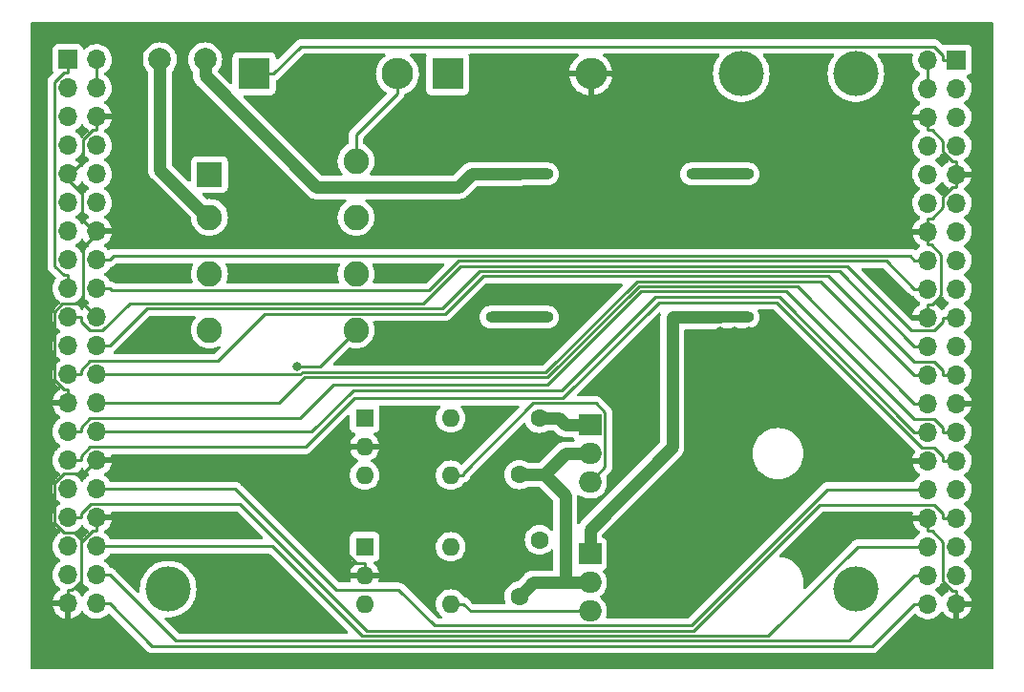
<source format=gbl>
G04 #@! TF.GenerationSoftware,KiCad,Pcbnew,(6.0.2)*
G04 #@! TF.CreationDate,2022-03-12T22:50:08+09:00*
G04 #@! TF.ProjectId,ACBoard,4143426f-6172-4642-9e6b-696361645f70,rev?*
G04 #@! TF.SameCoordinates,Original*
G04 #@! TF.FileFunction,Copper,L2,Bot*
G04 #@! TF.FilePolarity,Positive*
%FSLAX46Y46*%
G04 Gerber Fmt 4.6, Leading zero omitted, Abs format (unit mm)*
G04 Created by KiCad (PCBNEW (6.0.2)) date 2022-03-12 22:50:08*
%MOMM*%
%LPD*%
G01*
G04 APERTURE LIST*
G04 #@! TA.AperFunction,ComponentPad*
%ADD10R,1.600000X1.600000*%
G04 #@! TD*
G04 #@! TA.AperFunction,ComponentPad*
%ADD11O,1.600000X1.600000*%
G04 #@! TD*
G04 #@! TA.AperFunction,WasherPad*
%ADD12C,4.000000*%
G04 #@! TD*
G04 #@! TA.AperFunction,ComponentPad*
%ADD13R,2.000000X1.905000*%
G04 #@! TD*
G04 #@! TA.AperFunction,ComponentPad*
%ADD14O,2.000000X1.905000*%
G04 #@! TD*
G04 #@! TA.AperFunction,ComponentPad*
%ADD15O,6.000000X1.000000*%
G04 #@! TD*
G04 #@! TA.AperFunction,ComponentPad*
%ADD16C,2.000000*%
G04 #@! TD*
G04 #@! TA.AperFunction,ComponentPad*
%ADD17R,2.800000X2.800000*%
G04 #@! TD*
G04 #@! TA.AperFunction,ComponentPad*
%ADD18O,2.800000X2.800000*%
G04 #@! TD*
G04 #@! TA.AperFunction,ComponentPad*
%ADD19R,2.250000X2.250000*%
G04 #@! TD*
G04 #@! TA.AperFunction,ComponentPad*
%ADD20C,2.250000*%
G04 #@! TD*
G04 #@! TA.AperFunction,ComponentPad*
%ADD21C,1.600000*%
G04 #@! TD*
G04 #@! TA.AperFunction,ComponentPad*
%ADD22R,1.700000X1.700000*%
G04 #@! TD*
G04 #@! TA.AperFunction,ComponentPad*
%ADD23O,1.700000X1.700000*%
G04 #@! TD*
G04 #@! TA.AperFunction,ViaPad*
%ADD24C,0.800000*%
G04 #@! TD*
G04 #@! TA.AperFunction,Conductor*
%ADD25C,0.250000*%
G04 #@! TD*
G04 #@! TA.AperFunction,Conductor*
%ADD26C,1.100000*%
G04 #@! TD*
G04 APERTURE END LIST*
D10*
X185060000Y-50855000D03*
D11*
X185060000Y-53395000D03*
X185060000Y-55935000D03*
X192680000Y-55935000D03*
X192680000Y-50855000D03*
D12*
X218440000Y-20320000D03*
D13*
X205030000Y-51475000D03*
D14*
X205030000Y-54015000D03*
X205030000Y-56555000D03*
D15*
X198755000Y-41910000D03*
X198755000Y-29210000D03*
D13*
X205030000Y-62905000D03*
D14*
X205030000Y-65445000D03*
X205030000Y-67985000D03*
D16*
X166910000Y-19050000D03*
X170910000Y-19050000D03*
D17*
X192405000Y-20320000D03*
D18*
X205105000Y-20320000D03*
D15*
X216535000Y-41910000D03*
X216535000Y-29210000D03*
D10*
X185060000Y-62285000D03*
D11*
X185060000Y-64825000D03*
X185060000Y-67365000D03*
X192680000Y-67365000D03*
X192680000Y-62285000D03*
D19*
X171300000Y-29260000D03*
D20*
X171300000Y-33060000D03*
X171300000Y-38060000D03*
X171300000Y-43060000D03*
X184300000Y-43060000D03*
X184300000Y-38060000D03*
X184300000Y-33060000D03*
X184300000Y-28060000D03*
D21*
X198755000Y-55880000D03*
X200555000Y-50880000D03*
D12*
X228600000Y-20320000D03*
X228600000Y-66040000D03*
X167640000Y-66040000D03*
D21*
X198755000Y-66675000D03*
X200555000Y-61675000D03*
D22*
X237510000Y-19080000D03*
D23*
X234970000Y-19080000D03*
X237510000Y-21620000D03*
X234970000Y-21620000D03*
X237510000Y-24160000D03*
X234970000Y-24160000D03*
X237510000Y-26700000D03*
X234970000Y-26700000D03*
X237510000Y-29240000D03*
X234970000Y-29240000D03*
X237510000Y-31780000D03*
X234970000Y-31780000D03*
X237510000Y-34320000D03*
X234970000Y-34320000D03*
X237510000Y-36860000D03*
X234970000Y-36860000D03*
X237510000Y-39400000D03*
X234970000Y-39400000D03*
X237510000Y-41940000D03*
X234970000Y-41940000D03*
X237510000Y-44480000D03*
X234970000Y-44480000D03*
X237510000Y-47020000D03*
X234970000Y-47020000D03*
X237510000Y-49560000D03*
X234970000Y-49560000D03*
X237510000Y-52100000D03*
X234970000Y-52100000D03*
X237510000Y-54640000D03*
X234970000Y-54640000D03*
X237510000Y-57180000D03*
X234970000Y-57180000D03*
X237510000Y-59720000D03*
X234970000Y-59720000D03*
X237510000Y-62260000D03*
X234970000Y-62260000D03*
X237510000Y-64800000D03*
X234970000Y-64800000D03*
X237510000Y-67340000D03*
X234970000Y-67340000D03*
D22*
X158745000Y-19055000D03*
D23*
X161285000Y-19055000D03*
X158745000Y-21595000D03*
X161285000Y-21595000D03*
X158745000Y-24135000D03*
X161285000Y-24135000D03*
X158745000Y-26675000D03*
X161285000Y-26675000D03*
X158745000Y-29215000D03*
X161285000Y-29215000D03*
X158745000Y-31755000D03*
X161285000Y-31755000D03*
X158745000Y-34295000D03*
X161285000Y-34295000D03*
X158745000Y-36835000D03*
X161285000Y-36835000D03*
X158745000Y-39375000D03*
X161285000Y-39375000D03*
X158745000Y-41915000D03*
X161285000Y-41915000D03*
X158745000Y-44455000D03*
X161285000Y-44455000D03*
X158745000Y-46995000D03*
X161285000Y-46995000D03*
X158745000Y-49535000D03*
X161285000Y-49535000D03*
X158745000Y-52075000D03*
X161285000Y-52075000D03*
X158745000Y-54615000D03*
X161285000Y-54615000D03*
X158745000Y-57155000D03*
X161285000Y-57155000D03*
X158745000Y-59695000D03*
X161285000Y-59695000D03*
X158745000Y-62235000D03*
X161285000Y-62235000D03*
X158745000Y-64775000D03*
X161285000Y-64775000D03*
X158745000Y-67315000D03*
X161285000Y-67315000D03*
D17*
X175260000Y-20320000D03*
D18*
X187960000Y-20320000D03*
D24*
X179052300Y-46269600D03*
X215265000Y-52705000D03*
X229215344Y-51986727D03*
X182880000Y-21590000D03*
X226695000Y-27940000D03*
X227965000Y-30480000D03*
X170180000Y-68580000D03*
X187960000Y-33020000D03*
X195580000Y-45085000D03*
X232410000Y-21590000D03*
X216535000Y-43180000D03*
X223520000Y-20955000D03*
X217805000Y-52705000D03*
X171450000Y-68580000D03*
X196215000Y-57150000D03*
X212725000Y-20955000D03*
X189230000Y-34290000D03*
X213360000Y-62865000D03*
X217805000Y-43180000D03*
X216535000Y-33655000D03*
X163830000Y-63500000D03*
X219075000Y-44450000D03*
X189230000Y-27940000D03*
X189230000Y-38100000D03*
X167005000Y-38100000D03*
X194310000Y-45085000D03*
X227965000Y-53340000D03*
X210820000Y-62865000D03*
X178435000Y-57785000D03*
X178435000Y-66675000D03*
X210185000Y-52070000D03*
X229235000Y-53340000D03*
X177165000Y-66675000D03*
X189230000Y-33020000D03*
X189230000Y-54610000D03*
X208915000Y-53340000D03*
X190500000Y-34290000D03*
X194310000Y-43815000D03*
X216535000Y-52705000D03*
X226695000Y-52070000D03*
X170180000Y-60960000D03*
X193040000Y-45085000D03*
X165100000Y-63500000D03*
X165100000Y-64770000D03*
X235585000Y-71120000D03*
X195580000Y-43815000D03*
X160020000Y-71120000D03*
X224790000Y-33020000D03*
X194945000Y-57150000D03*
X226695000Y-29210000D03*
X213995000Y-33655000D03*
X179705000Y-59055000D03*
X210780000Y-65445000D03*
X174625000Y-28575000D03*
X175895000Y-28575000D03*
X212090000Y-61595000D03*
X178435000Y-56515000D03*
X224790000Y-34290000D03*
X217805000Y-44450000D03*
X231140000Y-34925000D03*
X169545000Y-59690000D03*
X222250000Y-20955000D03*
X229235000Y-27940000D03*
X189230000Y-55880000D03*
X223520000Y-19685000D03*
X226695000Y-53340000D03*
X215265000Y-53975000D03*
X227965000Y-52070000D03*
X208915000Y-52070000D03*
X215265000Y-56515000D03*
X190500000Y-27940000D03*
X187960000Y-27940000D03*
X229235000Y-54610000D03*
X190500000Y-38100000D03*
X212090000Y-62865000D03*
X168275000Y-38100000D03*
X229235000Y-30480000D03*
X179705000Y-57785000D03*
X215265000Y-51435000D03*
X226695000Y-61595000D03*
X175895000Y-29845000D03*
X187960000Y-55880000D03*
X234315000Y-71120000D03*
X232410000Y-20320000D03*
X168275000Y-43815000D03*
X178435000Y-67945000D03*
X225425000Y-30480000D03*
X211455000Y-19685000D03*
X194945000Y-58420000D03*
X187960000Y-34290000D03*
X225425000Y-27940000D03*
X177165000Y-67945000D03*
X212050000Y-65445000D03*
X211455000Y-20955000D03*
X215265000Y-55245000D03*
X178435000Y-59055000D03*
X227965000Y-54610000D03*
X172720000Y-68580000D03*
X187960000Y-53340000D03*
X164465000Y-38100000D03*
X222250000Y-19685000D03*
X217805000Y-51435000D03*
X212725000Y-19685000D03*
X240030000Y-31750000D03*
X226060000Y-34290000D03*
X187960000Y-38100000D03*
X189230000Y-53340000D03*
X167005000Y-42545000D03*
X215265000Y-33655000D03*
X208915000Y-50800000D03*
X226060000Y-33020000D03*
X193040000Y-43815000D03*
X217805000Y-53975000D03*
X174625000Y-29845000D03*
X226695000Y-54610000D03*
X181610000Y-21590000D03*
X158750000Y-71120000D03*
X216535000Y-44450000D03*
X213320000Y-65445000D03*
X210820000Y-66675000D03*
X227965000Y-29210000D03*
X227965000Y-27940000D03*
X181610000Y-20320000D03*
X200025000Y-20320000D03*
X217805000Y-55245000D03*
X165735000Y-38100000D03*
X210185000Y-53340000D03*
X225425000Y-29210000D03*
X212090000Y-66675000D03*
X180340000Y-24130000D03*
X210820000Y-64135000D03*
X225425000Y-62865000D03*
X219075000Y-43180000D03*
X171450000Y-67310000D03*
X168275000Y-42545000D03*
X240030000Y-33020000D03*
X210185000Y-50800000D03*
X182880000Y-20320000D03*
X198755000Y-20320000D03*
X232410000Y-34925000D03*
X196850000Y-45085000D03*
X190500000Y-33020000D03*
X196215000Y-58420000D03*
X216535000Y-51435000D03*
X196850000Y-43815000D03*
X179705000Y-56515000D03*
X213360000Y-61595000D03*
X212090000Y-64135000D03*
X217805000Y-56515000D03*
X213360000Y-66675000D03*
X181610000Y-24130000D03*
X225425000Y-61595000D03*
X167005000Y-43815000D03*
X229235000Y-29210000D03*
X179705000Y-38100000D03*
X240030000Y-34290000D03*
X180975000Y-38100000D03*
X210820000Y-61595000D03*
X187960000Y-54610000D03*
X226695000Y-30480000D03*
D25*
X184300000Y-43060000D02*
X181090400Y-46269600D01*
X181090400Y-46269600D02*
X179052300Y-46269600D01*
X158745000Y-48359700D02*
X158377700Y-48359700D01*
X160015000Y-30971100D02*
X158745000Y-29701100D01*
X158745000Y-67315000D02*
X158745000Y-66139700D01*
X237510000Y-29240000D02*
X237510000Y-30415300D01*
X236334700Y-65356800D02*
X237142600Y-66164700D01*
X234970000Y-33732300D02*
X234970000Y-34320000D01*
X160024000Y-61773900D02*
X159298500Y-61048500D01*
X185060000Y-64825000D02*
X185060000Y-63699700D01*
X234970000Y-59720000D02*
X234970000Y-60895300D01*
X237142600Y-30415300D02*
X236334700Y-31223200D01*
X158386300Y-55790400D02*
X160109600Y-55790400D01*
X184356700Y-63699700D02*
X182714700Y-62057700D01*
X160109700Y-26118200D02*
X160917600Y-25310300D01*
X237142600Y-66164700D02*
X237510000Y-66164700D01*
X161285000Y-34295000D02*
X161285000Y-34538000D01*
X158745000Y-66139700D02*
X159112400Y-66139700D01*
X160109600Y-55790400D02*
X161285000Y-54615000D01*
X160109700Y-28093300D02*
X160109700Y-26118200D01*
X234970000Y-60895300D02*
X235337400Y-60895300D01*
X236334700Y-61892600D02*
X236334700Y-65356800D01*
X158377700Y-48359700D02*
X157530800Y-47512800D01*
X234970000Y-33732300D02*
X234970000Y-33144700D01*
X237510000Y-29240000D02*
X237510000Y-28064700D01*
X182714700Y-54615000D02*
X183934700Y-53395000D01*
X236334700Y-27256800D02*
X237142600Y-28064700D01*
X235337400Y-25335300D02*
X236334700Y-26332600D01*
X161285000Y-24135000D02*
X161285000Y-25310300D01*
X236334700Y-26332600D02*
X236334700Y-27256800D01*
X160917600Y-25310300D02*
X161285000Y-25310300D01*
X237510000Y-67340000D02*
X237510000Y-66164700D01*
X236334700Y-31223200D02*
X236334700Y-32147400D01*
X234970000Y-24160000D02*
X234970000Y-25335300D01*
X159920300Y-65331800D02*
X159920300Y-61877600D01*
X159298500Y-61048500D02*
X158436000Y-61048500D01*
X185060000Y-63699700D02*
X184356700Y-63699700D01*
X234970000Y-34320000D02*
X234970000Y-35495300D01*
X206830300Y-20320000D02*
X210670300Y-24160000D01*
X235337400Y-60895300D02*
X236334700Y-61892600D01*
X236145300Y-39956800D02*
X235337400Y-40764700D01*
X161285000Y-34538000D02*
X160015000Y-33268000D01*
X185060000Y-53395000D02*
X183934700Y-53395000D01*
X205105000Y-20320000D02*
X206830300Y-20320000D01*
X235337400Y-40764700D02*
X234970000Y-40764700D01*
X234970000Y-35495300D02*
X235270100Y-35495300D01*
X160024000Y-61773900D02*
X160927600Y-60870300D01*
X159920300Y-61877600D02*
X160024000Y-61773900D01*
X234970000Y-41940000D02*
X234970000Y-40764700D01*
X158745000Y-29215000D02*
X158745000Y-29458000D01*
X160099200Y-40729200D02*
X161285000Y-41915000D01*
X161285000Y-59695000D02*
X161285000Y-60870300D01*
X182714700Y-62057700D02*
X182714700Y-54615000D01*
X159112400Y-66139700D02*
X159920300Y-65331800D01*
X237142600Y-28064700D02*
X237510000Y-28064700D01*
X157543700Y-60156200D02*
X157543700Y-56633000D01*
X158267100Y-40729200D02*
X160099200Y-40729200D01*
X157530800Y-47512800D02*
X157530800Y-41465500D01*
X161285000Y-54615000D02*
X182714700Y-54615000D01*
X160927600Y-60870300D02*
X161285000Y-60870300D01*
X235337400Y-33144700D02*
X234970000Y-33144700D01*
X234970000Y-25335300D02*
X235337400Y-25335300D01*
X236334700Y-32147400D02*
X235337400Y-33144700D01*
X157530800Y-41465500D02*
X158267100Y-40729200D01*
X158745000Y-29458000D02*
X158745000Y-29701100D01*
X236145300Y-36370500D02*
X236145300Y-39956800D01*
X158745000Y-29458000D02*
X160109700Y-28093300D01*
X160015000Y-33268000D02*
X160015000Y-30971100D01*
X157543700Y-56633000D02*
X158386300Y-55790400D01*
X237510000Y-30415300D02*
X237142600Y-30415300D01*
X158436000Y-61048500D02*
X157543700Y-60156200D01*
X235270100Y-35495300D02*
X236145300Y-36370500D01*
X160099200Y-35723800D02*
X161285000Y-34538000D01*
X160099200Y-40729200D02*
X160099200Y-35723800D01*
X158745000Y-49535000D02*
X158745000Y-48359700D01*
X210670300Y-24160000D02*
X234970000Y-24160000D01*
X175260000Y-20320000D02*
X176985300Y-20320000D01*
X158377700Y-38199700D02*
X157569700Y-37391700D01*
X157569700Y-37391700D02*
X157569700Y-21038200D01*
X237510000Y-19080000D02*
X236334700Y-19080000D01*
X157569700Y-21038200D02*
X158377600Y-20230300D01*
X158745000Y-39375000D02*
X158745000Y-38199700D01*
X158377600Y-20230300D02*
X158745000Y-20230300D01*
X235526800Y-17904700D02*
X236334700Y-18712600D01*
X236334700Y-18712600D02*
X236334700Y-19080000D01*
X158745000Y-38199700D02*
X158377700Y-38199700D01*
X158745000Y-19055000D02*
X158745000Y-20230300D01*
X179400600Y-17904700D02*
X235526800Y-17904700D01*
X176985300Y-20320000D02*
X179400600Y-17904700D01*
D26*
X205030000Y-51475000D02*
X202829700Y-51475000D01*
X200555000Y-50880000D02*
X202234700Y-50880000D01*
X202234700Y-50880000D02*
X202829700Y-51475000D01*
X202829700Y-57745000D02*
X202829700Y-65445000D01*
X205030000Y-65445000D02*
X202829700Y-65445000D01*
X200964700Y-55880000D02*
X202829700Y-57745000D01*
X200964700Y-55880000D02*
X198755000Y-55880000D01*
X198755000Y-66675000D02*
X199985000Y-65445000D01*
X205030000Y-54015000D02*
X202829700Y-54015000D01*
X202829700Y-54015000D02*
X200964700Y-55880000D01*
X199985000Y-65445000D02*
X202829700Y-65445000D01*
D25*
X193805300Y-55935000D02*
X193805300Y-55750100D01*
X206368000Y-55217000D02*
X205030000Y-56555000D01*
X193805300Y-55750100D02*
X200011200Y-49544200D01*
X192680000Y-55935000D02*
X193805300Y-55935000D01*
X206368000Y-50376400D02*
X206368000Y-55217000D01*
X200011200Y-49544200D02*
X205535800Y-49544200D01*
X205535800Y-49544200D02*
X206368000Y-50376400D01*
D26*
X205030000Y-62905000D02*
X205030000Y-60752200D01*
X216535000Y-41910000D02*
X212334700Y-41910000D01*
X212334700Y-53447500D02*
X212334700Y-41910000D01*
X205030000Y-60752200D02*
X212334700Y-53447500D01*
D25*
X203683700Y-68006000D02*
X203704700Y-67985000D01*
X192680000Y-67365000D02*
X193805300Y-67365000D01*
X194446300Y-68006000D02*
X203683700Y-68006000D01*
X193805300Y-67365000D02*
X194446300Y-68006000D01*
X205030000Y-67985000D02*
X203704700Y-67985000D01*
X187960000Y-22045300D02*
X184300000Y-25705300D01*
X187960000Y-20320000D02*
X187960000Y-22045300D01*
X184300000Y-25705300D02*
X184300000Y-28060000D01*
X234970000Y-21620000D02*
X234970000Y-19080000D01*
X161285000Y-21595000D02*
X161285000Y-19055000D01*
X162821200Y-36474100D02*
X162460300Y-36835000D01*
X234970000Y-36860000D02*
X233794700Y-36860000D01*
X233794700Y-36860000D02*
X233408800Y-36474100D01*
X161285000Y-36835000D02*
X162460300Y-36835000D01*
X233408800Y-36474100D02*
X162821200Y-36474100D01*
X234970000Y-39400000D02*
X233794700Y-39400000D01*
X161285000Y-39375000D02*
X162460300Y-39375000D01*
X233794700Y-39400000D02*
X231319100Y-36924400D01*
X162615800Y-39530500D02*
X162460300Y-39375000D01*
X231319100Y-36924400D02*
X193384200Y-36924400D01*
X193384200Y-36924400D02*
X190778100Y-39530500D01*
X190778100Y-39530500D02*
X162615800Y-39530500D01*
X158745000Y-41915000D02*
X159920300Y-41915000D01*
X227809200Y-37374700D02*
X193570800Y-37374700D01*
X236334700Y-41940000D02*
X236334700Y-42307400D01*
X190236400Y-40709100D02*
X164219200Y-40709100D01*
X159920300Y-42282300D02*
X159920300Y-41915000D01*
X233549800Y-43115300D02*
X227809200Y-37374700D01*
X164219200Y-40709100D02*
X161833200Y-43095100D01*
X235526800Y-43115300D02*
X233549800Y-43115300D01*
X237510000Y-41940000D02*
X236334700Y-41940000D01*
X161833200Y-43095100D02*
X160733100Y-43095100D01*
X160733100Y-43095100D02*
X159920300Y-42282300D01*
X193570800Y-37374700D02*
X190236400Y-40709100D01*
X236334700Y-42307400D02*
X235526800Y-43115300D01*
X227139700Y-37825000D02*
X195274000Y-37825000D01*
X165755900Y-41159400D02*
X162460300Y-44455000D01*
X195274000Y-37825000D02*
X191939600Y-41159400D01*
X233794700Y-44480000D02*
X227139700Y-37825000D01*
X191939600Y-41159400D02*
X165755900Y-41159400D01*
X161285000Y-44455000D02*
X162460300Y-44455000D01*
X234970000Y-44480000D02*
X233794700Y-44480000D01*
X160728200Y-45819700D02*
X159920300Y-46627600D01*
X236334700Y-47020000D02*
X236334700Y-46652600D01*
X226169700Y-38275300D02*
X195537400Y-38275300D01*
X158745000Y-46995000D02*
X159920300Y-46995000D01*
X235526800Y-45844700D02*
X233739100Y-45844700D01*
X236334700Y-46652600D02*
X235526800Y-45844700D01*
X172009400Y-45819700D02*
X160728200Y-45819700D01*
X237510000Y-47020000D02*
X236334700Y-47020000D01*
X159920300Y-46627600D02*
X159920300Y-46995000D01*
X233739100Y-45844700D02*
X226169700Y-38275300D01*
X176219400Y-41609700D02*
X172009400Y-45819700D01*
X192203000Y-41609700D02*
X176219400Y-41609700D01*
X195537400Y-38275300D02*
X192203000Y-41609700D01*
X209193900Y-38725600D02*
X201104500Y-46815000D01*
X179360400Y-46995000D02*
X162460300Y-46995000D01*
X161285000Y-46995000D02*
X162460300Y-46995000D01*
X225500300Y-38725600D02*
X209193900Y-38725600D01*
X201104500Y-46815000D02*
X179540400Y-46815000D01*
X234970000Y-47020000D02*
X233794700Y-47020000D01*
X233794700Y-47020000D02*
X225500300Y-38725600D01*
X179540400Y-46815000D02*
X179360400Y-46995000D01*
X233794700Y-49560000D02*
X223410600Y-39175900D01*
X162460300Y-49534900D02*
X162460300Y-49535000D01*
X234970000Y-49560000D02*
X233794700Y-49560000D01*
X209380500Y-39175900D02*
X201291100Y-47265300D01*
X161285000Y-49535000D02*
X162460300Y-49535000D01*
X177457400Y-49534900D02*
X162460300Y-49534900D01*
X179727000Y-47265300D02*
X177457400Y-49534900D01*
X223410600Y-39175900D02*
X209380500Y-39175900D01*
X201291100Y-47265300D02*
X179727000Y-47265300D01*
X159920300Y-51707600D02*
X160728200Y-50899700D01*
X222440700Y-39626300D02*
X233739100Y-50924700D01*
X233739100Y-50924700D02*
X235526800Y-50924700D01*
X236334700Y-51732600D02*
X236334700Y-52100000D01*
X237510000Y-52100000D02*
X236334700Y-52100000D01*
X159920300Y-52075000D02*
X159920300Y-51707600D01*
X201252600Y-47940700D02*
X209567000Y-39626300D01*
X235526800Y-50924700D02*
X236334700Y-51732600D01*
X209567000Y-39626300D02*
X222440700Y-39626300D01*
X158745000Y-52075000D02*
X159920300Y-52075000D01*
X179320800Y-50899700D02*
X182279800Y-47940700D01*
X160728200Y-50899700D02*
X179320800Y-50899700D01*
X182279800Y-47940700D02*
X201252600Y-47940700D01*
X202519400Y-48391100D02*
X210799500Y-40111000D01*
X234970000Y-52100000D02*
X233794700Y-52100000D01*
X210799500Y-40111000D02*
X221805700Y-40111000D01*
X161285000Y-52075000D02*
X162460300Y-52075000D01*
X184053300Y-48391100D02*
X202519400Y-48391100D01*
X180369400Y-52075000D02*
X184053300Y-48391100D01*
X162460300Y-52075000D02*
X180369400Y-52075000D01*
X221805700Y-40111000D02*
X233794700Y-52100000D01*
X160728200Y-53439700D02*
X179812200Y-53439700D01*
X159920300Y-54615000D02*
X159920300Y-54247600D01*
X158745000Y-54615000D02*
X159920300Y-54615000D01*
X236334700Y-54272600D02*
X236334700Y-54640000D01*
X234434500Y-53464700D02*
X235526800Y-53464700D01*
X159920300Y-54247600D02*
X160728200Y-53439700D01*
X202639800Y-49093800D02*
X211149000Y-40584600D01*
X221554400Y-40584600D02*
X234434500Y-53464700D01*
X179812200Y-53439700D02*
X184158100Y-49093800D01*
X184158100Y-49093800D02*
X202639800Y-49093800D01*
X211149000Y-40584600D02*
X221554400Y-40584600D01*
X235526800Y-53464700D02*
X236334700Y-54272600D01*
X237510000Y-54640000D02*
X236334700Y-54640000D01*
X214005500Y-69262900D02*
X191248400Y-69262900D01*
X173595500Y-57155000D02*
X161285000Y-57155000D01*
X226088400Y-57180000D02*
X214005500Y-69262900D01*
X188080500Y-66095000D02*
X182535500Y-66095000D01*
X191248400Y-69262900D02*
X188080500Y-66095000D01*
X182535500Y-66095000D02*
X173595500Y-57155000D01*
X234970000Y-57180000D02*
X226088400Y-57180000D01*
X159920300Y-59695000D02*
X159920300Y-59327700D01*
X235526800Y-58544700D02*
X236334700Y-59352600D01*
X160743600Y-58504400D02*
X174008100Y-58504400D01*
X185223600Y-69719900D02*
X214185400Y-69719900D01*
X159920300Y-59327700D02*
X160743600Y-58504400D01*
X158745000Y-59695000D02*
X159920300Y-59695000D01*
X236334700Y-59352600D02*
X236334700Y-59720000D01*
X214185400Y-69719900D02*
X225360600Y-58544700D01*
X225360600Y-58544700D02*
X235526800Y-58544700D01*
X237510000Y-59720000D02*
X236334700Y-59720000D01*
X174008100Y-58504400D02*
X185223600Y-69719900D01*
X228759900Y-62260000D02*
X234970000Y-62260000D01*
X176875900Y-62235000D02*
X184811200Y-70170300D01*
X220849600Y-70170300D02*
X228759900Y-62260000D01*
X184811200Y-70170300D02*
X220849600Y-70170300D01*
X161285000Y-62235000D02*
X176875900Y-62235000D01*
X234970000Y-64800000D02*
X233794700Y-64800000D01*
X227974100Y-70620600D02*
X233794700Y-64800000D01*
X168305900Y-70620600D02*
X227974100Y-70620600D01*
X161285000Y-64775000D02*
X162460300Y-64775000D01*
X162460300Y-64775000D02*
X168305900Y-70620600D01*
X162460300Y-67315000D02*
X166216200Y-71070900D01*
X230063800Y-71070900D02*
X233794700Y-67340000D01*
X161285000Y-67315000D02*
X162460300Y-67315000D01*
X234970000Y-67340000D02*
X233794700Y-67340000D01*
X166216200Y-71070900D02*
X230063800Y-71070900D01*
D26*
X171300000Y-33060000D02*
X171144700Y-33060000D01*
X166910000Y-28825300D02*
X166910000Y-19050000D01*
X171144700Y-33060000D02*
X166910000Y-28825300D01*
X193373500Y-30391200D02*
X180798500Y-30391200D01*
X180798500Y-30391200D02*
X170910000Y-20502700D01*
X170910000Y-20502700D02*
X170910000Y-19050000D01*
X198755000Y-29210000D02*
X194554700Y-29210000D01*
X194554700Y-29210000D02*
X193373500Y-30391200D01*
G04 #@! TA.AperFunction,Conductor*
G36*
X240734121Y-15768002D02*
G01*
X240780614Y-15821658D01*
X240792000Y-15874000D01*
X240792000Y-73026000D01*
X240771998Y-73094121D01*
X240718342Y-73140614D01*
X240666000Y-73152000D01*
X155574000Y-73152000D01*
X155505879Y-73131998D01*
X155459386Y-73078342D01*
X155448000Y-73026000D01*
X155448000Y-67582966D01*
X157413257Y-67582966D01*
X157443565Y-67717446D01*
X157446645Y-67727275D01*
X157526770Y-67924603D01*
X157531413Y-67933794D01*
X157642694Y-68115388D01*
X157648777Y-68123699D01*
X157788213Y-68284667D01*
X157795580Y-68291883D01*
X157959434Y-68427916D01*
X157967881Y-68433831D01*
X158151756Y-68541279D01*
X158161042Y-68545729D01*
X158360001Y-68621703D01*
X158369899Y-68624579D01*
X158473250Y-68645606D01*
X158487299Y-68644410D01*
X158491000Y-68634065D01*
X158491000Y-67587115D01*
X158486525Y-67571876D01*
X158485135Y-67570671D01*
X158477452Y-67569000D01*
X157428225Y-67569000D01*
X157414694Y-67572973D01*
X157413257Y-67582966D01*
X155448000Y-67582966D01*
X155448000Y-21018143D01*
X156931480Y-21018143D01*
X156932226Y-21026035D01*
X156935641Y-21062161D01*
X156936200Y-21074019D01*
X156936200Y-37312933D01*
X156935673Y-37324116D01*
X156933998Y-37331609D01*
X156934247Y-37339535D01*
X156934247Y-37339536D01*
X156936138Y-37399686D01*
X156936200Y-37403645D01*
X156936200Y-37431556D01*
X156936697Y-37435490D01*
X156936697Y-37435491D01*
X156936705Y-37435556D01*
X156937638Y-37447393D01*
X156939027Y-37491589D01*
X156943686Y-37507625D01*
X156944678Y-37511039D01*
X156948687Y-37530400D01*
X156949531Y-37537077D01*
X156951226Y-37550497D01*
X156954145Y-37557868D01*
X156954145Y-37557870D01*
X156967504Y-37591612D01*
X156971349Y-37602842D01*
X156981471Y-37637683D01*
X156983682Y-37645293D01*
X156987715Y-37652112D01*
X156987717Y-37652117D01*
X156993993Y-37662728D01*
X157002688Y-37680476D01*
X157010148Y-37699317D01*
X157014810Y-37705733D01*
X157014810Y-37705734D01*
X157036136Y-37735087D01*
X157042652Y-37745007D01*
X157065158Y-37783062D01*
X157079479Y-37797383D01*
X157092319Y-37812416D01*
X157104228Y-37828807D01*
X157114422Y-37837240D01*
X157138305Y-37856998D01*
X157147084Y-37864988D01*
X157657862Y-38375766D01*
X157691888Y-38438078D01*
X157686823Y-38508893D01*
X157672859Y-38535858D01*
X157559743Y-38701680D01*
X157521011Y-38785121D01*
X157470896Y-38893086D01*
X157465688Y-38904305D01*
X157405989Y-39119570D01*
X157382251Y-39341695D01*
X157382548Y-39346848D01*
X157382548Y-39346851D01*
X157392064Y-39511883D01*
X157395110Y-39564715D01*
X157396247Y-39569761D01*
X157396248Y-39569767D01*
X157397246Y-39574195D01*
X157444222Y-39782639D01*
X157528266Y-39989616D01*
X157571310Y-40059857D01*
X157642291Y-40175688D01*
X157644987Y-40180088D01*
X157791250Y-40348938D01*
X157963126Y-40491632D01*
X158000253Y-40513327D01*
X158036445Y-40534476D01*
X158085169Y-40586114D01*
X158098240Y-40655897D01*
X158071509Y-40721669D01*
X158031055Y-40755027D01*
X158018607Y-40761507D01*
X158014474Y-40764610D01*
X158014471Y-40764612D01*
X157961215Y-40804598D01*
X157839965Y-40895635D01*
X157685629Y-41057138D01*
X157682715Y-41061410D01*
X157682714Y-41061411D01*
X157650744Y-41108277D01*
X157559743Y-41241680D01*
X157522680Y-41321526D01*
X157467885Y-41439573D01*
X157465688Y-41444305D01*
X157405989Y-41659570D01*
X157382251Y-41881695D01*
X157382548Y-41886848D01*
X157382548Y-41886851D01*
X157393407Y-42075172D01*
X157395110Y-42104715D01*
X157396247Y-42109761D01*
X157396248Y-42109767D01*
X157418398Y-42208051D01*
X157444222Y-42322639D01*
X157528266Y-42529616D01*
X157644987Y-42720088D01*
X157791250Y-42888938D01*
X157963126Y-43031632D01*
X158005909Y-43056632D01*
X158036445Y-43074476D01*
X158085169Y-43126114D01*
X158098240Y-43195897D01*
X158071509Y-43261669D01*
X158031055Y-43295027D01*
X158018607Y-43301507D01*
X158014474Y-43304610D01*
X158014471Y-43304612D01*
X157961215Y-43344598D01*
X157839965Y-43435635D01*
X157814894Y-43461870D01*
X157741284Y-43538899D01*
X157685629Y-43597138D01*
X157559743Y-43781680D01*
X157465688Y-43984305D01*
X157405989Y-44199570D01*
X157382251Y-44421695D01*
X157382548Y-44426848D01*
X157382548Y-44426851D01*
X157390954Y-44572631D01*
X157395110Y-44644715D01*
X157396247Y-44649761D01*
X157396248Y-44649767D01*
X157420304Y-44756508D01*
X157444222Y-44862639D01*
X157528266Y-45069616D01*
X157571310Y-45139857D01*
X157642291Y-45255688D01*
X157644987Y-45260088D01*
X157791250Y-45428938D01*
X157963126Y-45571632D01*
X158011775Y-45600060D01*
X158036445Y-45614476D01*
X158085169Y-45666114D01*
X158098240Y-45735897D01*
X158071509Y-45801669D01*
X158031055Y-45835027D01*
X158018607Y-45841507D01*
X158014474Y-45844610D01*
X158014471Y-45844612D01*
X157844100Y-45972530D01*
X157839965Y-45975635D01*
X157685629Y-46137138D01*
X157559743Y-46321680D01*
X157465688Y-46524305D01*
X157405989Y-46739570D01*
X157382251Y-46961695D01*
X157382548Y-46966848D01*
X157382548Y-46966851D01*
X157394812Y-47179547D01*
X157395110Y-47184715D01*
X157396247Y-47189761D01*
X157396248Y-47189767D01*
X157420304Y-47296508D01*
X157444222Y-47402639D01*
X157528266Y-47609616D01*
X157571310Y-47679857D01*
X157642291Y-47795688D01*
X157644987Y-47800088D01*
X157791250Y-47968938D01*
X157897959Y-48057529D01*
X157957923Y-48107312D01*
X157963126Y-48111632D01*
X158000253Y-48133327D01*
X158036955Y-48154774D01*
X158085679Y-48206412D01*
X158098750Y-48276195D01*
X158072019Y-48341967D01*
X158031562Y-48375327D01*
X158023457Y-48379546D01*
X158014738Y-48385036D01*
X157844433Y-48512905D01*
X157836726Y-48519748D01*
X157689590Y-48673717D01*
X157683104Y-48681727D01*
X157563098Y-48857649D01*
X157558000Y-48866623D01*
X157468338Y-49059783D01*
X157464775Y-49069470D01*
X157409389Y-49269183D01*
X157410912Y-49277607D01*
X157423292Y-49281000D01*
X158873000Y-49281000D01*
X158941121Y-49301002D01*
X158987614Y-49354658D01*
X158999000Y-49407000D01*
X158999000Y-49663000D01*
X158978998Y-49731121D01*
X158925342Y-49777614D01*
X158873000Y-49789000D01*
X157428225Y-49789000D01*
X157414694Y-49792973D01*
X157413257Y-49802966D01*
X157443565Y-49937446D01*
X157446645Y-49947275D01*
X157526770Y-50144603D01*
X157531413Y-50153794D01*
X157642694Y-50335388D01*
X157648777Y-50343699D01*
X157788213Y-50504667D01*
X157795580Y-50511883D01*
X157959434Y-50647916D01*
X157967881Y-50653831D01*
X158036969Y-50694203D01*
X158085693Y-50745842D01*
X158098764Y-50815625D01*
X158072033Y-50881396D01*
X158031584Y-50914752D01*
X158018607Y-50921507D01*
X158014474Y-50924610D01*
X158014471Y-50924612D01*
X157844100Y-51052530D01*
X157839965Y-51055635D01*
X157685629Y-51217138D01*
X157682715Y-51221410D01*
X157682714Y-51221411D01*
X157614776Y-51321005D01*
X157559743Y-51401680D01*
X157465688Y-51604305D01*
X157405989Y-51819570D01*
X157382251Y-52041695D01*
X157382548Y-52046848D01*
X157382548Y-52046851D01*
X157390527Y-52185238D01*
X157395110Y-52264715D01*
X157396247Y-52269761D01*
X157396248Y-52269767D01*
X157414918Y-52352609D01*
X157444222Y-52482639D01*
X157528266Y-52689616D01*
X157568293Y-52754935D01*
X157642291Y-52875688D01*
X157644987Y-52880088D01*
X157791250Y-53048938D01*
X157963126Y-53191632D01*
X158019190Y-53224393D01*
X158036445Y-53234476D01*
X158085169Y-53286114D01*
X158098240Y-53355897D01*
X158071509Y-53421669D01*
X158031055Y-53455027D01*
X158018607Y-53461507D01*
X158014474Y-53464610D01*
X158014471Y-53464612D01*
X157844100Y-53592530D01*
X157839965Y-53595635D01*
X157781263Y-53657063D01*
X157717597Y-53723686D01*
X157685629Y-53757138D01*
X157559743Y-53941680D01*
X157527621Y-54010881D01*
X157497672Y-54075402D01*
X157465688Y-54144305D01*
X157405989Y-54359570D01*
X157382251Y-54581695D01*
X157382548Y-54586848D01*
X157382548Y-54586851D01*
X157393623Y-54778919D01*
X157395110Y-54804715D01*
X157396247Y-54809761D01*
X157396248Y-54809767D01*
X157416096Y-54897837D01*
X157444222Y-55022639D01*
X157528266Y-55229616D01*
X157563065Y-55286403D01*
X157628693Y-55393498D01*
X157644987Y-55420088D01*
X157791250Y-55588938D01*
X157963126Y-55731632D01*
X158000253Y-55753327D01*
X158036445Y-55774476D01*
X158085169Y-55826114D01*
X158098240Y-55895897D01*
X158071509Y-55961669D01*
X158031055Y-55995027D01*
X158018607Y-56001507D01*
X158014474Y-56004610D01*
X158014471Y-56004612D01*
X157844100Y-56132530D01*
X157839965Y-56135635D01*
X157814894Y-56161870D01*
X157689902Y-56292667D01*
X157685629Y-56297138D01*
X157682720Y-56301403D01*
X157682714Y-56301411D01*
X157619307Y-56394362D01*
X157559743Y-56481680D01*
X157522680Y-56561526D01*
X157469795Y-56675458D01*
X157465688Y-56684305D01*
X157405989Y-56899570D01*
X157382251Y-57121695D01*
X157382548Y-57126848D01*
X157382548Y-57126851D01*
X157394812Y-57339547D01*
X157395110Y-57344715D01*
X157396247Y-57349761D01*
X157396248Y-57349767D01*
X157420304Y-57456508D01*
X157444222Y-57562639D01*
X157497684Y-57694301D01*
X157519295Y-57747522D01*
X157528266Y-57769616D01*
X157566410Y-57831862D01*
X157642291Y-57955688D01*
X157644987Y-57960088D01*
X157791250Y-58128938D01*
X157963126Y-58271632D01*
X158000253Y-58293327D01*
X158036445Y-58314476D01*
X158085169Y-58366114D01*
X158098240Y-58435897D01*
X158071509Y-58501669D01*
X158031055Y-58535027D01*
X158018607Y-58541507D01*
X158014474Y-58544610D01*
X158014471Y-58544612D01*
X157844100Y-58672530D01*
X157839965Y-58675635D01*
X157685629Y-58837138D01*
X157559743Y-59021680D01*
X157557564Y-59026375D01*
X157477805Y-59198202D01*
X157465688Y-59224305D01*
X157405989Y-59439570D01*
X157382251Y-59661695D01*
X157382548Y-59666848D01*
X157382548Y-59666851D01*
X157394570Y-59875342D01*
X157395110Y-59884715D01*
X157396247Y-59889761D01*
X157396248Y-59889767D01*
X157416096Y-59977837D01*
X157444222Y-60102639D01*
X157528266Y-60309616D01*
X157644987Y-60500088D01*
X157791250Y-60668938D01*
X157963126Y-60811632D01*
X158000253Y-60833327D01*
X158036445Y-60854476D01*
X158085169Y-60906114D01*
X158098240Y-60975897D01*
X158071509Y-61041669D01*
X158031055Y-61075027D01*
X158018607Y-61081507D01*
X158014474Y-61084610D01*
X158014471Y-61084612D01*
X157844100Y-61212530D01*
X157839965Y-61215635D01*
X157814894Y-61241870D01*
X157717295Y-61344002D01*
X157685629Y-61377138D01*
X157682720Y-61381403D01*
X157682714Y-61381411D01*
X157627751Y-61461984D01*
X157559743Y-61561680D01*
X157528343Y-61629326D01*
X157469795Y-61755458D01*
X157465688Y-61764305D01*
X157405989Y-61979570D01*
X157382251Y-62201695D01*
X157382548Y-62206848D01*
X157382548Y-62206851D01*
X157389750Y-62331749D01*
X157395110Y-62424715D01*
X157396247Y-62429761D01*
X157396248Y-62429767D01*
X157416426Y-62519300D01*
X157444222Y-62642639D01*
X157528266Y-62849616D01*
X157567415Y-62913502D01*
X157642291Y-63035688D01*
X157644987Y-63040088D01*
X157791250Y-63208938D01*
X157963126Y-63351632D01*
X157970199Y-63355765D01*
X158036445Y-63394476D01*
X158085169Y-63446114D01*
X158098240Y-63515897D01*
X158071509Y-63581669D01*
X158031055Y-63615027D01*
X158018607Y-63621507D01*
X158014474Y-63624610D01*
X158014471Y-63624612D01*
X157844100Y-63752530D01*
X157839965Y-63755635D01*
X157685629Y-63917138D01*
X157682720Y-63921403D01*
X157682714Y-63921411D01*
X157644709Y-63977125D01*
X157559743Y-64101680D01*
X157522680Y-64181526D01*
X157469795Y-64295458D01*
X157465688Y-64304305D01*
X157405989Y-64519570D01*
X157382251Y-64741695D01*
X157382548Y-64746848D01*
X157382548Y-64746851D01*
X157389782Y-64872309D01*
X157395110Y-64964715D01*
X157396247Y-64969761D01*
X157396248Y-64969767D01*
X157420304Y-65076508D01*
X157444222Y-65182639D01*
X157490601Y-65296857D01*
X157523931Y-65378939D01*
X157528266Y-65389616D01*
X157569013Y-65456110D01*
X157642291Y-65575688D01*
X157644987Y-65580088D01*
X157791250Y-65748938D01*
X157963126Y-65891632D01*
X158000253Y-65913327D01*
X158036955Y-65934774D01*
X158085679Y-65986412D01*
X158098750Y-66056195D01*
X158072019Y-66121967D01*
X158031562Y-66155327D01*
X158023457Y-66159546D01*
X158014738Y-66165036D01*
X157844433Y-66292905D01*
X157836726Y-66299748D01*
X157689590Y-66453717D01*
X157683104Y-66461727D01*
X157563098Y-66637649D01*
X157558000Y-66646623D01*
X157468338Y-66839783D01*
X157464775Y-66849470D01*
X157409389Y-67049183D01*
X157410912Y-67057607D01*
X157423292Y-67061000D01*
X158873000Y-67061000D01*
X158941121Y-67081002D01*
X158987614Y-67134658D01*
X158999000Y-67187000D01*
X158999000Y-68633517D01*
X159003064Y-68647359D01*
X159016478Y-68649393D01*
X159023184Y-68648534D01*
X159033262Y-68646392D01*
X159237255Y-68585191D01*
X159246842Y-68581433D01*
X159438095Y-68487739D01*
X159446945Y-68482464D01*
X159620328Y-68358792D01*
X159628200Y-68352139D01*
X159779052Y-68201812D01*
X159785730Y-68193965D01*
X159913022Y-68016819D01*
X159914279Y-68017722D01*
X159961373Y-67974362D01*
X160031311Y-67962145D01*
X160096751Y-67989678D01*
X160124579Y-68021511D01*
X160184987Y-68120088D01*
X160331250Y-68288938D01*
X160503126Y-68431632D01*
X160696000Y-68544338D01*
X160700825Y-68546180D01*
X160700826Y-68546181D01*
X160706899Y-68548500D01*
X160904692Y-68624030D01*
X160909760Y-68625061D01*
X160909763Y-68625062D01*
X161004862Y-68644410D01*
X161123597Y-68668567D01*
X161128772Y-68668757D01*
X161128774Y-68668757D01*
X161341673Y-68676564D01*
X161341677Y-68676564D01*
X161346837Y-68676753D01*
X161351957Y-68676097D01*
X161351959Y-68676097D01*
X161563288Y-68649025D01*
X161563289Y-68649025D01*
X161568416Y-68648368D01*
X161573966Y-68646703D01*
X161777429Y-68585661D01*
X161777434Y-68585659D01*
X161782384Y-68584174D01*
X161982994Y-68485896D01*
X162164860Y-68356173D01*
X162168515Y-68352531D01*
X162168523Y-68352524D01*
X162296506Y-68224988D01*
X162358877Y-68191072D01*
X162429684Y-68196261D01*
X162474540Y-68225144D01*
X165712543Y-71463147D01*
X165720087Y-71471437D01*
X165724200Y-71477918D01*
X165729977Y-71483343D01*
X165773867Y-71524558D01*
X165776709Y-71527313D01*
X165796431Y-71547035D01*
X165799573Y-71549472D01*
X165799633Y-71549519D01*
X165808645Y-71557217D01*
X165822078Y-71569831D01*
X165840879Y-71587486D01*
X165847822Y-71591303D01*
X165858631Y-71597245D01*
X165875153Y-71608098D01*
X165891159Y-71620514D01*
X165898437Y-71623664D01*
X165898438Y-71623664D01*
X165931737Y-71638074D01*
X165942387Y-71643291D01*
X165981140Y-71664595D01*
X165988815Y-71666566D01*
X165988816Y-71666566D01*
X166000762Y-71669633D01*
X166019467Y-71676037D01*
X166038055Y-71684081D01*
X166045878Y-71685320D01*
X166045888Y-71685323D01*
X166081724Y-71690999D01*
X166093344Y-71693405D01*
X166125159Y-71701573D01*
X166136170Y-71704400D01*
X166156424Y-71704400D01*
X166176134Y-71705951D01*
X166196143Y-71709120D01*
X166204035Y-71708374D01*
X166222780Y-71706602D01*
X166240162Y-71704959D01*
X166252019Y-71704400D01*
X229985033Y-71704400D01*
X229996216Y-71704927D01*
X230003709Y-71706602D01*
X230011635Y-71706353D01*
X230011636Y-71706353D01*
X230071786Y-71704462D01*
X230075745Y-71704400D01*
X230103656Y-71704400D01*
X230107591Y-71703903D01*
X230107656Y-71703895D01*
X230119493Y-71702962D01*
X230151751Y-71701948D01*
X230155770Y-71701822D01*
X230163689Y-71701573D01*
X230183143Y-71695921D01*
X230202500Y-71691913D01*
X230214730Y-71690368D01*
X230214731Y-71690368D01*
X230222597Y-71689374D01*
X230229968Y-71686455D01*
X230229970Y-71686455D01*
X230263712Y-71673096D01*
X230274942Y-71669251D01*
X230309783Y-71659129D01*
X230309784Y-71659129D01*
X230317393Y-71656918D01*
X230324212Y-71652885D01*
X230324217Y-71652883D01*
X230334828Y-71646607D01*
X230352576Y-71637912D01*
X230371417Y-71630452D01*
X230407187Y-71604464D01*
X230417107Y-71597948D01*
X230448335Y-71579480D01*
X230448338Y-71579478D01*
X230455162Y-71575442D01*
X230469483Y-71561121D01*
X230484517Y-71548280D01*
X230486231Y-71547035D01*
X230500907Y-71536372D01*
X230529098Y-71502295D01*
X230537088Y-71493516D01*
X233781485Y-68249119D01*
X233843797Y-68215093D01*
X233914612Y-68220158D01*
X233965815Y-68255715D01*
X234016250Y-68313938D01*
X234188126Y-68456632D01*
X234381000Y-68569338D01*
X234385825Y-68571180D01*
X234385826Y-68571181D01*
X234441642Y-68592495D01*
X234589692Y-68649030D01*
X234594760Y-68650061D01*
X234594763Y-68650062D01*
X234689862Y-68669410D01*
X234808597Y-68693567D01*
X234813772Y-68693757D01*
X234813774Y-68693757D01*
X235026673Y-68701564D01*
X235026677Y-68701564D01*
X235031837Y-68701753D01*
X235036957Y-68701097D01*
X235036959Y-68701097D01*
X235248288Y-68674025D01*
X235248289Y-68674025D01*
X235253416Y-68673368D01*
X235259676Y-68671490D01*
X235462429Y-68610661D01*
X235462434Y-68610659D01*
X235467384Y-68609174D01*
X235667994Y-68510896D01*
X235849860Y-68381173D01*
X235872320Y-68358792D01*
X236004435Y-68227137D01*
X236008096Y-68223489D01*
X236023673Y-68201812D01*
X236138453Y-68042077D01*
X236139640Y-68042930D01*
X236186960Y-67999362D01*
X236256897Y-67987145D01*
X236322338Y-68014678D01*
X236350166Y-68046511D01*
X236407694Y-68140388D01*
X236413777Y-68148699D01*
X236553213Y-68309667D01*
X236560580Y-68316883D01*
X236724434Y-68452916D01*
X236732881Y-68458831D01*
X236916756Y-68566279D01*
X236926042Y-68570729D01*
X237125001Y-68646703D01*
X237134899Y-68649579D01*
X237238250Y-68670606D01*
X237252299Y-68669410D01*
X237256000Y-68659065D01*
X237256000Y-68658517D01*
X237764000Y-68658517D01*
X237768064Y-68672359D01*
X237781478Y-68674393D01*
X237788184Y-68673534D01*
X237798262Y-68671392D01*
X238002255Y-68610191D01*
X238011842Y-68606433D01*
X238203095Y-68512739D01*
X238211945Y-68507464D01*
X238385328Y-68383792D01*
X238393200Y-68377139D01*
X238544052Y-68226812D01*
X238550730Y-68218965D01*
X238675003Y-68046020D01*
X238680313Y-68037183D01*
X238774670Y-67846267D01*
X238778469Y-67836672D01*
X238840377Y-67632910D01*
X238842555Y-67622837D01*
X238843986Y-67611962D01*
X238841775Y-67597778D01*
X238828617Y-67594000D01*
X237782115Y-67594000D01*
X237766876Y-67598475D01*
X237765671Y-67599865D01*
X237764000Y-67607548D01*
X237764000Y-68658517D01*
X237256000Y-68658517D01*
X237256000Y-67212000D01*
X237276002Y-67143879D01*
X237329658Y-67097386D01*
X237382000Y-67086000D01*
X238828344Y-67086000D01*
X238841875Y-67082027D01*
X238843180Y-67072947D01*
X238801214Y-66905875D01*
X238797894Y-66896124D01*
X238712972Y-66700814D01*
X238708105Y-66691739D01*
X238592426Y-66512926D01*
X238586136Y-66504757D01*
X238442806Y-66347240D01*
X238435273Y-66340215D01*
X238268139Y-66208222D01*
X238259556Y-66202520D01*
X238222602Y-66182120D01*
X238172631Y-66131687D01*
X238157859Y-66062245D01*
X238182975Y-65995839D01*
X238210327Y-65969232D01*
X238268368Y-65927832D01*
X238389860Y-65841173D01*
X238404281Y-65826803D01*
X238486339Y-65745031D01*
X238548096Y-65683489D01*
X238555850Y-65672699D01*
X238675435Y-65506277D01*
X238678453Y-65502077D01*
X238681325Y-65496267D01*
X238775136Y-65306453D01*
X238775137Y-65306451D01*
X238777430Y-65301811D01*
X238823683Y-65149574D01*
X238840865Y-65093023D01*
X238840865Y-65093021D01*
X238842370Y-65088069D01*
X238871529Y-64866590D01*
X238871611Y-64863240D01*
X238873074Y-64803365D01*
X238873074Y-64803361D01*
X238873156Y-64800000D01*
X238854852Y-64577361D01*
X238800431Y-64360702D01*
X238711354Y-64155840D01*
X238651980Y-64064062D01*
X238592822Y-63972617D01*
X238592820Y-63972614D01*
X238590014Y-63968277D01*
X238439670Y-63803051D01*
X238435619Y-63799852D01*
X238435615Y-63799848D01*
X238268414Y-63667800D01*
X238268410Y-63667798D01*
X238264359Y-63664598D01*
X238223053Y-63641796D01*
X238173084Y-63591364D01*
X238158312Y-63521921D01*
X238183428Y-63455516D01*
X238210780Y-63428909D01*
X238268738Y-63387568D01*
X238389860Y-63301173D01*
X238432406Y-63258776D01*
X238490367Y-63201017D01*
X238548096Y-63143489D01*
X238678453Y-62962077D01*
X238682611Y-62953665D01*
X238775136Y-62766453D01*
X238775137Y-62766451D01*
X238777430Y-62761811D01*
X238842370Y-62548069D01*
X238871529Y-62326590D01*
X238871611Y-62323240D01*
X238873074Y-62263365D01*
X238873074Y-62263361D01*
X238873156Y-62260000D01*
X238854852Y-62037361D01*
X238800431Y-61820702D01*
X238711354Y-61615840D01*
X238635594Y-61498733D01*
X238592822Y-61432617D01*
X238592820Y-61432614D01*
X238590014Y-61428277D01*
X238439670Y-61263051D01*
X238435619Y-61259852D01*
X238435615Y-61259848D01*
X238268414Y-61127800D01*
X238268410Y-61127798D01*
X238264359Y-61124598D01*
X238223053Y-61101796D01*
X238173084Y-61051364D01*
X238158312Y-60981921D01*
X238183428Y-60915516D01*
X238210780Y-60888909D01*
X238263750Y-60851126D01*
X238389860Y-60761173D01*
X238402591Y-60748487D01*
X238544435Y-60607137D01*
X238548096Y-60603489D01*
X238563673Y-60581812D01*
X238675435Y-60426277D01*
X238678453Y-60422077D01*
X238688618Y-60401511D01*
X238775136Y-60226453D01*
X238775137Y-60226451D01*
X238777430Y-60221811D01*
X238828820Y-60052667D01*
X238840865Y-60013023D01*
X238840865Y-60013021D01*
X238842370Y-60008069D01*
X238871529Y-59786590D01*
X238871699Y-59779644D01*
X238873074Y-59723365D01*
X238873074Y-59723361D01*
X238873156Y-59720000D01*
X238854852Y-59497361D01*
X238800431Y-59280702D01*
X238711354Y-59075840D01*
X238590014Y-58888277D01*
X238439670Y-58723051D01*
X238435619Y-58719852D01*
X238435615Y-58719848D01*
X238268414Y-58587800D01*
X238268410Y-58587798D01*
X238264359Y-58584598D01*
X238223053Y-58561796D01*
X238173084Y-58511364D01*
X238158312Y-58441921D01*
X238183428Y-58375516D01*
X238210780Y-58348909D01*
X238259053Y-58314476D01*
X238389860Y-58221173D01*
X238548096Y-58063489D01*
X238582373Y-58015788D01*
X238675435Y-57886277D01*
X238678453Y-57882077D01*
X238694773Y-57849057D01*
X238775136Y-57686453D01*
X238775137Y-57686451D01*
X238777430Y-57681811D01*
X238842370Y-57468069D01*
X238871529Y-57246590D01*
X238873156Y-57180000D01*
X238854852Y-56957361D01*
X238800431Y-56740702D01*
X238711354Y-56535840D01*
X238654284Y-56447623D01*
X238592822Y-56352617D01*
X238592820Y-56352614D01*
X238590014Y-56348277D01*
X238439670Y-56183051D01*
X238435619Y-56179852D01*
X238435615Y-56179848D01*
X238268414Y-56047800D01*
X238268410Y-56047798D01*
X238264359Y-56044598D01*
X238223053Y-56021796D01*
X238173084Y-55971364D01*
X238158312Y-55901921D01*
X238183428Y-55835516D01*
X238210780Y-55808909D01*
X238259436Y-55774203D01*
X238389860Y-55681173D01*
X238411761Y-55659349D01*
X238496840Y-55574566D01*
X238548096Y-55523489D01*
X238563673Y-55501812D01*
X238675435Y-55346277D01*
X238678453Y-55342077D01*
X238688618Y-55321511D01*
X238775136Y-55146453D01*
X238775137Y-55146451D01*
X238777430Y-55141811D01*
X238842370Y-54928069D01*
X238871529Y-54706590D01*
X238871707Y-54699293D01*
X238873074Y-54643365D01*
X238873074Y-54643361D01*
X238873156Y-54640000D01*
X238854852Y-54417361D01*
X238800431Y-54200702D01*
X238711354Y-53995840D01*
X238627698Y-53866527D01*
X238592822Y-53812617D01*
X238592820Y-53812614D01*
X238590014Y-53808277D01*
X238439670Y-53643051D01*
X238435619Y-53639852D01*
X238435615Y-53639848D01*
X238268414Y-53507800D01*
X238268410Y-53507798D01*
X238264359Y-53504598D01*
X238223053Y-53481796D01*
X238173084Y-53431364D01*
X238158312Y-53361921D01*
X238183428Y-53295516D01*
X238210780Y-53268909D01*
X238276275Y-53222192D01*
X238389860Y-53141173D01*
X238401161Y-53129912D01*
X238499015Y-53032399D01*
X238548096Y-52983489D01*
X238556312Y-52972056D01*
X238675435Y-52806277D01*
X238678453Y-52802077D01*
X238699320Y-52759857D01*
X238775136Y-52606453D01*
X238775137Y-52606451D01*
X238777430Y-52601811D01*
X238833379Y-52417662D01*
X238840865Y-52393023D01*
X238840865Y-52393021D01*
X238842370Y-52388069D01*
X238871529Y-52166590D01*
X238873156Y-52100000D01*
X238854852Y-51877361D01*
X238800431Y-51660702D01*
X238711354Y-51455840D01*
X238652698Y-51365172D01*
X238592822Y-51272617D01*
X238592820Y-51272614D01*
X238590014Y-51268277D01*
X238439670Y-51103051D01*
X238435619Y-51099852D01*
X238435615Y-51099848D01*
X238268414Y-50967800D01*
X238268410Y-50967798D01*
X238264359Y-50964598D01*
X238222569Y-50941529D01*
X238172598Y-50891097D01*
X238157826Y-50821654D01*
X238182942Y-50755248D01*
X238210294Y-50728641D01*
X238385328Y-50603792D01*
X238393200Y-50597139D01*
X238544052Y-50446812D01*
X238550730Y-50438965D01*
X238675003Y-50266020D01*
X238680313Y-50257183D01*
X238774670Y-50066267D01*
X238778469Y-50056672D01*
X238840377Y-49852910D01*
X238842555Y-49842837D01*
X238843986Y-49831962D01*
X238841775Y-49817778D01*
X238828617Y-49814000D01*
X237382000Y-49814000D01*
X237313879Y-49793998D01*
X237267386Y-49740342D01*
X237256000Y-49688000D01*
X237256000Y-49432000D01*
X237276002Y-49363879D01*
X237329658Y-49317386D01*
X237382000Y-49306000D01*
X238828344Y-49306000D01*
X238841875Y-49302027D01*
X238843180Y-49292947D01*
X238801214Y-49125875D01*
X238797894Y-49116124D01*
X238712972Y-48920814D01*
X238708105Y-48911739D01*
X238592426Y-48732926D01*
X238586136Y-48724757D01*
X238442806Y-48567240D01*
X238435273Y-48560215D01*
X238268139Y-48428222D01*
X238259556Y-48422520D01*
X238222602Y-48402120D01*
X238172631Y-48351687D01*
X238157859Y-48282245D01*
X238182975Y-48215839D01*
X238210327Y-48189232D01*
X238259053Y-48154476D01*
X238389860Y-48061173D01*
X238548096Y-47903489D01*
X238551466Y-47898800D01*
X238675435Y-47726277D01*
X238678453Y-47722077D01*
X238683991Y-47710873D01*
X238775136Y-47526453D01*
X238775137Y-47526451D01*
X238777430Y-47521811D01*
X238842370Y-47308069D01*
X238871529Y-47086590D01*
X238873156Y-47020000D01*
X238854852Y-46797361D01*
X238800431Y-46580702D01*
X238711354Y-46375840D01*
X238590014Y-46188277D01*
X238439670Y-46023051D01*
X238435619Y-46019852D01*
X238435615Y-46019848D01*
X238268414Y-45887800D01*
X238268410Y-45887798D01*
X238264359Y-45884598D01*
X238223053Y-45861796D01*
X238173084Y-45811364D01*
X238158312Y-45741921D01*
X238183428Y-45675516D01*
X238210780Y-45648909D01*
X238279264Y-45600060D01*
X238389860Y-45521173D01*
X238432701Y-45478482D01*
X238518610Y-45392872D01*
X238548096Y-45363489D01*
X238560019Y-45346897D01*
X238675435Y-45186277D01*
X238678453Y-45182077D01*
X238699320Y-45139857D01*
X238775136Y-44986453D01*
X238775137Y-44986451D01*
X238777430Y-44981811D01*
X238842370Y-44768069D01*
X238871529Y-44546590D01*
X238871611Y-44543240D01*
X238873074Y-44483365D01*
X238873074Y-44483361D01*
X238873156Y-44480000D01*
X238854852Y-44257361D01*
X238800431Y-44040702D01*
X238711354Y-43835840D01*
X238608419Y-43676727D01*
X238592822Y-43652617D01*
X238592818Y-43652612D01*
X238590014Y-43648277D01*
X238439670Y-43483051D01*
X238435619Y-43479852D01*
X238435615Y-43479848D01*
X238268414Y-43347800D01*
X238268410Y-43347798D01*
X238264359Y-43344598D01*
X238223053Y-43321796D01*
X238173084Y-43271364D01*
X238158312Y-43201921D01*
X238183428Y-43135516D01*
X238210780Y-43108909D01*
X238279348Y-43060000D01*
X238389860Y-42981173D01*
X238402578Y-42968500D01*
X238527489Y-42844024D01*
X238548096Y-42823489D01*
X238562335Y-42803674D01*
X238675435Y-42646277D01*
X238678453Y-42642077D01*
X238734035Y-42529616D01*
X238775136Y-42446453D01*
X238775137Y-42446451D01*
X238777430Y-42441811D01*
X238837104Y-42245402D01*
X238840865Y-42233023D01*
X238840865Y-42233021D01*
X238842370Y-42228069D01*
X238871529Y-42006590D01*
X238873156Y-41940000D01*
X238854852Y-41717361D01*
X238800431Y-41500702D01*
X238711354Y-41295840D01*
X238590014Y-41108277D01*
X238439670Y-40943051D01*
X238435619Y-40939852D01*
X238435615Y-40939848D01*
X238268414Y-40807800D01*
X238268410Y-40807798D01*
X238264359Y-40804598D01*
X238223053Y-40781796D01*
X238173084Y-40731364D01*
X238158312Y-40661921D01*
X238183428Y-40595516D01*
X238210780Y-40568909D01*
X238275113Y-40523021D01*
X238389860Y-40441173D01*
X238548096Y-40283489D01*
X238631102Y-40167974D01*
X238675435Y-40106277D01*
X238678453Y-40102077D01*
X238683991Y-40090873D01*
X238775136Y-39906453D01*
X238775137Y-39906451D01*
X238777430Y-39901811D01*
X238842370Y-39688069D01*
X238871529Y-39466590D01*
X238873156Y-39400000D01*
X238854852Y-39177361D01*
X238800431Y-38960702D01*
X238711354Y-38755840D01*
X238590014Y-38568277D01*
X238439670Y-38403051D01*
X238435619Y-38399852D01*
X238435615Y-38399848D01*
X238268414Y-38267800D01*
X238268410Y-38267798D01*
X238264359Y-38264598D01*
X238223053Y-38241796D01*
X238173084Y-38191364D01*
X238158312Y-38121921D01*
X238183428Y-38055516D01*
X238210780Y-38028909D01*
X238259053Y-37994476D01*
X238389860Y-37901173D01*
X238430398Y-37860777D01*
X238544435Y-37747137D01*
X238548096Y-37743489D01*
X238554134Y-37735087D01*
X238675435Y-37566277D01*
X238678453Y-37562077D01*
X238683991Y-37550873D01*
X238775136Y-37366453D01*
X238775137Y-37366451D01*
X238777430Y-37361811D01*
X238842370Y-37148069D01*
X238871529Y-36926590D01*
X238873156Y-36860000D01*
X238854852Y-36637361D01*
X238800431Y-36420702D01*
X238711354Y-36215840D01*
X238590014Y-36028277D01*
X238439670Y-35863051D01*
X238435619Y-35859852D01*
X238435615Y-35859848D01*
X238268414Y-35727800D01*
X238268410Y-35727798D01*
X238264359Y-35724598D01*
X238223053Y-35701796D01*
X238173084Y-35651364D01*
X238158312Y-35581921D01*
X238183428Y-35515516D01*
X238210780Y-35488909D01*
X238259436Y-35454203D01*
X238389860Y-35361173D01*
X238412320Y-35338792D01*
X238544435Y-35207137D01*
X238548096Y-35203489D01*
X238563673Y-35181812D01*
X238675435Y-35026277D01*
X238678453Y-35022077D01*
X238688618Y-35001511D01*
X238775136Y-34826453D01*
X238775137Y-34826451D01*
X238777430Y-34821811D01*
X238842370Y-34608069D01*
X238871529Y-34386590D01*
X238871611Y-34383240D01*
X238873074Y-34323365D01*
X238873074Y-34323361D01*
X238873156Y-34320000D01*
X238854852Y-34097361D01*
X238800431Y-33880702D01*
X238711354Y-33675840D01*
X238590014Y-33488277D01*
X238439670Y-33323051D01*
X238435619Y-33319852D01*
X238435615Y-33319848D01*
X238268414Y-33187800D01*
X238268410Y-33187798D01*
X238264359Y-33184598D01*
X238223053Y-33161796D01*
X238173084Y-33111364D01*
X238158312Y-33041921D01*
X238183428Y-32975516D01*
X238210780Y-32948909D01*
X238258635Y-32914774D01*
X238389860Y-32821173D01*
X238548096Y-32663489D01*
X238607594Y-32580689D01*
X238675435Y-32486277D01*
X238678453Y-32482077D01*
X238693102Y-32452438D01*
X238775136Y-32286453D01*
X238775137Y-32286451D01*
X238777430Y-32281811D01*
X238842370Y-32068069D01*
X238871529Y-31846590D01*
X238873156Y-31780000D01*
X238854852Y-31557361D01*
X238800431Y-31340702D01*
X238711354Y-31135840D01*
X238590014Y-30948277D01*
X238439670Y-30783051D01*
X238435619Y-30779852D01*
X238435615Y-30779848D01*
X238268414Y-30647800D01*
X238268410Y-30647798D01*
X238264359Y-30644598D01*
X238222569Y-30621529D01*
X238172598Y-30571097D01*
X238157826Y-30501654D01*
X238182942Y-30435248D01*
X238210294Y-30408641D01*
X238385328Y-30283792D01*
X238393200Y-30277139D01*
X238544052Y-30126812D01*
X238550730Y-30118965D01*
X238675003Y-29946020D01*
X238680313Y-29937183D01*
X238774670Y-29746267D01*
X238778469Y-29736672D01*
X238840377Y-29532910D01*
X238842555Y-29522837D01*
X238843986Y-29511962D01*
X238841775Y-29497778D01*
X238828617Y-29494000D01*
X237382000Y-29494000D01*
X237313879Y-29473998D01*
X237267386Y-29420342D01*
X237256000Y-29368000D01*
X237256000Y-29112000D01*
X237276002Y-29043879D01*
X237329658Y-28997386D01*
X237382000Y-28986000D01*
X238828344Y-28986000D01*
X238841875Y-28982027D01*
X238843180Y-28972947D01*
X238801214Y-28805875D01*
X238797894Y-28796124D01*
X238712972Y-28600814D01*
X238708105Y-28591739D01*
X238592426Y-28412926D01*
X238586136Y-28404757D01*
X238442806Y-28247240D01*
X238435273Y-28240215D01*
X238268139Y-28108222D01*
X238259556Y-28102520D01*
X238222602Y-28082120D01*
X238172631Y-28031687D01*
X238157859Y-27962245D01*
X238182975Y-27895839D01*
X238210327Y-27869232D01*
X238259053Y-27834476D01*
X238389860Y-27741173D01*
X238548096Y-27583489D01*
X238566073Y-27558472D01*
X238675435Y-27406277D01*
X238678453Y-27402077D01*
X238693102Y-27372438D01*
X238775136Y-27206453D01*
X238775137Y-27206451D01*
X238777430Y-27201811D01*
X238842370Y-26988069D01*
X238871529Y-26766590D01*
X238873156Y-26700000D01*
X238854852Y-26477361D01*
X238800431Y-26260702D01*
X238711354Y-26055840D01*
X238590014Y-25868277D01*
X238439670Y-25703051D01*
X238435619Y-25699852D01*
X238435615Y-25699848D01*
X238268414Y-25567800D01*
X238268410Y-25567798D01*
X238264359Y-25564598D01*
X238223053Y-25541796D01*
X238173084Y-25491364D01*
X238158312Y-25421921D01*
X238183428Y-25355516D01*
X238210780Y-25328909D01*
X238275526Y-25282726D01*
X238389860Y-25201173D01*
X238412320Y-25178792D01*
X238544435Y-25047137D01*
X238548096Y-25043489D01*
X238563673Y-25021812D01*
X238675435Y-24866277D01*
X238678453Y-24862077D01*
X238688618Y-24841511D01*
X238775136Y-24666453D01*
X238775137Y-24666451D01*
X238777430Y-24661811D01*
X238842370Y-24448069D01*
X238871529Y-24226590D01*
X238873156Y-24160000D01*
X238854852Y-23937361D01*
X238800431Y-23720702D01*
X238711354Y-23515840D01*
X238590014Y-23328277D01*
X238439670Y-23163051D01*
X238435619Y-23159852D01*
X238435615Y-23159848D01*
X238268414Y-23027800D01*
X238268410Y-23027798D01*
X238264359Y-23024598D01*
X238223053Y-23001796D01*
X238173084Y-22951364D01*
X238158312Y-22881921D01*
X238183428Y-22815516D01*
X238210780Y-22788909D01*
X238258635Y-22754774D01*
X238389860Y-22661173D01*
X238548096Y-22503489D01*
X238575704Y-22465069D01*
X238675435Y-22326277D01*
X238678453Y-22322077D01*
X238684191Y-22310468D01*
X238775136Y-22126453D01*
X238775137Y-22126451D01*
X238777430Y-22121811D01*
X238842370Y-21908069D01*
X238871529Y-21686590D01*
X238872321Y-21654167D01*
X238873074Y-21623365D01*
X238873074Y-21623361D01*
X238873156Y-21620000D01*
X238854852Y-21397361D01*
X238800431Y-21180702D01*
X238711354Y-20975840D01*
X238660800Y-20897696D01*
X238592822Y-20792617D01*
X238592820Y-20792614D01*
X238590014Y-20788277D01*
X238571215Y-20767617D01*
X238442798Y-20626488D01*
X238411746Y-20562642D01*
X238420141Y-20492143D01*
X238465317Y-20437375D01*
X238491761Y-20423706D01*
X238598297Y-20383767D01*
X238606705Y-20380615D01*
X238723261Y-20293261D01*
X238810615Y-20176705D01*
X238861745Y-20040316D01*
X238868500Y-19978134D01*
X238868500Y-18181866D01*
X238861745Y-18119684D01*
X238810615Y-17983295D01*
X238723261Y-17866739D01*
X238606705Y-17779385D01*
X238470316Y-17728255D01*
X238408134Y-17721500D01*
X236611866Y-17721500D01*
X236549684Y-17728255D01*
X236413295Y-17779385D01*
X236412787Y-17778031D01*
X236352808Y-17791149D01*
X236286260Y-17766413D01*
X236272560Y-17754555D01*
X236030452Y-17512447D01*
X236022912Y-17504161D01*
X236018800Y-17497682D01*
X235969148Y-17451056D01*
X235966307Y-17448302D01*
X235946570Y-17428565D01*
X235943373Y-17426085D01*
X235934351Y-17418380D01*
X235920922Y-17405769D01*
X235902121Y-17388114D01*
X235895175Y-17384295D01*
X235895172Y-17384293D01*
X235884366Y-17378352D01*
X235867847Y-17367501D01*
X235867383Y-17367141D01*
X235851841Y-17355086D01*
X235844572Y-17351941D01*
X235844568Y-17351938D01*
X235811263Y-17337526D01*
X235800613Y-17332309D01*
X235761860Y-17311005D01*
X235742237Y-17305967D01*
X235723534Y-17299563D01*
X235712220Y-17294667D01*
X235712219Y-17294667D01*
X235704945Y-17291519D01*
X235697122Y-17290280D01*
X235697112Y-17290277D01*
X235661276Y-17284601D01*
X235649656Y-17282195D01*
X235614511Y-17273172D01*
X235614510Y-17273172D01*
X235606830Y-17271200D01*
X235586576Y-17271200D01*
X235566865Y-17269649D01*
X235554686Y-17267720D01*
X235546857Y-17266480D01*
X235517586Y-17269247D01*
X235502839Y-17270641D01*
X235490981Y-17271200D01*
X179479367Y-17271200D01*
X179468184Y-17270673D01*
X179460691Y-17268998D01*
X179452765Y-17269247D01*
X179452764Y-17269247D01*
X179392614Y-17271138D01*
X179388655Y-17271200D01*
X179360744Y-17271200D01*
X179356810Y-17271697D01*
X179356809Y-17271697D01*
X179356744Y-17271705D01*
X179344907Y-17272638D01*
X179312649Y-17273652D01*
X179308630Y-17273778D01*
X179300711Y-17274027D01*
X179281257Y-17279679D01*
X179261900Y-17283687D01*
X179249670Y-17285232D01*
X179249669Y-17285232D01*
X179241803Y-17286226D01*
X179234432Y-17289145D01*
X179234430Y-17289145D01*
X179200688Y-17302504D01*
X179189458Y-17306349D01*
X179154617Y-17316471D01*
X179154616Y-17316471D01*
X179147007Y-17318682D01*
X179140188Y-17322715D01*
X179140183Y-17322717D01*
X179129572Y-17328993D01*
X179111824Y-17337688D01*
X179092983Y-17345148D01*
X179086567Y-17349810D01*
X179086566Y-17349810D01*
X179057213Y-17371136D01*
X179047293Y-17377652D01*
X179016065Y-17396120D01*
X179016062Y-17396122D01*
X179009238Y-17400158D01*
X178994917Y-17414479D01*
X178979884Y-17427319D01*
X178963493Y-17439228D01*
X178954817Y-17449716D01*
X178935302Y-17473305D01*
X178927312Y-17482084D01*
X177383595Y-19025800D01*
X177321283Y-19059826D01*
X177250467Y-19054761D01*
X177193632Y-19012214D01*
X177168821Y-18945694D01*
X177168500Y-18936705D01*
X177168500Y-18871866D01*
X177161745Y-18809684D01*
X177110615Y-18673295D01*
X177023261Y-18556739D01*
X176906705Y-18469385D01*
X176770316Y-18418255D01*
X176708134Y-18411500D01*
X173811866Y-18411500D01*
X173749684Y-18418255D01*
X173613295Y-18469385D01*
X173496739Y-18556739D01*
X173409385Y-18673295D01*
X173358255Y-18809684D01*
X173351500Y-18871866D01*
X173351500Y-21143065D01*
X173331498Y-21211186D01*
X173277842Y-21257679D01*
X173207568Y-21267783D01*
X173142988Y-21238289D01*
X173136405Y-21232160D01*
X172082709Y-20178464D01*
X172048683Y-20116152D01*
X172053748Y-20045337D01*
X172075992Y-20007540D01*
X172134176Y-19939416D01*
X172136755Y-19935208D01*
X172136759Y-19935202D01*
X172255654Y-19741183D01*
X172258240Y-19736963D01*
X172261649Y-19728735D01*
X172347211Y-19522167D01*
X172347212Y-19522165D01*
X172349105Y-19517594D01*
X172379463Y-19391144D01*
X172403380Y-19291524D01*
X172403381Y-19291518D01*
X172404535Y-19286711D01*
X172423165Y-19050000D01*
X172404535Y-18813289D01*
X172401894Y-18802285D01*
X172358303Y-18620720D01*
X172349105Y-18582406D01*
X172345740Y-18574282D01*
X172260135Y-18367611D01*
X172260133Y-18367607D01*
X172258240Y-18363037D01*
X172255654Y-18358817D01*
X172136759Y-18164798D01*
X172136755Y-18164792D01*
X172134176Y-18160584D01*
X171979969Y-17980031D01*
X171799416Y-17825824D01*
X171795208Y-17823245D01*
X171795202Y-17823241D01*
X171601183Y-17704346D01*
X171596963Y-17701760D01*
X171592393Y-17699867D01*
X171592389Y-17699865D01*
X171382167Y-17612789D01*
X171382165Y-17612788D01*
X171377594Y-17610895D01*
X171297391Y-17591640D01*
X171151524Y-17556620D01*
X171151518Y-17556619D01*
X171146711Y-17555465D01*
X170910000Y-17536835D01*
X170673289Y-17555465D01*
X170668482Y-17556619D01*
X170668476Y-17556620D01*
X170522609Y-17591640D01*
X170442406Y-17610895D01*
X170437835Y-17612788D01*
X170437833Y-17612789D01*
X170227611Y-17699865D01*
X170227607Y-17699867D01*
X170223037Y-17701760D01*
X170218817Y-17704346D01*
X170024798Y-17823241D01*
X170024792Y-17823245D01*
X170020584Y-17825824D01*
X169840031Y-17980031D01*
X169685824Y-18160584D01*
X169683245Y-18164792D01*
X169683241Y-18164798D01*
X169564346Y-18358817D01*
X169561760Y-18363037D01*
X169559867Y-18367607D01*
X169559865Y-18367611D01*
X169474260Y-18574282D01*
X169470895Y-18582406D01*
X169461697Y-18620720D01*
X169418107Y-18802285D01*
X169415465Y-18813289D01*
X169396835Y-19050000D01*
X169415465Y-19286711D01*
X169416619Y-19291518D01*
X169416620Y-19291524D01*
X169440537Y-19391144D01*
X169470895Y-19517594D01*
X169472788Y-19522165D01*
X169472789Y-19522167D01*
X169558352Y-19728735D01*
X169561760Y-19736963D01*
X169564346Y-19741183D01*
X169683241Y-19935202D01*
X169683245Y-19935208D01*
X169685824Y-19939416D01*
X169689031Y-19943170D01*
X169689039Y-19943182D01*
X169821311Y-20098052D01*
X169850342Y-20162841D01*
X169851500Y-20179882D01*
X169851500Y-20438123D01*
X169850763Y-20451731D01*
X169847193Y-20484598D01*
X169846436Y-20491562D01*
X169846973Y-20497701D01*
X169846973Y-20497706D01*
X169851022Y-20543986D01*
X169851352Y-20548822D01*
X169851500Y-20551855D01*
X169851500Y-20554937D01*
X169851799Y-20557992D01*
X169851800Y-20558002D01*
X169855903Y-20599847D01*
X169856024Y-20601159D01*
X169862978Y-20680634D01*
X169864528Y-20698355D01*
X169866090Y-20703730D01*
X169866635Y-20709292D01*
X169894824Y-20802658D01*
X169895199Y-20803924D01*
X169920722Y-20891778D01*
X169920724Y-20891784D01*
X169922442Y-20897696D01*
X169925015Y-20902661D01*
X169926632Y-20908015D01*
X169961076Y-20972792D01*
X169972459Y-20994200D01*
X169973073Y-20995370D01*
X170015133Y-21076514D01*
X170015136Y-21076518D01*
X170017972Y-21081990D01*
X170021462Y-21086361D01*
X170024087Y-21091299D01*
X170027983Y-21096076D01*
X170027987Y-21096082D01*
X170085783Y-21166946D01*
X170086533Y-21167874D01*
X170119393Y-21209038D01*
X170121895Y-21211540D01*
X170122935Y-21212703D01*
X170126622Y-21217019D01*
X170155285Y-21252164D01*
X170160027Y-21256087D01*
X170160030Y-21256090D01*
X170192593Y-21283028D01*
X170201372Y-21291017D01*
X180004366Y-31094011D01*
X180013467Y-31104154D01*
X180038571Y-31135377D01*
X180043289Y-31139335D01*
X180043291Y-31139338D01*
X180078881Y-31169201D01*
X180082530Y-31172385D01*
X180084784Y-31174429D01*
X180086965Y-31176610D01*
X180095972Y-31184008D01*
X180121793Y-31205217D01*
X180122808Y-31206060D01*
X180183806Y-31257244D01*
X180197589Y-31268809D01*
X180202492Y-31271504D01*
X180206812Y-31275053D01*
X180212236Y-31277962D01*
X180212240Y-31277964D01*
X180292780Y-31321149D01*
X180293909Y-31321762D01*
X180379495Y-31368813D01*
X180384826Y-31370504D01*
X180389755Y-31373147D01*
X180395650Y-31374949D01*
X180395654Y-31374951D01*
X180483094Y-31401684D01*
X180484353Y-31402076D01*
X180496727Y-31406001D01*
X180577361Y-31431579D01*
X180582916Y-31432202D01*
X180588267Y-31433838D01*
X180594392Y-31434460D01*
X180594396Y-31434461D01*
X180634694Y-31438554D01*
X180685447Y-31443709D01*
X180686567Y-31443829D01*
X180717360Y-31447283D01*
X180735415Y-31449308D01*
X180735421Y-31449308D01*
X180738913Y-31449700D01*
X180742438Y-31449700D01*
X180744014Y-31449788D01*
X180749708Y-31450236D01*
X180762672Y-31451553D01*
X180788659Y-31454193D01*
X180788663Y-31454193D01*
X180794787Y-31454815D01*
X180842988Y-31450259D01*
X180854845Y-31449700D01*
X183354683Y-31449700D01*
X183422804Y-31469702D01*
X183469297Y-31523358D01*
X183479401Y-31593632D01*
X183449907Y-31658212D01*
X183420518Y-31683133D01*
X183336884Y-31734384D01*
X183141369Y-31901369D01*
X182974384Y-32096884D01*
X182840040Y-32316113D01*
X182838147Y-32320683D01*
X182838145Y-32320687D01*
X182769556Y-32486277D01*
X182741645Y-32553660D01*
X182740490Y-32558472D01*
X182683423Y-32796173D01*
X182681622Y-32803674D01*
X182661449Y-33060000D01*
X182681622Y-33316326D01*
X182682776Y-33321133D01*
X182682777Y-33321139D01*
X182684153Y-33326870D01*
X182741645Y-33566340D01*
X182743538Y-33570911D01*
X182743539Y-33570913D01*
X182772979Y-33641986D01*
X182840040Y-33803887D01*
X182974384Y-34023116D01*
X183141369Y-34218631D01*
X183336884Y-34385616D01*
X183556113Y-34519960D01*
X183560683Y-34521853D01*
X183560687Y-34521855D01*
X183720159Y-34587910D01*
X183793660Y-34618355D01*
X183880502Y-34639204D01*
X184038861Y-34677223D01*
X184038867Y-34677224D01*
X184043674Y-34678378D01*
X184300000Y-34698551D01*
X184556326Y-34678378D01*
X184561133Y-34677224D01*
X184561139Y-34677223D01*
X184719498Y-34639204D01*
X184806340Y-34618355D01*
X184879841Y-34587910D01*
X185039313Y-34521855D01*
X185039317Y-34521853D01*
X185043887Y-34519960D01*
X185263116Y-34385616D01*
X185458631Y-34218631D01*
X185625616Y-34023116D01*
X185759960Y-33803887D01*
X185827022Y-33641986D01*
X185856461Y-33570913D01*
X185856462Y-33570911D01*
X185858355Y-33566340D01*
X185915847Y-33326870D01*
X185917223Y-33321139D01*
X185917224Y-33321133D01*
X185918378Y-33316326D01*
X185938551Y-33060000D01*
X185918378Y-32803674D01*
X185916578Y-32796173D01*
X185859510Y-32558472D01*
X185858355Y-32553660D01*
X185830444Y-32486277D01*
X185761855Y-32320687D01*
X185761853Y-32320683D01*
X185759960Y-32316113D01*
X185625616Y-32096884D01*
X185458631Y-31901369D01*
X185263116Y-31734384D01*
X185179482Y-31683133D01*
X185131851Y-31630485D01*
X185120244Y-31560444D01*
X185148347Y-31495246D01*
X185207237Y-31455592D01*
X185245317Y-31449700D01*
X193308923Y-31449700D01*
X193322531Y-31450437D01*
X193356237Y-31454099D01*
X193356241Y-31454099D01*
X193362362Y-31454764D01*
X193368501Y-31454227D01*
X193368506Y-31454227D01*
X193414786Y-31450178D01*
X193419622Y-31449848D01*
X193422655Y-31449700D01*
X193425737Y-31449700D01*
X193428792Y-31449401D01*
X193428802Y-31449400D01*
X193470647Y-31445297D01*
X193471959Y-31445176D01*
X193563009Y-31437210D01*
X193563012Y-31437209D01*
X193569155Y-31436672D01*
X193574530Y-31435110D01*
X193580092Y-31434565D01*
X193673521Y-31406357D01*
X193674724Y-31406001D01*
X193762578Y-31380478D01*
X193762584Y-31380476D01*
X193768496Y-31378758D01*
X193773461Y-31376185D01*
X193778815Y-31374568D01*
X193787085Y-31370171D01*
X193802708Y-31361863D01*
X193865054Y-31328713D01*
X193866116Y-31328156D01*
X193911540Y-31304610D01*
X193947314Y-31286067D01*
X193947318Y-31286064D01*
X193952790Y-31283228D01*
X193957161Y-31279738D01*
X193962099Y-31277113D01*
X193966876Y-31273217D01*
X193966882Y-31273213D01*
X194037746Y-31215417D01*
X194038674Y-31214667D01*
X194079838Y-31181807D01*
X194082340Y-31179305D01*
X194083503Y-31178265D01*
X194087819Y-31174578D01*
X194122964Y-31145915D01*
X194126887Y-31141173D01*
X194126890Y-31141170D01*
X194153828Y-31108607D01*
X194161817Y-31099828D01*
X194956240Y-30305405D01*
X195018552Y-30271379D01*
X195045335Y-30268500D01*
X198807237Y-30268500D01*
X198810293Y-30268200D01*
X198810300Y-30268200D01*
X198871804Y-30262169D01*
X198961592Y-30253365D01*
X198967491Y-30251584D01*
X198967496Y-30251583D01*
X199059259Y-30223878D01*
X199095677Y-30218500D01*
X201304769Y-30218500D01*
X201307825Y-30218200D01*
X201307832Y-30218200D01*
X201366340Y-30212463D01*
X201451833Y-30204080D01*
X201457734Y-30202298D01*
X201457736Y-30202298D01*
X201531053Y-30180162D01*
X201641169Y-30146916D01*
X201815796Y-30054066D01*
X201902062Y-29983709D01*
X201964287Y-29932960D01*
X201964290Y-29932957D01*
X201969062Y-29929065D01*
X201974089Y-29922989D01*
X202091201Y-29781425D01*
X202091203Y-29781421D01*
X202095130Y-29776675D01*
X202189198Y-29602701D01*
X202247682Y-29413768D01*
X202248626Y-29404788D01*
X202267711Y-29223204D01*
X202267711Y-29223202D01*
X202268355Y-29217075D01*
X202267067Y-29202925D01*
X213021645Y-29202925D01*
X213039570Y-29399888D01*
X213041308Y-29405794D01*
X213041309Y-29405798D01*
X213069937Y-29503069D01*
X213095410Y-29589619D01*
X213098263Y-29595077D01*
X213098265Y-29595081D01*
X213123106Y-29642596D01*
X213187040Y-29764890D01*
X213310968Y-29919025D01*
X213315692Y-29922989D01*
X213322933Y-29929065D01*
X213462474Y-30046154D01*
X213467872Y-30049121D01*
X213467877Y-30049125D01*
X213611180Y-30127905D01*
X213635787Y-30141433D01*
X213641654Y-30143294D01*
X213641656Y-30143295D01*
X213785541Y-30188938D01*
X213824306Y-30201235D01*
X213978227Y-30218500D01*
X219084769Y-30218500D01*
X219087825Y-30218200D01*
X219087832Y-30218200D01*
X219146340Y-30212463D01*
X219231833Y-30204080D01*
X219237734Y-30202298D01*
X219237736Y-30202298D01*
X219311053Y-30180162D01*
X219421169Y-30146916D01*
X219595796Y-30054066D01*
X219682062Y-29983709D01*
X219744287Y-29932960D01*
X219744290Y-29932957D01*
X219749062Y-29929065D01*
X219754089Y-29922989D01*
X219871201Y-29781425D01*
X219871203Y-29781421D01*
X219875130Y-29776675D01*
X219969198Y-29602701D01*
X220027682Y-29413768D01*
X220028626Y-29404788D01*
X220047711Y-29223204D01*
X220047711Y-29223202D01*
X220048355Y-29217075D01*
X220039964Y-29124870D01*
X220030989Y-29026251D01*
X220030988Y-29026248D01*
X220030430Y-29020112D01*
X220023742Y-28997386D01*
X219989371Y-28880602D01*
X219974590Y-28830381D01*
X219964919Y-28811881D01*
X219885813Y-28660568D01*
X219882960Y-28655110D01*
X219759032Y-28500975D01*
X219752727Y-28495684D01*
X219667011Y-28423760D01*
X219607526Y-28373846D01*
X219602128Y-28370879D01*
X219602123Y-28370875D01*
X219439608Y-28281533D01*
X219439609Y-28281533D01*
X219434213Y-28278567D01*
X219428346Y-28276706D01*
X219428344Y-28276705D01*
X219251564Y-28220627D01*
X219251563Y-28220627D01*
X219245694Y-28218765D01*
X219091773Y-28201500D01*
X213985231Y-28201500D01*
X213982175Y-28201800D01*
X213982168Y-28201800D01*
X213923660Y-28207537D01*
X213838167Y-28215920D01*
X213832266Y-28217702D01*
X213832264Y-28217702D01*
X213793105Y-28229525D01*
X213648831Y-28273084D01*
X213474204Y-28365934D01*
X213399754Y-28426654D01*
X213325713Y-28487040D01*
X213325710Y-28487043D01*
X213320938Y-28490935D01*
X213317011Y-28495682D01*
X213317009Y-28495684D01*
X213198799Y-28638575D01*
X213198797Y-28638579D01*
X213194870Y-28643325D01*
X213100802Y-28817299D01*
X213042318Y-29006232D01*
X213041674Y-29012357D01*
X213041674Y-29012358D01*
X213039001Y-29037796D01*
X213021645Y-29202925D01*
X202267067Y-29202925D01*
X202259964Y-29124870D01*
X202250989Y-29026251D01*
X202250988Y-29026248D01*
X202250430Y-29020112D01*
X202243742Y-28997386D01*
X202209371Y-28880602D01*
X202194590Y-28830381D01*
X202184919Y-28811881D01*
X202105813Y-28660568D01*
X202102960Y-28655110D01*
X201979032Y-28500975D01*
X201972727Y-28495684D01*
X201887011Y-28423760D01*
X201827526Y-28373846D01*
X201822128Y-28370879D01*
X201822123Y-28370875D01*
X201659608Y-28281533D01*
X201659609Y-28281533D01*
X201654213Y-28278567D01*
X201648346Y-28276706D01*
X201648344Y-28276705D01*
X201471564Y-28220627D01*
X201471563Y-28220627D01*
X201465694Y-28218765D01*
X201311773Y-28201500D01*
X199096141Y-28201500D01*
X199058043Y-28195602D01*
X198982012Y-28171484D01*
X198976139Y-28169621D01*
X198970022Y-28168935D01*
X198970018Y-28168934D01*
X198893402Y-28160341D01*
X198814587Y-28151500D01*
X194619277Y-28151500D01*
X194605669Y-28150763D01*
X194603808Y-28150561D01*
X194565838Y-28146436D01*
X194559700Y-28146973D01*
X194559696Y-28146973D01*
X194513445Y-28151020D01*
X194508615Y-28151350D01*
X194505548Y-28151500D01*
X194502463Y-28151500D01*
X194486915Y-28153024D01*
X194457511Y-28155907D01*
X194456200Y-28156028D01*
X194365189Y-28163991D01*
X194365185Y-28163992D01*
X194359045Y-28164529D01*
X194353675Y-28166089D01*
X194348108Y-28166635D01*
X194342218Y-28168413D01*
X194342214Y-28168414D01*
X194254638Y-28194854D01*
X194253374Y-28195228D01*
X194165620Y-28220723D01*
X194165618Y-28220724D01*
X194159704Y-28222442D01*
X194154739Y-28225015D01*
X194149385Y-28226632D01*
X194063146Y-28272487D01*
X194062084Y-28273044D01*
X194028732Y-28290332D01*
X193980886Y-28315133D01*
X193980882Y-28315136D01*
X193975410Y-28317972D01*
X193971039Y-28321462D01*
X193966101Y-28324087D01*
X193961324Y-28327983D01*
X193961318Y-28327987D01*
X193890454Y-28385783D01*
X193889526Y-28386533D01*
X193848362Y-28419393D01*
X193845860Y-28421895D01*
X193844697Y-28422935D01*
X193840381Y-28426622D01*
X193805236Y-28455285D01*
X193801313Y-28460027D01*
X193801310Y-28460030D01*
X193774372Y-28492593D01*
X193766383Y-28501372D01*
X192971960Y-29295795D01*
X192909648Y-29329821D01*
X192882865Y-29332700D01*
X185634521Y-29332700D01*
X185566400Y-29312698D01*
X185519907Y-29259042D01*
X185509803Y-29188768D01*
X185538710Y-29124870D01*
X185622401Y-29026881D01*
X185622404Y-29026876D01*
X185625616Y-29023116D01*
X185759960Y-28803887D01*
X185772203Y-28774331D01*
X185856461Y-28570913D01*
X185856462Y-28570911D01*
X185858355Y-28566340D01*
X185891891Y-28426654D01*
X185917223Y-28321139D01*
X185917224Y-28321133D01*
X185918378Y-28316326D01*
X185938551Y-28060000D01*
X185918378Y-27803674D01*
X185910712Y-27771739D01*
X185859510Y-27558472D01*
X185858355Y-27553660D01*
X185836414Y-27500689D01*
X185761855Y-27320687D01*
X185761853Y-27320683D01*
X185759960Y-27316113D01*
X185625616Y-27096884D01*
X185458631Y-26901369D01*
X185263116Y-26734384D01*
X185043887Y-26600040D01*
X185039317Y-26598147D01*
X185039309Y-26598143D01*
X185011283Y-26586535D01*
X184956002Y-26541988D01*
X184933500Y-26470126D01*
X184933500Y-26019894D01*
X184953502Y-25951773D01*
X184970405Y-25930799D01*
X188352247Y-22548957D01*
X188360537Y-22541413D01*
X188367018Y-22537300D01*
X188413659Y-22487632D01*
X188416413Y-22484791D01*
X188436135Y-22465069D01*
X188438612Y-22461876D01*
X188446317Y-22452855D01*
X188454545Y-22444093D01*
X188476586Y-22420621D01*
X188485729Y-22403990D01*
X188486346Y-22402868D01*
X188497202Y-22386341D01*
X188504757Y-22376602D01*
X188504758Y-22376600D01*
X188509614Y-22370340D01*
X188527174Y-22329760D01*
X188532391Y-22319112D01*
X188549875Y-22287309D01*
X188549876Y-22287307D01*
X188553695Y-22280360D01*
X188558733Y-22260737D01*
X188565137Y-22242034D01*
X188570033Y-22230720D01*
X188570033Y-22230719D01*
X188573181Y-22223445D01*
X188574422Y-22215612D01*
X188576937Y-22199739D01*
X188607351Y-22135587D01*
X188656634Y-22103673D01*
X188655969Y-22101995D01*
X188660116Y-22100353D01*
X188664360Y-22099011D01*
X188668371Y-22097085D01*
X188668376Y-22097083D01*
X188903979Y-21983948D01*
X188903980Y-21983947D01*
X188907998Y-21982018D01*
X189057382Y-21882203D01*
X189129013Y-21834341D01*
X189129017Y-21834338D01*
X189132721Y-21831863D01*
X189136038Y-21828892D01*
X189136042Y-21828889D01*
X189330729Y-21654512D01*
X189334045Y-21651542D01*
X189507953Y-21444654D01*
X189537448Y-21397361D01*
X189648614Y-21219111D01*
X189648615Y-21219109D01*
X189650975Y-21215325D01*
X189653755Y-21209038D01*
X189703692Y-21096082D01*
X189760258Y-20968133D01*
X189833620Y-20708008D01*
X189845232Y-20621556D01*
X189869172Y-20443324D01*
X189869173Y-20443316D01*
X189869599Y-20440142D01*
X189869863Y-20431745D01*
X189873274Y-20323222D01*
X189873274Y-20323217D01*
X189873375Y-20320000D01*
X189870974Y-20286081D01*
X189854602Y-20054852D01*
X189854287Y-20050403D01*
X189797402Y-19786185D01*
X189786664Y-19757077D01*
X189705397Y-19536796D01*
X189703856Y-19532619D01*
X189672554Y-19474605D01*
X189577629Y-19298678D01*
X189577629Y-19298677D01*
X189575516Y-19294762D01*
X189414942Y-19077362D01*
X189397680Y-19059826D01*
X189276477Y-18936705D01*
X189225338Y-18884756D01*
X189067585Y-18764363D01*
X189025568Y-18707135D01*
X189021160Y-18636275D01*
X189055762Y-18574282D01*
X189118388Y-18540836D01*
X189144027Y-18538200D01*
X190423231Y-18538200D01*
X190491352Y-18558202D01*
X190537845Y-18611858D01*
X190547949Y-18682132D01*
X190541213Y-18708429D01*
X190506029Y-18802282D01*
X190506027Y-18802288D01*
X190503255Y-18809684D01*
X190496500Y-18871866D01*
X190496500Y-21768134D01*
X190503255Y-21830316D01*
X190554385Y-21966705D01*
X190641739Y-22083261D01*
X190758295Y-22170615D01*
X190894684Y-22221745D01*
X190956866Y-22228500D01*
X193853134Y-22228500D01*
X193915316Y-22221745D01*
X194051705Y-22170615D01*
X194168261Y-22083261D01*
X194255615Y-21966705D01*
X194306745Y-21830316D01*
X194313500Y-21768134D01*
X194313500Y-20593018D01*
X203215204Y-20593018D01*
X203251422Y-20791332D01*
X203253631Y-20799934D01*
X203336324Y-21047796D01*
X203339728Y-21056014D01*
X203456520Y-21289752D01*
X203461038Y-21297391D01*
X203609604Y-21512348D01*
X203615157Y-21519279D01*
X203792532Y-21711163D01*
X203798995Y-21717231D01*
X204001631Y-21882203D01*
X204008907Y-21887317D01*
X204232756Y-22022085D01*
X204240670Y-22026118D01*
X204481286Y-22128006D01*
X204489691Y-22130883D01*
X204742266Y-22197853D01*
X204750978Y-22199515D01*
X204833012Y-22209224D01*
X204847431Y-22206782D01*
X204851000Y-22194040D01*
X204851000Y-22193956D01*
X205359000Y-22193956D01*
X205362838Y-22207028D01*
X205377571Y-22208980D01*
X205547162Y-22180752D01*
X205555796Y-22178679D01*
X205804930Y-22099888D01*
X205813192Y-22096617D01*
X206048731Y-21983513D01*
X206056455Y-21979107D01*
X206273712Y-21833941D01*
X206280733Y-21828494D01*
X206475364Y-21654167D01*
X206481549Y-21647786D01*
X206649686Y-21447763D01*
X206654905Y-21440580D01*
X206793171Y-21218876D01*
X206797333Y-21211017D01*
X206902988Y-20972030D01*
X206905994Y-20963680D01*
X206976921Y-20712192D01*
X206978722Y-20703498D01*
X206993704Y-20591955D01*
X206991538Y-20577821D01*
X206978298Y-20574000D01*
X205377115Y-20574000D01*
X205361876Y-20578475D01*
X205360671Y-20579865D01*
X205359000Y-20587548D01*
X205359000Y-22193956D01*
X204851000Y-22193956D01*
X204851000Y-20592115D01*
X204846525Y-20576876D01*
X204845135Y-20575671D01*
X204837452Y-20574000D01*
X203229846Y-20574000D01*
X203217106Y-20577741D01*
X203215204Y-20593018D01*
X194313500Y-20593018D01*
X194313500Y-18871866D01*
X194306745Y-18809684D01*
X194303973Y-18802288D01*
X194303971Y-18802282D01*
X194268787Y-18708429D01*
X194263604Y-18637622D01*
X194297525Y-18575253D01*
X194359781Y-18541124D01*
X194386769Y-18538200D01*
X203923526Y-18538200D01*
X203991647Y-18558202D01*
X204038140Y-18611858D01*
X204048244Y-18682132D01*
X204018750Y-18746712D01*
X203996784Y-18766715D01*
X203889309Y-18843517D01*
X203882468Y-18849177D01*
X203693400Y-19029540D01*
X203687422Y-19036109D01*
X203525655Y-19241309D01*
X203520662Y-19248657D01*
X203389420Y-19474605D01*
X203385516Y-19482575D01*
X203287420Y-19724763D01*
X203284676Y-19733207D01*
X203221684Y-19986798D01*
X203220156Y-19995552D01*
X203214785Y-20047977D01*
X203217513Y-20062676D01*
X203229748Y-20066000D01*
X206981775Y-20066000D01*
X206996718Y-20061612D01*
X206998587Y-20051272D01*
X206997855Y-20046126D01*
X206942858Y-19790677D01*
X206940379Y-19782144D01*
X206849941Y-19537002D01*
X206846286Y-19528907D01*
X206722206Y-19298947D01*
X206717447Y-19291449D01*
X206562214Y-19081280D01*
X206556429Y-19074506D01*
X206373137Y-18888313D01*
X206366460Y-18882426D01*
X206211760Y-18764363D01*
X206169743Y-18707135D01*
X206165335Y-18636275D01*
X206199937Y-18574282D01*
X206262562Y-18540836D01*
X206288202Y-18538200D01*
X216390646Y-18538200D01*
X216458767Y-18558202D01*
X216505260Y-18611858D01*
X216515364Y-18682132D01*
X216487731Y-18744516D01*
X216406568Y-18842625D01*
X216237438Y-19109131D01*
X216235754Y-19112710D01*
X216235750Y-19112717D01*
X216125024Y-19348023D01*
X216103044Y-19394734D01*
X216005505Y-19694928D01*
X215946359Y-20004980D01*
X215926540Y-20320000D01*
X215946359Y-20635020D01*
X216005505Y-20945072D01*
X216038882Y-21047796D01*
X216091991Y-21211247D01*
X216103044Y-21245266D01*
X216104731Y-21248852D01*
X216104733Y-21248856D01*
X216235750Y-21527283D01*
X216235754Y-21527290D01*
X216237438Y-21530869D01*
X216406568Y-21797375D01*
X216479411Y-21885427D01*
X216597060Y-22027639D01*
X216607767Y-22040582D01*
X216610657Y-22043296D01*
X216610658Y-22043297D01*
X216645570Y-22076081D01*
X216837860Y-22256654D01*
X217093221Y-22442184D01*
X217096690Y-22444091D01*
X217096693Y-22444093D01*
X217362152Y-22590031D01*
X217369821Y-22594247D01*
X217373490Y-22595700D01*
X217373495Y-22595702D01*
X217659628Y-22708990D01*
X217663298Y-22710443D01*
X217969025Y-22788940D01*
X218282179Y-22828500D01*
X218597821Y-22828500D01*
X218910975Y-22788940D01*
X219216702Y-22710443D01*
X219220372Y-22708990D01*
X219506505Y-22595702D01*
X219506510Y-22595700D01*
X219510179Y-22594247D01*
X219517848Y-22590031D01*
X219783307Y-22444093D01*
X219783310Y-22444091D01*
X219786779Y-22442184D01*
X220042140Y-22256654D01*
X220234430Y-22076081D01*
X220269342Y-22043297D01*
X220269343Y-22043296D01*
X220272233Y-22040582D01*
X220282941Y-22027639D01*
X220400589Y-21885427D01*
X220473432Y-21797375D01*
X220642562Y-21530869D01*
X220644246Y-21527290D01*
X220644250Y-21527283D01*
X220775267Y-21248856D01*
X220775269Y-21248852D01*
X220776956Y-21245266D01*
X220788010Y-21211247D01*
X220841118Y-21047796D01*
X220874495Y-20945072D01*
X220933641Y-20635020D01*
X220953460Y-20320000D01*
X220933641Y-20004980D01*
X220874495Y-19694928D01*
X220776956Y-19394734D01*
X220754976Y-19348023D01*
X220644250Y-19112717D01*
X220644246Y-19112710D01*
X220642562Y-19109131D01*
X220473432Y-18842625D01*
X220392269Y-18744516D01*
X220364259Y-18679278D01*
X220375966Y-18609253D01*
X220423673Y-18556674D01*
X220489354Y-18538200D01*
X226550646Y-18538200D01*
X226618767Y-18558202D01*
X226665260Y-18611858D01*
X226675364Y-18682132D01*
X226647731Y-18744516D01*
X226566568Y-18842625D01*
X226397438Y-19109131D01*
X226395754Y-19112710D01*
X226395750Y-19112717D01*
X226285024Y-19348023D01*
X226263044Y-19394734D01*
X226165505Y-19694928D01*
X226106359Y-20004980D01*
X226086540Y-20320000D01*
X226106359Y-20635020D01*
X226165505Y-20945072D01*
X226198882Y-21047796D01*
X226251991Y-21211247D01*
X226263044Y-21245266D01*
X226264731Y-21248852D01*
X226264733Y-21248856D01*
X226395750Y-21527283D01*
X226395754Y-21527290D01*
X226397438Y-21530869D01*
X226566568Y-21797375D01*
X226639411Y-21885427D01*
X226757060Y-22027639D01*
X226767767Y-22040582D01*
X226770657Y-22043296D01*
X226770658Y-22043297D01*
X226805570Y-22076081D01*
X226997860Y-22256654D01*
X227253221Y-22442184D01*
X227256690Y-22444091D01*
X227256693Y-22444093D01*
X227522152Y-22590031D01*
X227529821Y-22594247D01*
X227533490Y-22595700D01*
X227533495Y-22595702D01*
X227819628Y-22708990D01*
X227823298Y-22710443D01*
X228129025Y-22788940D01*
X228442179Y-22828500D01*
X228757821Y-22828500D01*
X229070975Y-22788940D01*
X229376702Y-22710443D01*
X229380372Y-22708990D01*
X229666505Y-22595702D01*
X229666510Y-22595700D01*
X229670179Y-22594247D01*
X229677848Y-22590031D01*
X229943307Y-22444093D01*
X229943310Y-22444091D01*
X229946779Y-22442184D01*
X230202140Y-22256654D01*
X230394430Y-22076081D01*
X230429342Y-22043297D01*
X230429343Y-22043296D01*
X230432233Y-22040582D01*
X230442941Y-22027639D01*
X230560589Y-21885427D01*
X230633432Y-21797375D01*
X230802562Y-21530869D01*
X230804246Y-21527290D01*
X230804250Y-21527283D01*
X230935267Y-21248856D01*
X230935269Y-21248852D01*
X230936956Y-21245266D01*
X230948010Y-21211247D01*
X231001118Y-21047796D01*
X231034495Y-20945072D01*
X231093641Y-20635020D01*
X231113460Y-20320000D01*
X231093641Y-20004980D01*
X231034495Y-19694928D01*
X230936956Y-19394734D01*
X230914976Y-19348023D01*
X230804250Y-19112717D01*
X230804246Y-19112710D01*
X230802562Y-19109131D01*
X230633432Y-18842625D01*
X230552269Y-18744516D01*
X230524259Y-18679278D01*
X230535966Y-18609253D01*
X230583673Y-18556674D01*
X230649354Y-18538200D01*
X233544709Y-18538200D01*
X233612830Y-18558202D01*
X233659323Y-18611858D01*
X233669427Y-18682132D01*
X233666127Y-18697867D01*
X233630989Y-18824570D01*
X233607251Y-19046695D01*
X233607548Y-19051848D01*
X233607548Y-19051851D01*
X233618879Y-19248371D01*
X233620110Y-19269715D01*
X233621247Y-19274761D01*
X233621248Y-19274767D01*
X233635485Y-19337939D01*
X233669222Y-19487639D01*
X233753266Y-19694616D01*
X233869987Y-19885088D01*
X234016250Y-20053938D01*
X234153996Y-20168297D01*
X234166243Y-20178464D01*
X234188126Y-20196632D01*
X234192593Y-20199242D01*
X234261445Y-20239476D01*
X234310169Y-20291114D01*
X234323240Y-20360897D01*
X234296509Y-20426669D01*
X234256055Y-20460027D01*
X234243607Y-20466507D01*
X234239474Y-20469610D01*
X234239471Y-20469612D01*
X234069100Y-20597530D01*
X234064965Y-20600635D01*
X234061393Y-20604373D01*
X233925261Y-20746827D01*
X233910629Y-20762138D01*
X233907720Y-20766403D01*
X233907714Y-20766411D01*
X233877829Y-20810221D01*
X233784743Y-20946680D01*
X233755205Y-21010314D01*
X233719906Y-21086361D01*
X233690688Y-21149305D01*
X233630989Y-21364570D01*
X233607251Y-21586695D01*
X233607548Y-21591848D01*
X233607548Y-21591851D01*
X233617908Y-21771531D01*
X233620110Y-21809715D01*
X233621247Y-21814761D01*
X233621248Y-21814767D01*
X233637691Y-21887727D01*
X233669222Y-22027639D01*
X233707303Y-22121421D01*
X233750783Y-22228500D01*
X233753266Y-22234616D01*
X233791542Y-22297077D01*
X233867291Y-22420688D01*
X233869987Y-22425088D01*
X234016250Y-22593938D01*
X234188126Y-22736632D01*
X234234805Y-22763909D01*
X234261955Y-22779774D01*
X234310679Y-22831412D01*
X234323750Y-22901195D01*
X234297019Y-22966967D01*
X234256562Y-23000327D01*
X234248457Y-23004546D01*
X234239738Y-23010036D01*
X234069433Y-23137905D01*
X234061726Y-23144748D01*
X233914590Y-23298717D01*
X233908104Y-23306727D01*
X233788098Y-23482649D01*
X233783000Y-23491623D01*
X233693338Y-23684783D01*
X233689775Y-23694470D01*
X233634389Y-23894183D01*
X233635912Y-23902607D01*
X233648292Y-23906000D01*
X235098000Y-23906000D01*
X235166121Y-23926002D01*
X235212614Y-23979658D01*
X235224000Y-24032000D01*
X235224000Y-24288000D01*
X235203998Y-24356121D01*
X235150342Y-24402614D01*
X235098000Y-24414000D01*
X233653225Y-24414000D01*
X233639694Y-24417973D01*
X233638257Y-24427966D01*
X233668565Y-24562446D01*
X233671645Y-24572275D01*
X233751770Y-24769603D01*
X233756413Y-24778794D01*
X233867694Y-24960388D01*
X233873777Y-24968699D01*
X234013213Y-25129667D01*
X234020580Y-25136883D01*
X234184434Y-25272916D01*
X234192881Y-25278831D01*
X234261969Y-25319203D01*
X234310693Y-25370842D01*
X234323764Y-25440625D01*
X234297033Y-25506396D01*
X234256584Y-25539752D01*
X234243607Y-25546507D01*
X234239474Y-25549610D01*
X234239471Y-25549612D01*
X234069100Y-25677530D01*
X234064965Y-25680635D01*
X234053020Y-25693135D01*
X233934520Y-25817138D01*
X233910629Y-25842138D01*
X233784743Y-26026680D01*
X233690688Y-26229305D01*
X233630989Y-26444570D01*
X233607251Y-26666695D01*
X233607548Y-26671848D01*
X233607548Y-26671851D01*
X233613011Y-26766590D01*
X233620110Y-26889715D01*
X233621247Y-26894761D01*
X233621248Y-26894767D01*
X233622012Y-26898156D01*
X233669222Y-27107639D01*
X233753266Y-27314616D01*
X233791542Y-27377077D01*
X233867291Y-27500688D01*
X233869987Y-27505088D01*
X234016250Y-27673938D01*
X234188126Y-27816632D01*
X234234805Y-27843909D01*
X234261445Y-27859476D01*
X234310169Y-27911114D01*
X234323240Y-27980897D01*
X234296509Y-28046669D01*
X234256055Y-28080027D01*
X234243607Y-28086507D01*
X234239474Y-28089610D01*
X234239471Y-28089612D01*
X234069100Y-28217530D01*
X234064965Y-28220635D01*
X234015440Y-28272460D01*
X233928879Y-28363041D01*
X233910629Y-28382138D01*
X233907715Y-28386410D01*
X233907714Y-28386411D01*
X233857495Y-28460030D01*
X233784743Y-28566680D01*
X233768899Y-28600814D01*
X233694672Y-28760723D01*
X233690688Y-28769305D01*
X233630989Y-28984570D01*
X233607251Y-29206695D01*
X233607548Y-29211848D01*
X233607548Y-29211851D01*
X233619198Y-29413899D01*
X233620110Y-29429715D01*
X233621247Y-29434761D01*
X233621248Y-29434767D01*
X233634597Y-29494000D01*
X233669222Y-29647639D01*
X233730673Y-29798976D01*
X233750899Y-29848786D01*
X233753266Y-29854616D01*
X233766302Y-29875889D01*
X233851971Y-30015688D01*
X233869987Y-30045088D01*
X234016250Y-30213938D01*
X234188126Y-30356632D01*
X234234347Y-30383641D01*
X234261445Y-30399476D01*
X234310169Y-30451114D01*
X234323240Y-30520897D01*
X234296509Y-30586669D01*
X234256055Y-30620027D01*
X234243607Y-30626507D01*
X234239474Y-30629610D01*
X234239471Y-30629612D01*
X234069100Y-30757530D01*
X234064965Y-30760635D01*
X234061393Y-30764373D01*
X233934520Y-30897138D01*
X233910629Y-30922138D01*
X233784743Y-31106680D01*
X233749870Y-31181807D01*
X233701475Y-31286067D01*
X233690688Y-31309305D01*
X233630989Y-31524570D01*
X233607251Y-31746695D01*
X233607548Y-31751848D01*
X233607548Y-31751851D01*
X233613011Y-31846590D01*
X233620110Y-31969715D01*
X233621247Y-31974761D01*
X233621248Y-31974767D01*
X233635485Y-32037939D01*
X233669222Y-32187639D01*
X233753266Y-32394616D01*
X233791542Y-32457077D01*
X233867291Y-32580688D01*
X233869987Y-32585088D01*
X234016250Y-32753938D01*
X234188126Y-32896632D01*
X234234805Y-32923909D01*
X234261955Y-32939774D01*
X234310679Y-32991412D01*
X234323750Y-33061195D01*
X234297019Y-33126967D01*
X234256562Y-33160327D01*
X234248457Y-33164546D01*
X234239738Y-33170036D01*
X234069433Y-33297905D01*
X234061726Y-33304748D01*
X233914590Y-33458717D01*
X233908104Y-33466727D01*
X233788098Y-33642649D01*
X233783000Y-33651623D01*
X233693338Y-33844783D01*
X233689775Y-33854470D01*
X233634389Y-34054183D01*
X233635912Y-34062607D01*
X233648292Y-34066000D01*
X235098000Y-34066000D01*
X235166121Y-34086002D01*
X235212614Y-34139658D01*
X235224000Y-34192000D01*
X235224000Y-34448000D01*
X235203998Y-34516121D01*
X235150342Y-34562614D01*
X235098000Y-34574000D01*
X233653225Y-34574000D01*
X233639694Y-34577973D01*
X233638257Y-34587966D01*
X233668565Y-34722446D01*
X233671645Y-34732275D01*
X233751770Y-34929603D01*
X233756413Y-34938794D01*
X233867694Y-35120388D01*
X233873777Y-35128699D01*
X234013213Y-35289667D01*
X234020580Y-35296883D01*
X234184434Y-35432916D01*
X234192881Y-35438831D01*
X234261969Y-35479203D01*
X234310693Y-35530842D01*
X234323764Y-35600625D01*
X234297033Y-35666396D01*
X234256584Y-35699752D01*
X234243607Y-35706507D01*
X234239474Y-35709610D01*
X234239471Y-35709612D01*
X234069100Y-35837530D01*
X234064965Y-35840635D01*
X234031774Y-35875367D01*
X233959338Y-35951167D01*
X233897813Y-35986597D01*
X233826901Y-35983140D01*
X233794182Y-35966051D01*
X233789896Y-35962937D01*
X233784121Y-35957514D01*
X233777179Y-35953697D01*
X233777177Y-35953696D01*
X233766366Y-35947752D01*
X233749847Y-35936901D01*
X233749383Y-35936541D01*
X233733841Y-35924486D01*
X233726572Y-35921341D01*
X233726568Y-35921338D01*
X233693263Y-35906926D01*
X233682613Y-35901709D01*
X233643860Y-35880405D01*
X233624237Y-35875367D01*
X233605534Y-35868963D01*
X233594220Y-35864067D01*
X233594219Y-35864067D01*
X233586945Y-35860919D01*
X233579122Y-35859680D01*
X233579112Y-35859677D01*
X233543276Y-35854001D01*
X233531656Y-35851595D01*
X233496511Y-35842572D01*
X233496510Y-35842572D01*
X233488830Y-35840600D01*
X233468576Y-35840600D01*
X233448865Y-35839049D01*
X233436686Y-35837120D01*
X233428857Y-35835880D01*
X233399586Y-35838647D01*
X233384839Y-35840041D01*
X233372981Y-35840600D01*
X162899968Y-35840600D01*
X162888785Y-35840073D01*
X162881292Y-35838398D01*
X162873366Y-35838647D01*
X162873365Y-35838647D01*
X162813202Y-35840538D01*
X162809244Y-35840600D01*
X162781344Y-35840600D01*
X162777354Y-35841104D01*
X162765520Y-35842036D01*
X162721311Y-35843426D01*
X162713695Y-35845639D01*
X162713693Y-35845639D01*
X162701852Y-35849079D01*
X162682493Y-35853088D01*
X162681183Y-35853254D01*
X162662403Y-35855626D01*
X162655037Y-35858542D01*
X162655031Y-35858544D01*
X162621298Y-35871900D01*
X162610068Y-35875745D01*
X162594028Y-35880405D01*
X162567607Y-35888081D01*
X162560784Y-35892116D01*
X162550166Y-35898395D01*
X162532413Y-35907092D01*
X162524768Y-35910119D01*
X162513583Y-35914548D01*
X162499905Y-35924486D01*
X162477812Y-35940537D01*
X162467895Y-35947051D01*
X162456045Y-35954059D01*
X162387230Y-35971521D01*
X162319898Y-35949007D01*
X162298710Y-35930408D01*
X162218152Y-35841876D01*
X162218142Y-35841867D01*
X162214670Y-35838051D01*
X162210619Y-35834852D01*
X162210615Y-35834848D01*
X162043414Y-35702800D01*
X162043410Y-35702798D01*
X162039359Y-35699598D01*
X161997569Y-35676529D01*
X161947598Y-35626097D01*
X161932826Y-35556654D01*
X161957942Y-35490248D01*
X161985294Y-35463641D01*
X162160328Y-35338792D01*
X162168200Y-35332139D01*
X162319052Y-35181812D01*
X162325730Y-35173965D01*
X162450003Y-35001020D01*
X162455313Y-34992183D01*
X162549670Y-34801267D01*
X162553469Y-34791672D01*
X162615377Y-34587910D01*
X162617555Y-34577837D01*
X162618986Y-34566962D01*
X162616775Y-34552778D01*
X162603617Y-34549000D01*
X161157000Y-34549000D01*
X161088879Y-34528998D01*
X161042386Y-34475342D01*
X161031000Y-34423000D01*
X161031000Y-34167000D01*
X161051002Y-34098879D01*
X161104658Y-34052386D01*
X161157000Y-34041000D01*
X162603344Y-34041000D01*
X162616875Y-34037027D01*
X162618180Y-34027947D01*
X162576214Y-33860875D01*
X162572894Y-33851124D01*
X162487972Y-33655814D01*
X162483105Y-33646739D01*
X162367426Y-33467926D01*
X162361136Y-33459757D01*
X162217806Y-33302240D01*
X162210273Y-33295215D01*
X162043139Y-33163222D01*
X162034556Y-33157520D01*
X161997602Y-33137120D01*
X161947631Y-33086687D01*
X161932859Y-33017245D01*
X161957975Y-32950839D01*
X161985327Y-32924232D01*
X162028654Y-32893327D01*
X162164860Y-32796173D01*
X162323096Y-32638489D01*
X162358665Y-32588990D01*
X162450435Y-32461277D01*
X162453453Y-32457077D01*
X162474320Y-32414857D01*
X162550136Y-32261453D01*
X162550137Y-32261451D01*
X162552430Y-32256811D01*
X162584900Y-32149940D01*
X162615865Y-32048023D01*
X162615865Y-32048021D01*
X162617370Y-32043069D01*
X162646529Y-31821590D01*
X162648156Y-31755000D01*
X162629852Y-31532361D01*
X162575431Y-31315702D01*
X162486354Y-31110840D01*
X162383995Y-30952617D01*
X162367822Y-30927617D01*
X162367820Y-30927614D01*
X162365014Y-30923277D01*
X162214670Y-30758051D01*
X162210619Y-30754852D01*
X162210615Y-30754848D01*
X162043414Y-30622800D01*
X162043410Y-30622798D01*
X162039359Y-30619598D01*
X161998053Y-30596796D01*
X161948084Y-30546364D01*
X161933312Y-30476921D01*
X161958428Y-30410516D01*
X161985780Y-30383909D01*
X162029603Y-30352650D01*
X162164860Y-30256173D01*
X162323096Y-30098489D01*
X162358568Y-30049125D01*
X162450435Y-29921277D01*
X162453453Y-29917077D01*
X162459233Y-29905383D01*
X162550136Y-29721453D01*
X162550137Y-29721451D01*
X162552430Y-29716811D01*
X162609528Y-29528881D01*
X162615865Y-29508023D01*
X162615865Y-29508021D01*
X162617370Y-29503069D01*
X162646529Y-29281590D01*
X162647768Y-29230898D01*
X162648074Y-29218365D01*
X162648074Y-29218361D01*
X162648156Y-29215000D01*
X162629852Y-28992361D01*
X162575431Y-28775702D01*
X162486354Y-28570840D01*
X162390670Y-28422935D01*
X162367822Y-28387617D01*
X162367820Y-28387614D01*
X162365014Y-28383277D01*
X162214670Y-28218051D01*
X162210619Y-28214852D01*
X162210615Y-28214848D01*
X162043414Y-28082800D01*
X162043410Y-28082798D01*
X162039359Y-28079598D01*
X161998053Y-28056796D01*
X161948084Y-28006364D01*
X161933312Y-27936921D01*
X161958428Y-27870516D01*
X161985780Y-27843909D01*
X162048935Y-27798861D01*
X162164860Y-27716173D01*
X162191355Y-27689771D01*
X162319435Y-27562137D01*
X162323096Y-27558489D01*
X162358665Y-27508990D01*
X162450435Y-27381277D01*
X162453453Y-27377077D01*
X162474320Y-27334857D01*
X162550136Y-27181453D01*
X162550137Y-27181451D01*
X162552430Y-27176811D01*
X162608269Y-26993023D01*
X162615865Y-26968023D01*
X162615865Y-26968021D01*
X162617370Y-26963069D01*
X162646529Y-26741590D01*
X162646611Y-26738240D01*
X162648074Y-26678365D01*
X162648074Y-26678361D01*
X162648156Y-26675000D01*
X162629852Y-26452361D01*
X162575431Y-26235702D01*
X162486354Y-26030840D01*
X162383995Y-25872617D01*
X162367822Y-25847617D01*
X162367820Y-25847614D01*
X162365014Y-25843277D01*
X162214670Y-25678051D01*
X162210619Y-25674852D01*
X162210615Y-25674848D01*
X162043414Y-25542800D01*
X162043410Y-25542798D01*
X162039359Y-25539598D01*
X161997569Y-25516529D01*
X161947598Y-25466097D01*
X161932826Y-25396654D01*
X161957942Y-25330248D01*
X161985294Y-25303641D01*
X162160328Y-25178792D01*
X162168200Y-25172139D01*
X162319052Y-25021812D01*
X162325730Y-25013965D01*
X162450003Y-24841020D01*
X162455313Y-24832183D01*
X162549670Y-24641267D01*
X162553469Y-24631672D01*
X162615377Y-24427910D01*
X162617555Y-24417837D01*
X162618986Y-24406962D01*
X162616775Y-24392778D01*
X162603617Y-24389000D01*
X161157000Y-24389000D01*
X161088879Y-24368998D01*
X161042386Y-24315342D01*
X161031000Y-24263000D01*
X161031000Y-24007000D01*
X161051002Y-23938879D01*
X161104658Y-23892386D01*
X161157000Y-23881000D01*
X162603344Y-23881000D01*
X162616875Y-23877027D01*
X162618180Y-23867947D01*
X162576214Y-23700875D01*
X162572894Y-23691124D01*
X162487972Y-23495814D01*
X162483105Y-23486739D01*
X162367426Y-23307926D01*
X162361136Y-23299757D01*
X162217806Y-23142240D01*
X162210273Y-23135215D01*
X162043139Y-23003222D01*
X162034556Y-22997520D01*
X161997602Y-22977120D01*
X161947631Y-22926687D01*
X161932859Y-22857245D01*
X161957975Y-22790839D01*
X161985327Y-22764232D01*
X162028654Y-22733327D01*
X162164860Y-22636173D01*
X162208847Y-22592340D01*
X162319435Y-22482137D01*
X162323096Y-22478489D01*
X162338405Y-22457185D01*
X162450435Y-22301277D01*
X162453453Y-22297077D01*
X162474320Y-22254857D01*
X162550136Y-22101453D01*
X162550137Y-22101451D01*
X162552430Y-22096811D01*
X162608269Y-21913023D01*
X162615865Y-21888023D01*
X162615865Y-21888021D01*
X162617370Y-21883069D01*
X162646529Y-21661590D01*
X162646702Y-21654512D01*
X162648074Y-21598365D01*
X162648074Y-21598361D01*
X162648156Y-21595000D01*
X162629852Y-21372361D01*
X162575431Y-21155702D01*
X162486354Y-20950840D01*
X162409710Y-20832366D01*
X162367822Y-20767617D01*
X162367820Y-20767614D01*
X162365014Y-20763277D01*
X162214670Y-20598051D01*
X162210619Y-20594852D01*
X162210615Y-20594848D01*
X162043414Y-20462800D01*
X162043410Y-20462798D01*
X162039359Y-20459598D01*
X161998053Y-20436796D01*
X161948084Y-20386364D01*
X161933312Y-20316921D01*
X161958428Y-20250516D01*
X161985780Y-20223909D01*
X162041883Y-20183891D01*
X162164860Y-20096173D01*
X162202825Y-20058341D01*
X162265833Y-19995552D01*
X162323096Y-19938489D01*
X162358665Y-19888990D01*
X162450435Y-19761277D01*
X162453453Y-19757077D01*
X162461309Y-19741183D01*
X162550136Y-19561453D01*
X162550137Y-19561451D01*
X162552430Y-19556811D01*
X162617370Y-19343069D01*
X162646529Y-19121590D01*
X162646746Y-19112717D01*
X162648074Y-19058365D01*
X162648074Y-19058361D01*
X162648156Y-19055000D01*
X162647745Y-19050000D01*
X165396835Y-19050000D01*
X165415465Y-19286711D01*
X165416619Y-19291518D01*
X165416620Y-19291524D01*
X165440537Y-19391144D01*
X165470895Y-19517594D01*
X165472788Y-19522165D01*
X165472789Y-19522167D01*
X165558352Y-19728735D01*
X165561760Y-19736963D01*
X165564346Y-19741183D01*
X165683241Y-19935202D01*
X165683245Y-19935208D01*
X165685824Y-19939416D01*
X165689031Y-19943170D01*
X165689039Y-19943182D01*
X165821311Y-20098052D01*
X165850342Y-20162841D01*
X165851500Y-20179882D01*
X165851500Y-28760723D01*
X165850763Y-28774331D01*
X165848396Y-28796124D01*
X165846436Y-28814162D01*
X165846973Y-28820301D01*
X165846973Y-28820306D01*
X165851022Y-28866586D01*
X165851352Y-28871422D01*
X165851500Y-28874455D01*
X165851500Y-28877537D01*
X165851799Y-28880592D01*
X165851800Y-28880602D01*
X165855903Y-28922447D01*
X165856024Y-28923759D01*
X165861470Y-28986000D01*
X165864528Y-29020955D01*
X165866090Y-29026330D01*
X165866635Y-29031892D01*
X165894824Y-29125258D01*
X165895199Y-29126524D01*
X165920722Y-29214378D01*
X165920724Y-29214384D01*
X165922442Y-29220296D01*
X165925015Y-29225261D01*
X165926632Y-29230615D01*
X165970278Y-29312698D01*
X165972460Y-29316802D01*
X165973074Y-29317972D01*
X166015133Y-29399114D01*
X166015136Y-29399118D01*
X166017972Y-29404590D01*
X166021462Y-29408961D01*
X166024087Y-29413899D01*
X166027983Y-29418676D01*
X166027987Y-29418682D01*
X166085783Y-29489546D01*
X166086533Y-29490474D01*
X166119393Y-29531638D01*
X166121895Y-29534140D01*
X166122935Y-29535303D01*
X166126622Y-29539619D01*
X166155285Y-29574764D01*
X166160027Y-29578687D01*
X166160030Y-29578690D01*
X166192593Y-29605628D01*
X166201372Y-29613617D01*
X169629749Y-33041995D01*
X169663775Y-33104307D01*
X169666266Y-33121202D01*
X169681622Y-33316326D01*
X169682776Y-33321133D01*
X169682777Y-33321139D01*
X169684153Y-33326870D01*
X169741645Y-33566340D01*
X169743538Y-33570911D01*
X169743539Y-33570913D01*
X169772979Y-33641986D01*
X169840040Y-33803887D01*
X169974384Y-34023116D01*
X170141369Y-34218631D01*
X170336884Y-34385616D01*
X170556113Y-34519960D01*
X170560683Y-34521853D01*
X170560687Y-34521855D01*
X170720159Y-34587910D01*
X170793660Y-34618355D01*
X170880502Y-34639204D01*
X171038861Y-34677223D01*
X171038867Y-34677224D01*
X171043674Y-34678378D01*
X171300000Y-34698551D01*
X171556326Y-34678378D01*
X171561133Y-34677224D01*
X171561139Y-34677223D01*
X171719498Y-34639204D01*
X171806340Y-34618355D01*
X171879841Y-34587910D01*
X172039313Y-34521855D01*
X172039317Y-34521853D01*
X172043887Y-34519960D01*
X172263116Y-34385616D01*
X172458631Y-34218631D01*
X172625616Y-34023116D01*
X172759960Y-33803887D01*
X172827022Y-33641986D01*
X172856461Y-33570913D01*
X172856462Y-33570911D01*
X172858355Y-33566340D01*
X172915847Y-33326870D01*
X172917223Y-33321139D01*
X172917224Y-33321133D01*
X172918378Y-33316326D01*
X172938551Y-33060000D01*
X172918378Y-32803674D01*
X172916578Y-32796173D01*
X172859510Y-32558472D01*
X172858355Y-32553660D01*
X172830444Y-32486277D01*
X172761855Y-32320687D01*
X172761853Y-32320683D01*
X172759960Y-32316113D01*
X172625616Y-32096884D01*
X172458631Y-31901369D01*
X172263116Y-31734384D01*
X172043887Y-31600040D01*
X172039317Y-31598147D01*
X172039313Y-31598145D01*
X171810913Y-31503539D01*
X171810911Y-31503538D01*
X171806340Y-31501645D01*
X171673288Y-31469702D01*
X171561139Y-31442777D01*
X171561133Y-31442776D01*
X171556326Y-31441622D01*
X171300000Y-31421449D01*
X171082661Y-31438554D01*
X171013183Y-31423958D01*
X170983682Y-31402037D01*
X170690240Y-31108595D01*
X170656214Y-31046283D01*
X170661279Y-30975468D01*
X170703826Y-30918632D01*
X170770346Y-30893821D01*
X170779335Y-30893500D01*
X172473134Y-30893500D01*
X172535316Y-30886745D01*
X172671705Y-30835615D01*
X172788261Y-30748261D01*
X172875615Y-30631705D01*
X172926745Y-30495316D01*
X172933500Y-30433134D01*
X172933500Y-28086866D01*
X172926745Y-28024684D01*
X172875615Y-27888295D01*
X172788261Y-27771739D01*
X172671705Y-27684385D01*
X172535316Y-27633255D01*
X172473134Y-27626500D01*
X170126866Y-27626500D01*
X170064684Y-27633255D01*
X169928295Y-27684385D01*
X169811739Y-27771739D01*
X169724385Y-27888295D01*
X169673255Y-28024684D01*
X169666500Y-28086866D01*
X169666500Y-29780665D01*
X169646498Y-29848786D01*
X169592842Y-29895279D01*
X169522568Y-29905383D01*
X169457988Y-29875889D01*
X169451405Y-29869760D01*
X168005405Y-28423760D01*
X167971379Y-28361448D01*
X167968500Y-28334665D01*
X167968500Y-20179882D01*
X167988502Y-20111761D01*
X167998689Y-20098052D01*
X168130961Y-19943182D01*
X168130969Y-19943170D01*
X168134176Y-19939416D01*
X168136755Y-19935208D01*
X168136759Y-19935202D01*
X168255654Y-19741183D01*
X168258240Y-19736963D01*
X168261649Y-19728735D01*
X168347211Y-19522167D01*
X168347212Y-19522165D01*
X168349105Y-19517594D01*
X168379463Y-19391144D01*
X168403380Y-19291524D01*
X168403381Y-19291518D01*
X168404535Y-19286711D01*
X168423165Y-19050000D01*
X168404535Y-18813289D01*
X168401894Y-18802285D01*
X168358303Y-18620720D01*
X168349105Y-18582406D01*
X168345740Y-18574282D01*
X168260135Y-18367611D01*
X168260133Y-18367607D01*
X168258240Y-18363037D01*
X168255654Y-18358817D01*
X168136759Y-18164798D01*
X168136755Y-18164792D01*
X168134176Y-18160584D01*
X167979969Y-17980031D01*
X167799416Y-17825824D01*
X167795208Y-17823245D01*
X167795202Y-17823241D01*
X167601183Y-17704346D01*
X167596963Y-17701760D01*
X167592393Y-17699867D01*
X167592389Y-17699865D01*
X167382167Y-17612789D01*
X167382165Y-17612788D01*
X167377594Y-17610895D01*
X167297391Y-17591640D01*
X167151524Y-17556620D01*
X167151518Y-17556619D01*
X167146711Y-17555465D01*
X166910000Y-17536835D01*
X166673289Y-17555465D01*
X166668482Y-17556619D01*
X166668476Y-17556620D01*
X166522609Y-17591640D01*
X166442406Y-17610895D01*
X166437835Y-17612788D01*
X166437833Y-17612789D01*
X166227611Y-17699865D01*
X166227607Y-17699867D01*
X166223037Y-17701760D01*
X166218817Y-17704346D01*
X166024798Y-17823241D01*
X166024792Y-17823245D01*
X166020584Y-17825824D01*
X165840031Y-17980031D01*
X165685824Y-18160584D01*
X165683245Y-18164792D01*
X165683241Y-18164798D01*
X165564346Y-18358817D01*
X165561760Y-18363037D01*
X165559867Y-18367607D01*
X165559865Y-18367611D01*
X165474260Y-18574282D01*
X165470895Y-18582406D01*
X165461697Y-18620720D01*
X165418107Y-18802285D01*
X165415465Y-18813289D01*
X165396835Y-19050000D01*
X162647745Y-19050000D01*
X162629852Y-18832361D01*
X162575431Y-18615702D01*
X162486354Y-18410840D01*
X162365014Y-18223277D01*
X162214670Y-18058051D01*
X162210619Y-18054852D01*
X162210615Y-18054848D01*
X162043414Y-17922800D01*
X162043410Y-17922798D01*
X162039359Y-17919598D01*
X161843789Y-17811638D01*
X161838920Y-17809914D01*
X161838916Y-17809912D01*
X161638087Y-17738795D01*
X161638083Y-17738794D01*
X161633212Y-17737069D01*
X161628119Y-17736162D01*
X161628116Y-17736161D01*
X161418373Y-17698800D01*
X161418367Y-17698799D01*
X161413284Y-17697894D01*
X161339452Y-17696992D01*
X161195081Y-17695228D01*
X161195079Y-17695228D01*
X161189911Y-17695165D01*
X160969091Y-17728955D01*
X160756756Y-17798357D01*
X160558607Y-17901507D01*
X160554474Y-17904610D01*
X160554471Y-17904612D01*
X160449675Y-17983295D01*
X160379965Y-18035635D01*
X160306717Y-18112285D01*
X160299283Y-18120064D01*
X160237759Y-18155494D01*
X160166846Y-18152037D01*
X160109060Y-18110791D01*
X160090207Y-18077243D01*
X160048767Y-17966703D01*
X160045615Y-17958295D01*
X159958261Y-17841739D01*
X159841705Y-17754385D01*
X159705316Y-17703255D01*
X159643134Y-17696500D01*
X157846866Y-17696500D01*
X157784684Y-17703255D01*
X157648295Y-17754385D01*
X157531739Y-17841739D01*
X157444385Y-17958295D01*
X157393255Y-18094684D01*
X157386500Y-18156866D01*
X157386500Y-19953134D01*
X157393255Y-20015316D01*
X157423567Y-20096173D01*
X157444385Y-20151705D01*
X157443031Y-20152213D01*
X157456149Y-20212192D01*
X157431413Y-20278740D01*
X157419555Y-20292440D01*
X157177447Y-20534548D01*
X157169161Y-20542088D01*
X157162682Y-20546200D01*
X157157257Y-20551977D01*
X157116057Y-20595851D01*
X157113302Y-20598693D01*
X157093565Y-20618430D01*
X157091085Y-20621627D01*
X157083382Y-20630647D01*
X157053114Y-20662879D01*
X157049295Y-20669825D01*
X157049293Y-20669828D01*
X157043352Y-20680634D01*
X157032501Y-20697153D01*
X157020086Y-20713159D01*
X157016941Y-20720428D01*
X157016938Y-20720432D01*
X157002526Y-20753737D01*
X156997309Y-20764387D01*
X156976005Y-20803140D01*
X156974034Y-20810815D01*
X156974034Y-20810816D01*
X156970967Y-20822762D01*
X156964563Y-20841466D01*
X156960839Y-20850073D01*
X156956519Y-20860055D01*
X156955280Y-20867878D01*
X156955277Y-20867888D01*
X156949601Y-20903724D01*
X156947195Y-20915344D01*
X156938593Y-20948848D01*
X156936200Y-20958170D01*
X156936200Y-20978424D01*
X156934649Y-20998134D01*
X156931480Y-21018143D01*
X155448000Y-21018143D01*
X155448000Y-15874000D01*
X155468002Y-15805879D01*
X155521658Y-15759386D01*
X155574000Y-15748000D01*
X240666000Y-15748000D01*
X240734121Y-15768002D01*
G37*
G04 #@! TD.AperFunction*
G04 #@! TA.AperFunction,Conductor*
G36*
X176629427Y-62888502D02*
G01*
X176650401Y-62905405D01*
X183517000Y-69772005D01*
X183551026Y-69834317D01*
X183545961Y-69905132D01*
X183503414Y-69961968D01*
X183436894Y-69986779D01*
X183427905Y-69987100D01*
X168620494Y-69987100D01*
X168552373Y-69967098D01*
X168531399Y-69950195D01*
X167338963Y-68757759D01*
X167304937Y-68695447D01*
X167310002Y-68624632D01*
X167352549Y-68567796D01*
X167419069Y-68542985D01*
X167443850Y-68543658D01*
X167482179Y-68548500D01*
X167797821Y-68548500D01*
X168110975Y-68508940D01*
X168416702Y-68430443D01*
X168420372Y-68428990D01*
X168706505Y-68315702D01*
X168706510Y-68315700D01*
X168710179Y-68314247D01*
X168718510Y-68309667D01*
X168983307Y-68164093D01*
X168983310Y-68164091D01*
X168986779Y-68162184D01*
X169224214Y-67989678D01*
X169238936Y-67978982D01*
X169238938Y-67978981D01*
X169242140Y-67976654D01*
X169472233Y-67760582D01*
X169673432Y-67517375D01*
X169842562Y-67250869D01*
X169844246Y-67247290D01*
X169844250Y-67247283D01*
X169975267Y-66968856D01*
X169975269Y-66968852D01*
X169976956Y-66965266D01*
X169993043Y-66915757D01*
X170042924Y-66762238D01*
X170074495Y-66665072D01*
X170133641Y-66355020D01*
X170153460Y-66040000D01*
X170133641Y-65724980D01*
X170074495Y-65414928D01*
X169976956Y-65114734D01*
X169972496Y-65105256D01*
X169844250Y-64832717D01*
X169844246Y-64832710D01*
X169842562Y-64829131D01*
X169673432Y-64562625D01*
X169527119Y-64385763D01*
X169474758Y-64322470D01*
X169474757Y-64322469D01*
X169472233Y-64319418D01*
X169242140Y-64103346D01*
X169233958Y-64097401D01*
X169186369Y-64062826D01*
X168986779Y-63917816D01*
X168978749Y-63913401D01*
X168713648Y-63767660D01*
X168713647Y-63767659D01*
X168710179Y-63765753D01*
X168706510Y-63764300D01*
X168706505Y-63764298D01*
X168420372Y-63651010D01*
X168420371Y-63651010D01*
X168416702Y-63649557D01*
X168110975Y-63571060D01*
X167797821Y-63531500D01*
X167482179Y-63531500D01*
X167169025Y-63571060D01*
X166863298Y-63649557D01*
X166859629Y-63651010D01*
X166859628Y-63651010D01*
X166573495Y-63764298D01*
X166573490Y-63764300D01*
X166569821Y-63765753D01*
X166566353Y-63767659D01*
X166566352Y-63767660D01*
X166301252Y-63913401D01*
X166293221Y-63917816D01*
X166093631Y-64062826D01*
X166046043Y-64097401D01*
X166037860Y-64103346D01*
X165807767Y-64319418D01*
X165805243Y-64322469D01*
X165805242Y-64322470D01*
X165752881Y-64385763D01*
X165606568Y-64562625D01*
X165437438Y-64829131D01*
X165435754Y-64832710D01*
X165435750Y-64832717D01*
X165307504Y-65105256D01*
X165303044Y-65114734D01*
X165205505Y-65414928D01*
X165146359Y-65724980D01*
X165126540Y-66040000D01*
X165138534Y-66230634D01*
X165139530Y-66246473D01*
X165123845Y-66315715D01*
X165073215Y-66365485D01*
X165003714Y-66379981D01*
X164937408Y-66354601D01*
X164924684Y-66343479D01*
X162963952Y-64382747D01*
X162956412Y-64374461D01*
X162952300Y-64367982D01*
X162902648Y-64321356D01*
X162899807Y-64318602D01*
X162880070Y-64298865D01*
X162876873Y-64296385D01*
X162867851Y-64288680D01*
X162835621Y-64258414D01*
X162828675Y-64254595D01*
X162828672Y-64254593D01*
X162817866Y-64248652D01*
X162801347Y-64237801D01*
X162800883Y-64237441D01*
X162785341Y-64225386D01*
X162778072Y-64222241D01*
X162778068Y-64222238D01*
X162744763Y-64207826D01*
X162734113Y-64202609D01*
X162695360Y-64181305D01*
X162686329Y-64178986D01*
X162675738Y-64176267D01*
X162657034Y-64169863D01*
X162645720Y-64164967D01*
X162645719Y-64164967D01*
X162638445Y-64161819D01*
X162630622Y-64160580D01*
X162630612Y-64160577D01*
X162594776Y-64154901D01*
X162583156Y-64152495D01*
X162548012Y-64143472D01*
X162548009Y-64143472D01*
X162544702Y-64142622D01*
X162540331Y-64141500D01*
X162540643Y-64140285D01*
X162482848Y-64115079D01*
X162457924Y-64086894D01*
X162367822Y-63947617D01*
X162367820Y-63947614D01*
X162365014Y-63943277D01*
X162214670Y-63778051D01*
X162210619Y-63774852D01*
X162210615Y-63774848D01*
X162043414Y-63642800D01*
X162043410Y-63642798D01*
X162039359Y-63639598D01*
X161998053Y-63616796D01*
X161948084Y-63566364D01*
X161933312Y-63496921D01*
X161958428Y-63430516D01*
X161985780Y-63403909D01*
X162053275Y-63355765D01*
X162164860Y-63276173D01*
X162323096Y-63118489D01*
X162358665Y-63068990D01*
X162450435Y-62941277D01*
X162453453Y-62937077D01*
X162455746Y-62932437D01*
X162457446Y-62929608D01*
X162509674Y-62881518D01*
X162565451Y-62868500D01*
X176561306Y-62868500D01*
X176629427Y-62888502D01*
G37*
G04 #@! TD.AperFunction*
G04 #@! TA.AperFunction,Conductor*
G36*
X191721133Y-49747302D02*
G01*
X191767626Y-49800958D01*
X191777730Y-49871232D01*
X191748236Y-49935812D01*
X191742107Y-49942395D01*
X191673802Y-50010700D01*
X191670645Y-50015208D01*
X191670643Y-50015211D01*
X191634893Y-50066267D01*
X191542477Y-50198251D01*
X191540154Y-50203233D01*
X191540151Y-50203238D01*
X191448039Y-50400775D01*
X191445716Y-50405757D01*
X191444294Y-50411065D01*
X191444293Y-50411067D01*
X191404940Y-50557935D01*
X191386457Y-50626913D01*
X191366502Y-50855000D01*
X191386457Y-51083087D01*
X191445716Y-51304243D01*
X191448039Y-51309224D01*
X191448039Y-51309225D01*
X191540151Y-51506762D01*
X191540154Y-51506767D01*
X191542477Y-51511749D01*
X191673802Y-51699300D01*
X191835700Y-51861198D01*
X191840208Y-51864355D01*
X191840211Y-51864357D01*
X191875915Y-51889357D01*
X192023251Y-51992523D01*
X192028233Y-51994846D01*
X192028238Y-51994849D01*
X192161907Y-52057179D01*
X192230757Y-52089284D01*
X192236065Y-52090706D01*
X192236067Y-52090707D01*
X192446598Y-52147119D01*
X192446600Y-52147119D01*
X192451913Y-52148543D01*
X192680000Y-52168498D01*
X192908087Y-52148543D01*
X192913400Y-52147119D01*
X192913402Y-52147119D01*
X193123933Y-52090707D01*
X193123935Y-52090706D01*
X193129243Y-52089284D01*
X193198093Y-52057179D01*
X193331762Y-51994849D01*
X193331767Y-51994846D01*
X193336749Y-51992523D01*
X193484085Y-51889357D01*
X193519789Y-51864357D01*
X193519792Y-51864355D01*
X193524300Y-51861198D01*
X193686198Y-51699300D01*
X193817523Y-51511749D01*
X193819846Y-51506767D01*
X193819849Y-51506762D01*
X193911961Y-51309225D01*
X193911961Y-51309224D01*
X193914284Y-51304243D01*
X193973543Y-51083087D01*
X193993498Y-50855000D01*
X193973543Y-50626913D01*
X193955060Y-50557935D01*
X193915707Y-50411067D01*
X193915706Y-50411065D01*
X193914284Y-50405757D01*
X193911961Y-50400775D01*
X193819849Y-50203238D01*
X193819846Y-50203233D01*
X193817523Y-50198251D01*
X193725107Y-50066267D01*
X193689357Y-50015211D01*
X193689355Y-50015208D01*
X193686198Y-50010700D01*
X193617893Y-49942395D01*
X193583867Y-49880083D01*
X193588932Y-49809268D01*
X193631479Y-49752432D01*
X193697999Y-49727621D01*
X193706988Y-49727300D01*
X198628006Y-49727300D01*
X198696127Y-49747302D01*
X198742620Y-49800958D01*
X198752724Y-49871232D01*
X198723230Y-49935812D01*
X198717101Y-49942395D01*
X193716592Y-54942904D01*
X193654280Y-54976930D01*
X193583465Y-54971865D01*
X193538402Y-54942904D01*
X193524300Y-54928802D01*
X193519792Y-54925645D01*
X193519789Y-54925643D01*
X193438894Y-54869000D01*
X193336749Y-54797477D01*
X193331767Y-54795154D01*
X193331762Y-54795151D01*
X193134225Y-54703039D01*
X193134224Y-54703039D01*
X193129243Y-54700716D01*
X193123935Y-54699294D01*
X193123933Y-54699293D01*
X192913402Y-54642881D01*
X192913400Y-54642881D01*
X192908087Y-54641457D01*
X192680000Y-54621502D01*
X192451913Y-54641457D01*
X192446600Y-54642881D01*
X192446598Y-54642881D01*
X192236067Y-54699293D01*
X192236065Y-54699294D01*
X192230757Y-54700716D01*
X192225776Y-54703039D01*
X192225775Y-54703039D01*
X192028238Y-54795151D01*
X192028233Y-54795154D01*
X192023251Y-54797477D01*
X191921106Y-54869000D01*
X191840211Y-54925643D01*
X191840208Y-54925645D01*
X191835700Y-54928802D01*
X191673802Y-55090700D01*
X191670645Y-55095208D01*
X191670643Y-55095211D01*
X191637203Y-55142969D01*
X191542477Y-55278251D01*
X191540154Y-55283233D01*
X191540151Y-55283238D01*
X191461429Y-55452060D01*
X191445716Y-55485757D01*
X191444294Y-55491065D01*
X191444293Y-55491067D01*
X191399202Y-55659349D01*
X191386457Y-55706913D01*
X191366502Y-55935000D01*
X191386457Y-56163087D01*
X191387881Y-56168400D01*
X191387881Y-56168402D01*
X191432314Y-56334225D01*
X191445716Y-56384243D01*
X191448039Y-56389224D01*
X191448039Y-56389225D01*
X191540151Y-56586762D01*
X191540154Y-56586767D01*
X191542477Y-56591749D01*
X191603998Y-56679610D01*
X191657839Y-56756502D01*
X191673802Y-56779300D01*
X191835700Y-56941198D01*
X191840208Y-56944355D01*
X191840211Y-56944357D01*
X191913302Y-56995536D01*
X192023251Y-57072523D01*
X192028233Y-57074846D01*
X192028238Y-57074849D01*
X192225775Y-57166961D01*
X192230757Y-57169284D01*
X192236065Y-57170706D01*
X192236067Y-57170707D01*
X192446598Y-57227119D01*
X192446600Y-57227119D01*
X192451913Y-57228543D01*
X192680000Y-57248498D01*
X192908087Y-57228543D01*
X192913400Y-57227119D01*
X192913402Y-57227119D01*
X193123933Y-57170707D01*
X193123935Y-57170706D01*
X193129243Y-57169284D01*
X193134225Y-57166961D01*
X193331762Y-57074849D01*
X193331767Y-57074846D01*
X193336749Y-57072523D01*
X193446698Y-56995536D01*
X193519789Y-56944357D01*
X193519792Y-56944355D01*
X193524300Y-56941198D01*
X193686198Y-56779300D01*
X193702162Y-56756502D01*
X193799417Y-56617607D01*
X193854874Y-56573279D01*
X193894718Y-56564127D01*
X193917037Y-56562723D01*
X193917038Y-56562723D01*
X193924950Y-56562225D01*
X193932491Y-56559775D01*
X193932787Y-56559679D01*
X193955931Y-56554506D01*
X193956235Y-56554468D01*
X193956240Y-56554467D01*
X193964097Y-56553474D01*
X193971462Y-56550558D01*
X193971466Y-56550557D01*
X194016311Y-56532801D01*
X194023730Y-56530129D01*
X194077175Y-56512764D01*
X194083872Y-56508514D01*
X194084131Y-56508350D01*
X194105258Y-56497585D01*
X194105546Y-56497471D01*
X194105551Y-56497468D01*
X194112917Y-56494552D01*
X194119325Y-56489896D01*
X194119331Y-56489893D01*
X194158352Y-56461542D01*
X194164889Y-56457099D01*
X194212318Y-56427000D01*
X194217959Y-56420993D01*
X194235746Y-56405312D01*
X194235991Y-56405134D01*
X194235993Y-56405132D01*
X194242407Y-56400472D01*
X194260226Y-56378933D01*
X194278203Y-56357204D01*
X194283434Y-56351270D01*
X194316458Y-56316102D01*
X194316460Y-56316099D01*
X194321886Y-56310321D01*
X194325858Y-56303097D01*
X194339181Y-56283494D01*
X194339380Y-56283254D01*
X194339384Y-56283247D01*
X194344433Y-56277144D01*
X194368347Y-56226324D01*
X194371929Y-56219292D01*
X194398995Y-56170060D01*
X194400965Y-56162385D01*
X194400968Y-56162379D01*
X194401044Y-56162081D01*
X194409076Y-56139772D01*
X194409206Y-56139497D01*
X194409209Y-56139489D01*
X194412583Y-56132318D01*
X194423106Y-56077151D01*
X194424824Y-56069462D01*
X194431102Y-56045011D01*
X194464047Y-55987257D01*
X196855669Y-53595635D01*
X199130301Y-51321004D01*
X199192611Y-51286979D01*
X199263426Y-51292044D01*
X199320262Y-51334591D01*
X199333589Y-51356850D01*
X199415151Y-51531762D01*
X199415154Y-51531767D01*
X199417477Y-51536749D01*
X199468276Y-51609297D01*
X199531589Y-51699717D01*
X199548802Y-51724300D01*
X199710700Y-51886198D01*
X199715208Y-51889355D01*
X199715211Y-51889357D01*
X199720838Y-51893297D01*
X199898251Y-52017523D01*
X199903233Y-52019846D01*
X199903238Y-52019849D01*
X200100775Y-52111961D01*
X200105757Y-52114284D01*
X200111065Y-52115706D01*
X200111067Y-52115707D01*
X200321598Y-52172119D01*
X200321600Y-52172119D01*
X200326913Y-52173543D01*
X200555000Y-52193498D01*
X200783087Y-52173543D01*
X200788400Y-52172119D01*
X200788402Y-52172119D01*
X200998933Y-52115707D01*
X200998935Y-52115706D01*
X201004243Y-52114284D01*
X201009225Y-52111961D01*
X201206762Y-52019849D01*
X201206767Y-52019846D01*
X201211749Y-52017523D01*
X201292062Y-51961287D01*
X201364333Y-51938500D01*
X201744065Y-51938500D01*
X201812186Y-51958502D01*
X201833160Y-51975405D01*
X202035566Y-52177811D01*
X202044667Y-52187954D01*
X202069771Y-52219177D01*
X202074489Y-52223135D01*
X202074491Y-52223138D01*
X202110081Y-52253001D01*
X202113730Y-52256185D01*
X202115984Y-52258229D01*
X202118165Y-52260410D01*
X202129557Y-52269767D01*
X202152993Y-52289017D01*
X202154008Y-52289860D01*
X202228789Y-52352609D01*
X202233692Y-52355304D01*
X202238012Y-52358853D01*
X202243436Y-52361762D01*
X202243440Y-52361764D01*
X202323980Y-52404949D01*
X202325109Y-52405562D01*
X202410695Y-52452613D01*
X202416026Y-52454304D01*
X202420955Y-52456947D01*
X202426843Y-52458747D01*
X202426845Y-52458748D01*
X202514313Y-52485489D01*
X202515560Y-52485878D01*
X202608561Y-52515379D01*
X202614121Y-52516003D01*
X202619467Y-52517637D01*
X202625592Y-52518259D01*
X202625596Y-52518260D01*
X202684553Y-52524248D01*
X202716544Y-52527498D01*
X202717750Y-52527626D01*
X202770113Y-52533500D01*
X202773618Y-52533500D01*
X202775227Y-52533590D01*
X202780923Y-52534038D01*
X202819858Y-52537993D01*
X202819864Y-52537993D01*
X202825987Y-52538615D01*
X202874188Y-52534059D01*
X202886045Y-52533500D01*
X203439309Y-52533500D01*
X203507430Y-52553502D01*
X203553923Y-52607158D01*
X203557291Y-52615270D01*
X203579385Y-52674205D01*
X203631311Y-52743489D01*
X203639889Y-52754935D01*
X203664737Y-52821441D01*
X203649684Y-52890824D01*
X203599510Y-52941054D01*
X203539063Y-52956500D01*
X202894269Y-52956500D01*
X202880662Y-52955763D01*
X202846964Y-52952102D01*
X202846959Y-52952102D01*
X202840838Y-52951437D01*
X202819703Y-52953286D01*
X202788439Y-52956021D01*
X202783611Y-52956350D01*
X202780540Y-52956500D01*
X202777463Y-52956500D01*
X202774409Y-52956799D01*
X202774398Y-52956800D01*
X202732528Y-52960906D01*
X202731213Y-52961028D01*
X202640178Y-52968992D01*
X202640173Y-52968993D01*
X202634045Y-52969529D01*
X202628675Y-52971089D01*
X202623108Y-52971635D01*
X202617218Y-52973413D01*
X202617214Y-52973414D01*
X202529638Y-52999854D01*
X202528374Y-53000228D01*
X202440620Y-53025723D01*
X202440618Y-53025724D01*
X202434704Y-53027442D01*
X202429739Y-53030015D01*
X202424385Y-53031632D01*
X202338146Y-53077487D01*
X202337084Y-53078044D01*
X202303732Y-53095332D01*
X202255886Y-53120133D01*
X202255882Y-53120136D01*
X202250410Y-53122972D01*
X202246039Y-53126462D01*
X202241101Y-53129087D01*
X202236324Y-53132983D01*
X202236318Y-53132987D01*
X202165454Y-53190783D01*
X202164526Y-53191533D01*
X202123362Y-53224393D01*
X202120860Y-53226895D01*
X202119697Y-53227935D01*
X202115381Y-53231622D01*
X202080236Y-53260285D01*
X202076313Y-53265027D01*
X202076310Y-53265030D01*
X202049372Y-53297593D01*
X202041383Y-53306372D01*
X200563160Y-54784595D01*
X200500848Y-54818621D01*
X200474065Y-54821500D01*
X199564333Y-54821500D01*
X199492062Y-54798713D01*
X199436274Y-54759650D01*
X199411749Y-54742477D01*
X199406767Y-54740154D01*
X199406762Y-54740151D01*
X199209225Y-54648039D01*
X199209224Y-54648039D01*
X199204243Y-54645716D01*
X199198935Y-54644294D01*
X199198933Y-54644293D01*
X198988402Y-54587881D01*
X198988400Y-54587881D01*
X198983087Y-54586457D01*
X198755000Y-54566502D01*
X198526913Y-54586457D01*
X198521600Y-54587881D01*
X198521598Y-54587881D01*
X198311067Y-54644293D01*
X198311065Y-54644294D01*
X198305757Y-54645716D01*
X198300776Y-54648039D01*
X198300775Y-54648039D01*
X198103238Y-54740151D01*
X198103233Y-54740154D01*
X198098251Y-54742477D01*
X198009366Y-54804715D01*
X197915211Y-54870643D01*
X197915208Y-54870645D01*
X197910700Y-54873802D01*
X197748802Y-55035700D01*
X197617477Y-55223251D01*
X197615154Y-55228233D01*
X197615151Y-55228238D01*
X197524007Y-55423699D01*
X197520716Y-55430757D01*
X197519294Y-55436065D01*
X197519293Y-55436067D01*
X197464763Y-55639574D01*
X197461457Y-55651913D01*
X197441502Y-55880000D01*
X197461457Y-56108087D01*
X197462881Y-56113400D01*
X197462881Y-56113402D01*
X197513785Y-56303375D01*
X197520716Y-56329243D01*
X197523039Y-56334224D01*
X197523039Y-56334225D01*
X197615151Y-56531762D01*
X197615154Y-56531767D01*
X197617477Y-56536749D01*
X197674041Y-56617531D01*
X197741960Y-56714528D01*
X197748802Y-56724300D01*
X197910700Y-56886198D01*
X197915208Y-56889355D01*
X197915211Y-56889357D01*
X197965242Y-56924389D01*
X198098251Y-57017523D01*
X198103233Y-57019846D01*
X198103238Y-57019849D01*
X198300775Y-57111961D01*
X198305757Y-57114284D01*
X198311065Y-57115706D01*
X198311067Y-57115707D01*
X198521598Y-57172119D01*
X198521600Y-57172119D01*
X198526913Y-57173543D01*
X198755000Y-57193498D01*
X198983087Y-57173543D01*
X198988400Y-57172119D01*
X198988402Y-57172119D01*
X199198933Y-57115707D01*
X199198935Y-57115706D01*
X199204243Y-57114284D01*
X199209225Y-57111961D01*
X199406762Y-57019849D01*
X199406767Y-57019846D01*
X199411749Y-57017523D01*
X199492062Y-56961287D01*
X199564333Y-56938500D01*
X200474065Y-56938500D01*
X200542186Y-56958502D01*
X200563160Y-56975405D01*
X201734295Y-58146540D01*
X201768321Y-58208852D01*
X201771200Y-58235635D01*
X201771200Y-60736512D01*
X201751198Y-60804633D01*
X201697542Y-60851126D01*
X201627268Y-60861230D01*
X201562688Y-60831736D01*
X201556105Y-60825607D01*
X201399300Y-60668802D01*
X201394792Y-60665645D01*
X201394789Y-60665643D01*
X201316611Y-60610902D01*
X201211749Y-60537477D01*
X201206767Y-60535154D01*
X201206762Y-60535151D01*
X201009225Y-60443039D01*
X201009224Y-60443039D01*
X201004243Y-60440716D01*
X200998935Y-60439294D01*
X200998933Y-60439293D01*
X200788402Y-60382881D01*
X200788400Y-60382881D01*
X200783087Y-60381457D01*
X200555000Y-60361502D01*
X200326913Y-60381457D01*
X200321600Y-60382881D01*
X200321598Y-60382881D01*
X200111067Y-60439293D01*
X200111065Y-60439294D01*
X200105757Y-60440716D01*
X200100776Y-60443039D01*
X200100775Y-60443039D01*
X199903238Y-60535151D01*
X199903233Y-60535154D01*
X199898251Y-60537477D01*
X199793389Y-60610902D01*
X199715211Y-60665643D01*
X199715208Y-60665645D01*
X199710700Y-60668802D01*
X199548802Y-60830700D01*
X199545645Y-60835208D01*
X199545643Y-60835211D01*
X199507106Y-60890248D01*
X199417477Y-61018251D01*
X199415154Y-61023233D01*
X199415151Y-61023238D01*
X199338800Y-61186975D01*
X199320716Y-61225757D01*
X199319294Y-61231065D01*
X199319293Y-61231067D01*
X199263122Y-61440700D01*
X199261457Y-61446913D01*
X199241502Y-61675000D01*
X199261457Y-61903087D01*
X199320716Y-62124243D01*
X199323039Y-62129224D01*
X199323039Y-62129225D01*
X199415151Y-62326762D01*
X199415154Y-62326767D01*
X199417477Y-62331749D01*
X199420634Y-62336257D01*
X199544452Y-62513087D01*
X199548802Y-62519300D01*
X199710700Y-62681198D01*
X199715208Y-62684355D01*
X199715211Y-62684357D01*
X199769942Y-62722680D01*
X199898251Y-62812523D01*
X199903233Y-62814846D01*
X199903238Y-62814849D01*
X200074818Y-62894857D01*
X200105757Y-62909284D01*
X200111065Y-62910706D01*
X200111067Y-62910707D01*
X200321598Y-62967119D01*
X200321600Y-62967119D01*
X200326913Y-62968543D01*
X200555000Y-62988498D01*
X200783087Y-62968543D01*
X200788400Y-62967119D01*
X200788402Y-62967119D01*
X200998933Y-62910707D01*
X200998935Y-62910706D01*
X201004243Y-62909284D01*
X201035182Y-62894857D01*
X201206762Y-62814849D01*
X201206767Y-62814846D01*
X201211749Y-62812523D01*
X201340058Y-62722680D01*
X201394789Y-62684357D01*
X201394792Y-62684355D01*
X201399300Y-62681198D01*
X201556105Y-62524393D01*
X201618417Y-62490367D01*
X201689232Y-62495432D01*
X201746068Y-62537979D01*
X201770879Y-62604499D01*
X201771200Y-62613488D01*
X201771200Y-64260500D01*
X201751198Y-64328621D01*
X201697542Y-64375114D01*
X201645200Y-64386500D01*
X200049577Y-64386500D01*
X200035969Y-64385763D01*
X200002264Y-64382101D01*
X200002260Y-64382101D01*
X199996139Y-64381436D01*
X199977975Y-64383025D01*
X199943715Y-64386022D01*
X199938890Y-64386351D01*
X199935845Y-64386500D01*
X199932763Y-64386500D01*
X199925940Y-64387169D01*
X199887927Y-64390896D01*
X199886614Y-64391018D01*
X199842842Y-64394848D01*
X199789345Y-64399528D01*
X199783970Y-64401090D01*
X199778408Y-64401635D01*
X199684962Y-64429848D01*
X199683824Y-64430185D01*
X199642348Y-64442235D01*
X199595928Y-64455721D01*
X199595926Y-64455722D01*
X199590005Y-64457442D01*
X199585042Y-64460015D01*
X199579685Y-64461632D01*
X199574240Y-64464527D01*
X199574233Y-64464530D01*
X199493481Y-64507467D01*
X199492314Y-64508080D01*
X199405710Y-64552972D01*
X199401339Y-64556462D01*
X199396401Y-64559087D01*
X199391624Y-64562983D01*
X199391618Y-64562987D01*
X199320754Y-64620783D01*
X199319826Y-64621533D01*
X199278662Y-64654393D01*
X199276160Y-64656895D01*
X199274997Y-64657935D01*
X199270681Y-64661622D01*
X199235536Y-64690285D01*
X199231613Y-64695027D01*
X199231610Y-64695030D01*
X199204672Y-64727593D01*
X199196683Y-64736372D01*
X198584384Y-65348671D01*
X198526238Y-65378939D01*
X198526913Y-65381457D01*
X198311067Y-65439293D01*
X198311065Y-65439294D01*
X198305757Y-65440716D01*
X198300776Y-65443039D01*
X198300775Y-65443039D01*
X198103238Y-65535151D01*
X198103233Y-65535154D01*
X198098251Y-65537477D01*
X198032037Y-65583841D01*
X197915211Y-65665643D01*
X197915208Y-65665645D01*
X197910700Y-65668802D01*
X197748802Y-65830700D01*
X197745645Y-65835208D01*
X197745643Y-65835211D01*
X197739369Y-65844171D01*
X197617477Y-66018251D01*
X197615154Y-66023233D01*
X197615151Y-66023238D01*
X197523039Y-66220775D01*
X197520716Y-66225757D01*
X197519294Y-66231065D01*
X197519293Y-66231067D01*
X197468617Y-66420190D01*
X197461457Y-66446913D01*
X197441502Y-66675000D01*
X197461457Y-66903087D01*
X197462881Y-66908400D01*
X197462881Y-66908402D01*
X197513520Y-67097386D01*
X197520716Y-67124243D01*
X197523039Y-67129225D01*
X197523041Y-67129230D01*
X197552894Y-67193251D01*
X197563555Y-67263442D01*
X197534575Y-67328255D01*
X197475155Y-67367111D01*
X197438699Y-67372500D01*
X194760895Y-67372500D01*
X194692774Y-67352498D01*
X194671799Y-67335595D01*
X194504286Y-67168081D01*
X194308947Y-66972742D01*
X194301413Y-66964463D01*
X194297300Y-66957982D01*
X194247648Y-66911356D01*
X194244807Y-66908602D01*
X194225070Y-66888865D01*
X194221873Y-66886385D01*
X194212851Y-66878680D01*
X194180621Y-66848414D01*
X194173675Y-66844595D01*
X194173672Y-66844593D01*
X194162866Y-66838652D01*
X194146347Y-66827801D01*
X194139948Y-66822838D01*
X194130341Y-66815386D01*
X194123072Y-66812241D01*
X194123068Y-66812238D01*
X194089763Y-66797826D01*
X194079113Y-66792609D01*
X194040360Y-66771305D01*
X194020737Y-66766267D01*
X194002034Y-66759863D01*
X193990720Y-66754967D01*
X193990719Y-66754967D01*
X193983445Y-66751819D01*
X193975622Y-66750580D01*
X193975612Y-66750577D01*
X193939776Y-66744901D01*
X193928156Y-66742495D01*
X193893011Y-66733472D01*
X193893010Y-66733472D01*
X193885330Y-66731500D01*
X193882777Y-66731500D01*
X193819892Y-66704075D01*
X193797545Y-66679720D01*
X193790407Y-66669525D01*
X193686198Y-66520700D01*
X193524300Y-66358802D01*
X193519792Y-66355645D01*
X193519789Y-66355643D01*
X193424838Y-66289158D01*
X193336749Y-66227477D01*
X193331767Y-66225154D01*
X193331762Y-66225151D01*
X193134225Y-66133039D01*
X193134224Y-66133039D01*
X193129243Y-66130716D01*
X193123935Y-66129294D01*
X193123933Y-66129293D01*
X192913402Y-66072881D01*
X192913400Y-66072881D01*
X192908087Y-66071457D01*
X192680000Y-66051502D01*
X192451913Y-66071457D01*
X192446600Y-66072881D01*
X192446598Y-66072881D01*
X192236067Y-66129293D01*
X192236065Y-66129294D01*
X192230757Y-66130716D01*
X192225776Y-66133039D01*
X192225775Y-66133039D01*
X192028238Y-66225151D01*
X192028233Y-66225154D01*
X192023251Y-66227477D01*
X191935162Y-66289158D01*
X191840211Y-66355643D01*
X191840208Y-66355645D01*
X191835700Y-66358802D01*
X191673802Y-66520700D01*
X191542477Y-66708251D01*
X191540154Y-66713233D01*
X191540151Y-66713238D01*
X191449052Y-66908602D01*
X191445716Y-66915757D01*
X191444294Y-66921064D01*
X191444293Y-66921067D01*
X191427112Y-66985186D01*
X191386457Y-67136913D01*
X191366502Y-67365000D01*
X191386457Y-67593087D01*
X191387881Y-67598400D01*
X191387881Y-67598402D01*
X191421171Y-67722639D01*
X191445716Y-67814243D01*
X191448039Y-67819224D01*
X191448039Y-67819225D01*
X191540151Y-68016762D01*
X191540154Y-68016767D01*
X191542477Y-68021749D01*
X191559472Y-68046020D01*
X191668559Y-68201812D01*
X191673802Y-68209300D01*
X191835700Y-68371198D01*
X191840208Y-68374355D01*
X191840211Y-68374357D01*
X191877100Y-68400187D01*
X191921428Y-68455645D01*
X191928737Y-68526264D01*
X191896706Y-68589624D01*
X191835504Y-68625609D01*
X191804829Y-68629400D01*
X191562994Y-68629400D01*
X191494873Y-68609398D01*
X191473899Y-68592495D01*
X188584152Y-65702747D01*
X188576612Y-65694461D01*
X188572500Y-65687982D01*
X188522848Y-65641356D01*
X188520007Y-65638602D01*
X188500270Y-65618865D01*
X188497073Y-65616385D01*
X188488051Y-65608680D01*
X188484226Y-65605088D01*
X188455821Y-65578414D01*
X188448875Y-65574595D01*
X188448872Y-65574593D01*
X188438066Y-65568652D01*
X188421547Y-65557801D01*
X188421083Y-65557441D01*
X188405541Y-65545386D01*
X188398272Y-65542241D01*
X188398268Y-65542238D01*
X188364963Y-65527826D01*
X188354313Y-65522609D01*
X188315560Y-65501305D01*
X188295937Y-65496267D01*
X188277234Y-65489863D01*
X188265920Y-65484967D01*
X188265919Y-65484967D01*
X188258645Y-65481819D01*
X188250822Y-65480580D01*
X188250812Y-65480577D01*
X188214976Y-65474901D01*
X188203356Y-65472495D01*
X188168211Y-65463472D01*
X188168210Y-65463472D01*
X188160530Y-65461500D01*
X188140276Y-65461500D01*
X188120565Y-65459949D01*
X188108386Y-65458020D01*
X188100557Y-65456780D01*
X188092665Y-65457526D01*
X188056539Y-65460941D01*
X188044681Y-65461500D01*
X186404194Y-65461500D01*
X186336073Y-65441498D01*
X186289580Y-65387842D01*
X186279476Y-65317568D01*
X186290000Y-65282249D01*
X186291488Y-65279058D01*
X186295236Y-65268761D01*
X186341394Y-65096497D01*
X186341058Y-65082401D01*
X186333116Y-65079000D01*
X183792033Y-65079000D01*
X183778502Y-65082973D01*
X183777273Y-65091522D01*
X183824764Y-65268761D01*
X183828512Y-65279058D01*
X183830000Y-65282249D01*
X183830234Y-65283789D01*
X183830393Y-65284226D01*
X183830305Y-65284258D01*
X183840662Y-65352441D01*
X183811683Y-65417254D01*
X183752263Y-65456110D01*
X183715806Y-65461500D01*
X182850095Y-65461500D01*
X182781974Y-65441498D01*
X182761000Y-65424595D01*
X180469539Y-63133134D01*
X183751500Y-63133134D01*
X183758255Y-63195316D01*
X183809385Y-63331705D01*
X183896739Y-63448261D01*
X184013295Y-63535615D01*
X184149684Y-63586745D01*
X184161229Y-63587999D01*
X184163910Y-63589113D01*
X184165222Y-63589425D01*
X184165172Y-63589637D01*
X184226790Y-63615238D01*
X184267218Y-63673599D01*
X184269677Y-63744553D01*
X184233384Y-63805572D01*
X184222775Y-63814147D01*
X184212125Y-63823084D01*
X184058084Y-63977125D01*
X184051028Y-63985533D01*
X183926069Y-64163993D01*
X183920586Y-64173489D01*
X183828510Y-64370947D01*
X183824764Y-64381239D01*
X183778606Y-64553503D01*
X183778942Y-64567599D01*
X183786884Y-64571000D01*
X186327967Y-64571000D01*
X186341498Y-64567027D01*
X186342727Y-64558478D01*
X186295236Y-64381239D01*
X186291490Y-64370947D01*
X186199414Y-64173489D01*
X186193931Y-64163993D01*
X186068972Y-63985533D01*
X186061916Y-63977125D01*
X185907875Y-63823084D01*
X185895254Y-63812493D01*
X185896108Y-63811475D01*
X185855776Y-63761016D01*
X185848468Y-63690397D01*
X185880500Y-63627037D01*
X185941702Y-63591053D01*
X185958762Y-63588000D01*
X185970316Y-63586745D01*
X186106705Y-63535615D01*
X186223261Y-63448261D01*
X186310615Y-63331705D01*
X186361745Y-63195316D01*
X186368500Y-63133134D01*
X186368500Y-62285000D01*
X191366502Y-62285000D01*
X191386457Y-62513087D01*
X191387881Y-62518400D01*
X191387881Y-62518402D01*
X191431503Y-62681198D01*
X191445716Y-62734243D01*
X191448039Y-62739224D01*
X191448039Y-62739225D01*
X191540151Y-62936762D01*
X191540154Y-62936767D01*
X191542477Y-62941749D01*
X191673802Y-63129300D01*
X191835700Y-63291198D01*
X191840208Y-63294355D01*
X191840211Y-63294357D01*
X191881542Y-63323297D01*
X192023251Y-63422523D01*
X192028233Y-63424846D01*
X192028238Y-63424849D01*
X192225775Y-63516961D01*
X192230757Y-63519284D01*
X192236065Y-63520706D01*
X192236067Y-63520707D01*
X192446598Y-63577119D01*
X192446600Y-63577119D01*
X192451913Y-63578543D01*
X192680000Y-63598498D01*
X192908087Y-63578543D01*
X192913400Y-63577119D01*
X192913402Y-63577119D01*
X193123933Y-63520707D01*
X193123935Y-63520706D01*
X193129243Y-63519284D01*
X193134225Y-63516961D01*
X193331762Y-63424849D01*
X193331767Y-63424846D01*
X193336749Y-63422523D01*
X193478458Y-63323297D01*
X193519789Y-63294357D01*
X193519792Y-63294355D01*
X193524300Y-63291198D01*
X193686198Y-63129300D01*
X193817523Y-62941749D01*
X193819846Y-62936767D01*
X193819849Y-62936762D01*
X193911961Y-62739225D01*
X193911961Y-62739224D01*
X193914284Y-62734243D01*
X193928498Y-62681198D01*
X193972119Y-62518402D01*
X193972119Y-62518400D01*
X193973543Y-62513087D01*
X193993498Y-62285000D01*
X193973543Y-62056913D01*
X193933749Y-61908402D01*
X193915707Y-61841067D01*
X193915706Y-61841065D01*
X193914284Y-61835757D01*
X193883518Y-61769779D01*
X193819849Y-61633238D01*
X193819846Y-61633233D01*
X193817523Y-61628251D01*
X193701503Y-61462558D01*
X193689357Y-61445211D01*
X193689355Y-61445208D01*
X193686198Y-61440700D01*
X193524300Y-61278802D01*
X193519792Y-61275645D01*
X193519789Y-61275643D01*
X193345693Y-61153740D01*
X193336749Y-61147477D01*
X193331767Y-61145154D01*
X193331762Y-61145151D01*
X193134225Y-61053039D01*
X193134224Y-61053039D01*
X193129243Y-61050716D01*
X193123935Y-61049294D01*
X193123933Y-61049293D01*
X192913402Y-60992881D01*
X192913400Y-60992881D01*
X192908087Y-60991457D01*
X192680000Y-60971502D01*
X192451913Y-60991457D01*
X192446600Y-60992881D01*
X192446598Y-60992881D01*
X192236067Y-61049293D01*
X192236065Y-61049294D01*
X192230757Y-61050716D01*
X192225776Y-61053039D01*
X192225775Y-61053039D01*
X192028238Y-61145151D01*
X192028233Y-61145154D01*
X192023251Y-61147477D01*
X192014307Y-61153740D01*
X191840211Y-61275643D01*
X191840208Y-61275645D01*
X191835700Y-61278802D01*
X191673802Y-61440700D01*
X191670645Y-61445208D01*
X191670643Y-61445211D01*
X191658497Y-61462558D01*
X191542477Y-61628251D01*
X191540154Y-61633233D01*
X191540151Y-61633238D01*
X191476482Y-61769779D01*
X191445716Y-61835757D01*
X191444294Y-61841065D01*
X191444293Y-61841067D01*
X191426251Y-61908402D01*
X191386457Y-62056913D01*
X191366502Y-62285000D01*
X186368500Y-62285000D01*
X186368500Y-61436866D01*
X186361745Y-61374684D01*
X186310615Y-61238295D01*
X186223261Y-61121739D01*
X186106705Y-61034385D01*
X185970316Y-60983255D01*
X185908134Y-60976500D01*
X184211866Y-60976500D01*
X184149684Y-60983255D01*
X184013295Y-61034385D01*
X183896739Y-61121739D01*
X183809385Y-61238295D01*
X183758255Y-61374684D01*
X183751500Y-61436866D01*
X183751500Y-63133134D01*
X180469539Y-63133134D01*
X174099152Y-56762747D01*
X174091612Y-56754461D01*
X174087500Y-56747982D01*
X174037848Y-56701356D01*
X174035007Y-56698602D01*
X174015270Y-56678865D01*
X174012073Y-56676385D01*
X174003051Y-56668680D01*
X173970821Y-56638414D01*
X173963875Y-56634595D01*
X173963872Y-56634593D01*
X173953066Y-56628652D01*
X173936547Y-56617801D01*
X173936083Y-56617441D01*
X173920541Y-56605386D01*
X173913272Y-56602241D01*
X173913268Y-56602238D01*
X173879963Y-56587826D01*
X173869313Y-56582609D01*
X173830560Y-56561305D01*
X173810937Y-56556267D01*
X173792234Y-56549863D01*
X173780920Y-56544967D01*
X173780919Y-56544967D01*
X173773645Y-56541819D01*
X173765822Y-56540580D01*
X173765812Y-56540577D01*
X173729976Y-56534901D01*
X173718356Y-56532495D01*
X173683211Y-56523472D01*
X173683210Y-56523472D01*
X173675530Y-56521500D01*
X173655276Y-56521500D01*
X173635565Y-56519949D01*
X173623386Y-56518020D01*
X173615557Y-56516780D01*
X173607665Y-56517526D01*
X173571539Y-56520941D01*
X173559681Y-56521500D01*
X162561805Y-56521500D01*
X162493684Y-56501498D01*
X162456013Y-56463940D01*
X162367822Y-56327617D01*
X162367820Y-56327614D01*
X162365014Y-56323277D01*
X162214670Y-56158051D01*
X162210619Y-56154852D01*
X162210615Y-56154848D01*
X162043414Y-56022800D01*
X162043410Y-56022798D01*
X162039359Y-56019598D01*
X161997569Y-55996529D01*
X161947598Y-55946097D01*
X161945237Y-55935000D01*
X183746502Y-55935000D01*
X183766457Y-56163087D01*
X183767881Y-56168400D01*
X183767881Y-56168402D01*
X183812314Y-56334225D01*
X183825716Y-56384243D01*
X183828039Y-56389224D01*
X183828039Y-56389225D01*
X183920151Y-56586762D01*
X183920154Y-56586767D01*
X183922477Y-56591749D01*
X183983998Y-56679610D01*
X184037839Y-56756502D01*
X184053802Y-56779300D01*
X184215700Y-56941198D01*
X184220208Y-56944355D01*
X184220211Y-56944357D01*
X184293302Y-56995536D01*
X184403251Y-57072523D01*
X184408233Y-57074846D01*
X184408238Y-57074849D01*
X184605775Y-57166961D01*
X184610757Y-57169284D01*
X184616065Y-57170706D01*
X184616067Y-57170707D01*
X184826598Y-57227119D01*
X184826600Y-57227119D01*
X184831913Y-57228543D01*
X185060000Y-57248498D01*
X185288087Y-57228543D01*
X185293400Y-57227119D01*
X185293402Y-57227119D01*
X185503933Y-57170707D01*
X185503935Y-57170706D01*
X185509243Y-57169284D01*
X185514225Y-57166961D01*
X185711762Y-57074849D01*
X185711767Y-57074846D01*
X185716749Y-57072523D01*
X185826698Y-56995536D01*
X185899789Y-56944357D01*
X185899792Y-56944355D01*
X185904300Y-56941198D01*
X186066198Y-56779300D01*
X186082162Y-56756502D01*
X186136002Y-56679610D01*
X186197523Y-56591749D01*
X186199846Y-56586767D01*
X186199849Y-56586762D01*
X186291961Y-56389225D01*
X186291961Y-56389224D01*
X186294284Y-56384243D01*
X186307687Y-56334225D01*
X186352119Y-56168402D01*
X186352119Y-56168400D01*
X186353543Y-56163087D01*
X186373498Y-55935000D01*
X186353543Y-55706913D01*
X186340798Y-55659349D01*
X186295707Y-55491067D01*
X186295706Y-55491065D01*
X186294284Y-55485757D01*
X186278571Y-55452060D01*
X186199849Y-55283238D01*
X186199846Y-55283233D01*
X186197523Y-55278251D01*
X186102797Y-55142969D01*
X186069357Y-55095211D01*
X186069355Y-55095208D01*
X186066198Y-55090700D01*
X185904300Y-54928802D01*
X185899792Y-54925645D01*
X185899789Y-54925643D01*
X185818894Y-54869000D01*
X185716749Y-54797477D01*
X185711767Y-54795154D01*
X185711762Y-54795151D01*
X185676951Y-54778919D01*
X185623666Y-54732002D01*
X185604205Y-54663725D01*
X185624747Y-54595765D01*
X185676951Y-54550529D01*
X185711511Y-54534414D01*
X185721007Y-54528931D01*
X185899467Y-54403972D01*
X185907875Y-54396916D01*
X186061916Y-54242875D01*
X186068972Y-54234467D01*
X186193931Y-54056007D01*
X186199414Y-54046511D01*
X186291490Y-53849053D01*
X186295236Y-53838761D01*
X186341394Y-53666497D01*
X186341058Y-53652401D01*
X186333116Y-53649000D01*
X183792033Y-53649000D01*
X183778502Y-53652973D01*
X183777273Y-53661522D01*
X183824764Y-53838761D01*
X183828510Y-53849053D01*
X183920586Y-54046511D01*
X183926069Y-54056007D01*
X184051028Y-54234467D01*
X184058084Y-54242875D01*
X184212125Y-54396916D01*
X184220533Y-54403972D01*
X184398993Y-54528931D01*
X184408489Y-54534414D01*
X184443049Y-54550529D01*
X184496334Y-54597446D01*
X184515795Y-54665723D01*
X184495253Y-54733683D01*
X184443049Y-54778919D01*
X184408238Y-54795151D01*
X184408233Y-54795154D01*
X184403251Y-54797477D01*
X184301106Y-54869000D01*
X184220211Y-54925643D01*
X184220208Y-54925645D01*
X184215700Y-54928802D01*
X184053802Y-55090700D01*
X184050645Y-55095208D01*
X184050643Y-55095211D01*
X184017203Y-55142969D01*
X183922477Y-55278251D01*
X183920154Y-55283233D01*
X183920151Y-55283238D01*
X183841429Y-55452060D01*
X183825716Y-55485757D01*
X183824294Y-55491065D01*
X183824293Y-55491067D01*
X183779202Y-55659349D01*
X183766457Y-55706913D01*
X183746502Y-55935000D01*
X161945237Y-55935000D01*
X161932826Y-55876654D01*
X161957942Y-55810248D01*
X161985294Y-55783641D01*
X162160328Y-55658792D01*
X162168200Y-55652139D01*
X162319052Y-55501812D01*
X162325730Y-55493965D01*
X162450003Y-55321020D01*
X162455313Y-55312183D01*
X162549670Y-55121267D01*
X162553469Y-55111672D01*
X162615377Y-54907910D01*
X162617555Y-54897837D01*
X162618986Y-54886962D01*
X162616775Y-54872778D01*
X162603617Y-54869000D01*
X161157000Y-54869000D01*
X161088879Y-54848998D01*
X161042386Y-54795342D01*
X161031000Y-54743000D01*
X161031000Y-54487000D01*
X161051002Y-54418879D01*
X161104658Y-54372386D01*
X161157000Y-54361000D01*
X162603344Y-54361000D01*
X162616875Y-54357027D01*
X162618180Y-54347947D01*
X162588527Y-54229896D01*
X162591331Y-54158955D01*
X162632043Y-54100791D01*
X162697739Y-54073872D01*
X162710731Y-54073200D01*
X179733433Y-54073200D01*
X179744616Y-54073727D01*
X179752109Y-54075402D01*
X179760035Y-54075153D01*
X179760036Y-54075153D01*
X179820186Y-54073262D01*
X179824145Y-54073200D01*
X179852056Y-54073200D01*
X179855991Y-54072703D01*
X179856056Y-54072695D01*
X179867893Y-54071762D01*
X179900151Y-54070748D01*
X179904170Y-54070622D01*
X179912089Y-54070373D01*
X179931543Y-54064721D01*
X179950900Y-54060713D01*
X179963130Y-54059168D01*
X179963131Y-54059168D01*
X179970997Y-54058174D01*
X179978368Y-54055255D01*
X179978370Y-54055255D01*
X180012112Y-54041896D01*
X180023342Y-54038051D01*
X180058183Y-54027929D01*
X180058184Y-54027929D01*
X180065793Y-54025718D01*
X180072612Y-54021685D01*
X180072617Y-54021683D01*
X180083228Y-54015407D01*
X180100976Y-54006712D01*
X180119817Y-53999252D01*
X180144546Y-53981286D01*
X180155587Y-53973264D01*
X180165507Y-53966748D01*
X180196735Y-53948280D01*
X180196738Y-53948278D01*
X180203562Y-53944242D01*
X180217883Y-53929921D01*
X180232917Y-53917080D01*
X180242894Y-53909831D01*
X180249307Y-53905172D01*
X180277498Y-53871095D01*
X180285488Y-53862316D01*
X183536405Y-50611400D01*
X183598717Y-50577374D01*
X183669533Y-50582439D01*
X183726368Y-50624986D01*
X183751179Y-50691506D01*
X183751500Y-50700495D01*
X183751500Y-51703134D01*
X183758255Y-51765316D01*
X183809385Y-51901705D01*
X183896739Y-52018261D01*
X184013295Y-52105615D01*
X184149684Y-52156745D01*
X184161229Y-52157999D01*
X184163910Y-52159113D01*
X184165222Y-52159425D01*
X184165172Y-52159637D01*
X184226790Y-52185238D01*
X184267218Y-52243599D01*
X184269677Y-52314553D01*
X184233384Y-52375572D01*
X184222775Y-52384147D01*
X184212125Y-52393084D01*
X184058084Y-52547125D01*
X184051028Y-52555533D01*
X183926069Y-52733993D01*
X183920586Y-52743489D01*
X183828510Y-52940947D01*
X183824764Y-52951239D01*
X183778606Y-53123503D01*
X183778942Y-53137599D01*
X183786884Y-53141000D01*
X186327967Y-53141000D01*
X186341498Y-53137027D01*
X186342727Y-53128478D01*
X186295236Y-52951239D01*
X186291490Y-52940947D01*
X186199414Y-52743489D01*
X186193931Y-52733993D01*
X186068972Y-52555533D01*
X186061916Y-52547125D01*
X185907875Y-52393084D01*
X185895254Y-52382493D01*
X185896108Y-52381475D01*
X185855776Y-52331016D01*
X185848468Y-52260397D01*
X185880500Y-52197037D01*
X185941702Y-52161053D01*
X185958762Y-52158000D01*
X185970316Y-52156745D01*
X186106705Y-52105615D01*
X186223261Y-52018261D01*
X186310615Y-51901705D01*
X186361745Y-51765316D01*
X186368500Y-51703134D01*
X186368500Y-50006866D01*
X186361745Y-49944684D01*
X186358973Y-49937288D01*
X186358971Y-49937282D01*
X186344068Y-49897529D01*
X186338885Y-49826722D01*
X186372806Y-49764353D01*
X186435062Y-49730224D01*
X186462050Y-49727300D01*
X191653012Y-49727300D01*
X191721133Y-49747302D01*
G37*
G04 #@! TD.AperFunction*
G04 #@! TA.AperFunction,Conductor*
G36*
X221307927Y-41238102D02*
G01*
X221328901Y-41255005D01*
X233815012Y-53741117D01*
X233849038Y-53803429D01*
X233843973Y-53874244D01*
X233830005Y-53901217D01*
X233788095Y-53962655D01*
X233783000Y-53971623D01*
X233693338Y-54164783D01*
X233689775Y-54174470D01*
X233634389Y-54374183D01*
X233635912Y-54382607D01*
X233648292Y-54386000D01*
X235098000Y-54386000D01*
X235166121Y-54406002D01*
X235212614Y-54459658D01*
X235224000Y-54512000D01*
X235224000Y-54768000D01*
X235203998Y-54836121D01*
X235150342Y-54882614D01*
X235098000Y-54894000D01*
X233653225Y-54894000D01*
X233639694Y-54897973D01*
X233638257Y-54907966D01*
X233668565Y-55042446D01*
X233671645Y-55052275D01*
X233751770Y-55249603D01*
X233756413Y-55258794D01*
X233867694Y-55440388D01*
X233873777Y-55448699D01*
X234013213Y-55609667D01*
X234020580Y-55616883D01*
X234184434Y-55752916D01*
X234192881Y-55758831D01*
X234261969Y-55799203D01*
X234310693Y-55850842D01*
X234323764Y-55920625D01*
X234297033Y-55986396D01*
X234256584Y-56019752D01*
X234243607Y-56026507D01*
X234239474Y-56029610D01*
X234239471Y-56029612D01*
X234069100Y-56157530D01*
X234064965Y-56160635D01*
X234061393Y-56164373D01*
X233921922Y-56310321D01*
X233910629Y-56322138D01*
X233907720Y-56326403D01*
X233907714Y-56326411D01*
X233795095Y-56491504D01*
X233740184Y-56536507D01*
X233691007Y-56546500D01*
X226167167Y-56546500D01*
X226155984Y-56545973D01*
X226148491Y-56544298D01*
X226140565Y-56544547D01*
X226140564Y-56544547D01*
X226080414Y-56546438D01*
X226076455Y-56546500D01*
X226048544Y-56546500D01*
X226044610Y-56546997D01*
X226044609Y-56546997D01*
X226044544Y-56547005D01*
X226032707Y-56547938D01*
X226000449Y-56548952D01*
X225996430Y-56549078D01*
X225988511Y-56549327D01*
X225969057Y-56554979D01*
X225949700Y-56558987D01*
X225937470Y-56560532D01*
X225937469Y-56560532D01*
X225929603Y-56561526D01*
X225922232Y-56564445D01*
X225922230Y-56564445D01*
X225888488Y-56577804D01*
X225877258Y-56581649D01*
X225842417Y-56591771D01*
X225842416Y-56591771D01*
X225834807Y-56593982D01*
X225827988Y-56598015D01*
X225827983Y-56598017D01*
X225817372Y-56604293D01*
X225799624Y-56612988D01*
X225780783Y-56620448D01*
X225774367Y-56625110D01*
X225774366Y-56625110D01*
X225745013Y-56646436D01*
X225735093Y-56652952D01*
X225703865Y-56671420D01*
X225703862Y-56671422D01*
X225697038Y-56675458D01*
X225682717Y-56689779D01*
X225667684Y-56702619D01*
X225651293Y-56714528D01*
X225646242Y-56720634D01*
X225623102Y-56748605D01*
X225615112Y-56757384D01*
X213780000Y-68592495D01*
X213717688Y-68626521D01*
X213690905Y-68629400D01*
X206577574Y-68629400D01*
X206509453Y-68609398D01*
X206462960Y-68555742D01*
X206452856Y-68485468D01*
X206458801Y-68461340D01*
X206459690Y-68458831D01*
X206475913Y-68413018D01*
X206493144Y-68364360D01*
X206493145Y-68364356D01*
X206494870Y-68359485D01*
X206506912Y-68291883D01*
X206536095Y-68128052D01*
X206536096Y-68128046D01*
X206537001Y-68122963D01*
X206539363Y-67929616D01*
X206539873Y-67887907D01*
X206539873Y-67887905D01*
X206539936Y-67882737D01*
X206503596Y-67645256D01*
X206460703Y-67514024D01*
X206430566Y-67421817D01*
X206430563Y-67421811D01*
X206428958Y-67416899D01*
X206423592Y-67406590D01*
X206320416Y-67208393D01*
X206318025Y-67203800D01*
X206173777Y-67011680D01*
X206078953Y-66921064D01*
X206003825Y-66849270D01*
X206003824Y-66849269D01*
X206000088Y-66845699D01*
X205963097Y-66820465D01*
X205918096Y-66765556D01*
X205909925Y-66695032D01*
X205941179Y-66631284D01*
X205965660Y-66610589D01*
X205967635Y-66609311D01*
X205971977Y-66606502D01*
X206149670Y-66444814D01*
X206227021Y-66346870D01*
X206295367Y-66260330D01*
X206295370Y-66260325D01*
X206298568Y-66256276D01*
X206312724Y-66230634D01*
X206412177Y-66050474D01*
X206412179Y-66050470D01*
X206414674Y-66045950D01*
X206417872Y-66036921D01*
X206493144Y-65824360D01*
X206493145Y-65824356D01*
X206494870Y-65819485D01*
X206506848Y-65752240D01*
X206536095Y-65588052D01*
X206536096Y-65588046D01*
X206537001Y-65582963D01*
X206539100Y-65411152D01*
X206539873Y-65347907D01*
X206539873Y-65347905D01*
X206539936Y-65342737D01*
X206503596Y-65105256D01*
X206459312Y-64969767D01*
X206430566Y-64881817D01*
X206430563Y-64881811D01*
X206428958Y-64876899D01*
X206423592Y-64866590D01*
X206320416Y-64668393D01*
X206318025Y-64663800D01*
X206201585Y-64508717D01*
X206176680Y-64442235D01*
X206191672Y-64372839D01*
X206241802Y-64322565D01*
X206258115Y-64315085D01*
X206268293Y-64311269D01*
X206268296Y-64311267D01*
X206276705Y-64308115D01*
X206393261Y-64220761D01*
X206480615Y-64104205D01*
X206531745Y-63967816D01*
X206538500Y-63905634D01*
X206538500Y-61904366D01*
X206531745Y-61842184D01*
X206480615Y-61705795D01*
X206393261Y-61589239D01*
X206276705Y-61501885D01*
X206260950Y-61495979D01*
X206170270Y-61461984D01*
X206113506Y-61419342D01*
X206088806Y-61352781D01*
X206088500Y-61344002D01*
X206088500Y-61242835D01*
X206108502Y-61174714D01*
X206125405Y-61153740D01*
X213037511Y-54241634D01*
X213047654Y-54232533D01*
X213074072Y-54211292D01*
X213078877Y-54207429D01*
X213112705Y-54167115D01*
X213115885Y-54163470D01*
X213117929Y-54161216D01*
X213120110Y-54159035D01*
X213148745Y-54124173D01*
X213149560Y-54123192D01*
X213208345Y-54053135D01*
X213212309Y-54048411D01*
X213215004Y-54043508D01*
X213218553Y-54039188D01*
X213224591Y-54027929D01*
X213231523Y-54015000D01*
X219426654Y-54015000D01*
X219427501Y-54027929D01*
X219441590Y-54242875D01*
X219446017Y-54310426D01*
X219446819Y-54314459D01*
X219446820Y-54314465D01*
X219502641Y-54595091D01*
X219503776Y-54600797D01*
X219505103Y-54604706D01*
X219505104Y-54604710D01*
X219588389Y-54850060D01*
X219598941Y-54881145D01*
X219636420Y-54957144D01*
X219712000Y-55110405D01*
X219729885Y-55146673D01*
X219753468Y-55181967D01*
X219890675Y-55387312D01*
X219894367Y-55392838D01*
X219897081Y-55395932D01*
X219897085Y-55395938D01*
X220074378Y-55598100D01*
X220089573Y-55615427D01*
X220092662Y-55618136D01*
X220309062Y-55807915D01*
X220309068Y-55807919D01*
X220312162Y-55810633D01*
X220315588Y-55812922D01*
X220315593Y-55812926D01*
X220439769Y-55895897D01*
X220558327Y-55975115D01*
X220562026Y-55976939D01*
X220562031Y-55976942D01*
X220668836Y-56029612D01*
X220823855Y-56106059D01*
X220827760Y-56107384D01*
X220827761Y-56107385D01*
X221100290Y-56199896D01*
X221100294Y-56199897D01*
X221104203Y-56201224D01*
X221108247Y-56202028D01*
X221108253Y-56202030D01*
X221390535Y-56258180D01*
X221390541Y-56258181D01*
X221394574Y-56258983D01*
X221398679Y-56259252D01*
X221398686Y-56259253D01*
X221685881Y-56278076D01*
X221690000Y-56278346D01*
X221694119Y-56278076D01*
X221981314Y-56259253D01*
X221981321Y-56259252D01*
X221985426Y-56258983D01*
X221989459Y-56258181D01*
X221989465Y-56258180D01*
X222271747Y-56202030D01*
X222271753Y-56202028D01*
X222275797Y-56201224D01*
X222279706Y-56199897D01*
X222279710Y-56199896D01*
X222552239Y-56107385D01*
X222552240Y-56107384D01*
X222556145Y-56106059D01*
X222711164Y-56029612D01*
X222817969Y-55976942D01*
X222817974Y-55976939D01*
X222821673Y-55975115D01*
X222940231Y-55895897D01*
X223064407Y-55812926D01*
X223064412Y-55812922D01*
X223067838Y-55810633D01*
X223070932Y-55807919D01*
X223070938Y-55807915D01*
X223287338Y-55618136D01*
X223290427Y-55615427D01*
X223305622Y-55598100D01*
X223482915Y-55395938D01*
X223482919Y-55395932D01*
X223485633Y-55392838D01*
X223489326Y-55387312D01*
X223626532Y-55181967D01*
X223650115Y-55146673D01*
X223668001Y-55110405D01*
X223743580Y-54957144D01*
X223781059Y-54881145D01*
X223791611Y-54850060D01*
X223874896Y-54604710D01*
X223874897Y-54604706D01*
X223876224Y-54600797D01*
X223877359Y-54595091D01*
X223933180Y-54314465D01*
X223933181Y-54314459D01*
X223933983Y-54310426D01*
X223938411Y-54242875D01*
X223952499Y-54027929D01*
X223953346Y-54015000D01*
X223948708Y-53944242D01*
X223934253Y-53723686D01*
X223934252Y-53723679D01*
X223933983Y-53719574D01*
X223923852Y-53668639D01*
X223877030Y-53433253D01*
X223877028Y-53433247D01*
X223876224Y-53429203D01*
X223867334Y-53403012D01*
X223782385Y-53152761D01*
X223782384Y-53152760D01*
X223781059Y-53148855D01*
X223702094Y-52988730D01*
X223651942Y-52887031D01*
X223651939Y-52887026D01*
X223650115Y-52883327D01*
X223592726Y-52797438D01*
X223487926Y-52640593D01*
X223487922Y-52640588D01*
X223485633Y-52637162D01*
X223482919Y-52634068D01*
X223482915Y-52634062D01*
X223293136Y-52417662D01*
X223290427Y-52414573D01*
X223255733Y-52384147D01*
X223070938Y-52222085D01*
X223070932Y-52222081D01*
X223067838Y-52219367D01*
X223064412Y-52217078D01*
X223064407Y-52217074D01*
X222825106Y-52057179D01*
X222821673Y-52054885D01*
X222817974Y-52053061D01*
X222817969Y-52053058D01*
X222681687Y-51985852D01*
X222556145Y-51923941D01*
X222490640Y-51901705D01*
X222279710Y-51830104D01*
X222279706Y-51830103D01*
X222275797Y-51828776D01*
X222271753Y-51827972D01*
X222271747Y-51827970D01*
X221989465Y-51771820D01*
X221989459Y-51771819D01*
X221985426Y-51771017D01*
X221981321Y-51770748D01*
X221981314Y-51770747D01*
X221694119Y-51751924D01*
X221690000Y-51751654D01*
X221685881Y-51751924D01*
X221398686Y-51770747D01*
X221398679Y-51770748D01*
X221394574Y-51771017D01*
X221390541Y-51771819D01*
X221390535Y-51771820D01*
X221108253Y-51827970D01*
X221108247Y-51827972D01*
X221104203Y-51828776D01*
X221100294Y-51830103D01*
X221100290Y-51830104D01*
X220889360Y-51901705D01*
X220823855Y-51923941D01*
X220698313Y-51985852D01*
X220562031Y-52053058D01*
X220562026Y-52053061D01*
X220558327Y-52054885D01*
X220554894Y-52057179D01*
X220315593Y-52217074D01*
X220315588Y-52217078D01*
X220312162Y-52219367D01*
X220309068Y-52222081D01*
X220309062Y-52222085D01*
X220124267Y-52384147D01*
X220089573Y-52414573D01*
X220086864Y-52417662D01*
X219897085Y-52634062D01*
X219897081Y-52634068D01*
X219894367Y-52637162D01*
X219892078Y-52640588D01*
X219892074Y-52640593D01*
X219787274Y-52797438D01*
X219729885Y-52883327D01*
X219728061Y-52887026D01*
X219728058Y-52887031D01*
X219677906Y-52988730D01*
X219598941Y-53148855D01*
X219597616Y-53152760D01*
X219597615Y-53152761D01*
X219512667Y-53403012D01*
X219503776Y-53429203D01*
X219502972Y-53433247D01*
X219502970Y-53433253D01*
X219456149Y-53668639D01*
X219446017Y-53719574D01*
X219445748Y-53723679D01*
X219445747Y-53723686D01*
X219431292Y-53944242D01*
X219426654Y-54015000D01*
X213231523Y-54015000D01*
X213264649Y-53953220D01*
X213265278Y-53952061D01*
X213268404Y-53946375D01*
X213312313Y-53866505D01*
X213314004Y-53861174D01*
X213316647Y-53856245D01*
X213321993Y-53838761D01*
X213345184Y-53762906D01*
X213345576Y-53761647D01*
X213373214Y-53674518D01*
X213375079Y-53668639D01*
X213375702Y-53663084D01*
X213377338Y-53657733D01*
X213378442Y-53646870D01*
X213386628Y-53566276D01*
X213387209Y-53560553D01*
X213387329Y-53559433D01*
X213393200Y-53507087D01*
X213393200Y-53503562D01*
X213393288Y-53501986D01*
X213393737Y-53496282D01*
X213397693Y-53457341D01*
X213397693Y-53457337D01*
X213398315Y-53451213D01*
X213393759Y-53403012D01*
X213393200Y-53391155D01*
X213393200Y-43094500D01*
X213413202Y-43026379D01*
X213466858Y-42979886D01*
X213519200Y-42968500D01*
X216587237Y-42968500D01*
X216590293Y-42968200D01*
X216590300Y-42968200D01*
X216651804Y-42962169D01*
X216741592Y-42953365D01*
X216747491Y-42951584D01*
X216747496Y-42951583D01*
X216839259Y-42923878D01*
X216875677Y-42918500D01*
X219084769Y-42918500D01*
X219087825Y-42918200D01*
X219087832Y-42918200D01*
X219146340Y-42912463D01*
X219231833Y-42904080D01*
X219237734Y-42902298D01*
X219237736Y-42902298D01*
X219311053Y-42880162D01*
X219421169Y-42846916D01*
X219595796Y-42754066D01*
X219682062Y-42683709D01*
X219744287Y-42632960D01*
X219744290Y-42632957D01*
X219749062Y-42629065D01*
X219807462Y-42558472D01*
X219871201Y-42481425D01*
X219871203Y-42481421D01*
X219875130Y-42476675D01*
X219969198Y-42302701D01*
X220027682Y-42113768D01*
X220028520Y-42105798D01*
X220047711Y-41923204D01*
X220047711Y-41923202D01*
X220048355Y-41917075D01*
X220038875Y-41812902D01*
X220030989Y-41726251D01*
X220030988Y-41726248D01*
X220030430Y-41720112D01*
X220028144Y-41712342D01*
X219980345Y-41549936D01*
X219974590Y-41530381D01*
X219971733Y-41524917D01*
X219971731Y-41524911D01*
X219907723Y-41402476D01*
X219893888Y-41332840D01*
X219919898Y-41266780D01*
X219977493Y-41225267D01*
X220019384Y-41218100D01*
X221239806Y-41218100D01*
X221307927Y-41238102D01*
G37*
G04 #@! TD.AperFunction*
G04 #@! TA.AperFunction,Conductor*
G36*
X236322026Y-65475144D02*
G01*
X236349875Y-65506994D01*
X236409987Y-65605088D01*
X236556250Y-65773938D01*
X236728126Y-65916632D01*
X236774805Y-65943909D01*
X236801955Y-65959774D01*
X236850679Y-66011412D01*
X236863750Y-66081195D01*
X236837019Y-66146967D01*
X236796562Y-66180327D01*
X236788457Y-66184546D01*
X236779738Y-66190036D01*
X236609433Y-66317905D01*
X236601726Y-66324748D01*
X236454590Y-66478717D01*
X236448109Y-66486722D01*
X236343498Y-66640074D01*
X236288587Y-66685076D01*
X236218062Y-66693247D01*
X236154315Y-66661993D01*
X236133618Y-66637509D01*
X236052822Y-66512617D01*
X236052820Y-66512614D01*
X236050014Y-66508277D01*
X235899670Y-66343051D01*
X235895619Y-66339852D01*
X235895615Y-66339848D01*
X235728414Y-66207800D01*
X235728410Y-66207798D01*
X235724359Y-66204598D01*
X235683053Y-66181796D01*
X235633084Y-66131364D01*
X235618312Y-66061921D01*
X235643428Y-65995516D01*
X235670780Y-65968909D01*
X235728368Y-65927832D01*
X235849860Y-65841173D01*
X235864281Y-65826803D01*
X235946339Y-65745031D01*
X236008096Y-65683489D01*
X236015850Y-65672699D01*
X236138453Y-65502077D01*
X236139776Y-65503028D01*
X236186645Y-65459857D01*
X236256580Y-65447625D01*
X236322026Y-65475144D01*
G37*
G04 #@! TD.AperFunction*
G04 #@! TA.AperFunction,Conductor*
G36*
X160097026Y-65450144D02*
G01*
X160124875Y-65481994D01*
X160184987Y-65580088D01*
X160331250Y-65748938D01*
X160503126Y-65891632D01*
X160540253Y-65913327D01*
X160576445Y-65934476D01*
X160625169Y-65986114D01*
X160638240Y-66055897D01*
X160611509Y-66121669D01*
X160571055Y-66155027D01*
X160558607Y-66161507D01*
X160554474Y-66164610D01*
X160554471Y-66164612D01*
X160384100Y-66292530D01*
X160379965Y-66295635D01*
X160225629Y-66457138D01*
X160222715Y-66461410D01*
X160222714Y-66461411D01*
X160192039Y-66506379D01*
X160146615Y-66572969D01*
X160117898Y-66615066D01*
X160062987Y-66660069D01*
X159992462Y-66668240D01*
X159928715Y-66636986D01*
X159908018Y-66612502D01*
X159827426Y-66487926D01*
X159821136Y-66479757D01*
X159677806Y-66322240D01*
X159670273Y-66315215D01*
X159503139Y-66183222D01*
X159494556Y-66177520D01*
X159457602Y-66157120D01*
X159407631Y-66106687D01*
X159392859Y-66037245D01*
X159417975Y-65970839D01*
X159445327Y-65944232D01*
X159515384Y-65894261D01*
X159624860Y-65816173D01*
X159783096Y-65658489D01*
X159813311Y-65616441D01*
X159913453Y-65477077D01*
X159914776Y-65478028D01*
X159961645Y-65434857D01*
X160031580Y-65422625D01*
X160097026Y-65450144D01*
G37*
G04 #@! TD.AperFunction*
G04 #@! TA.AperFunction,Conductor*
G36*
X233613349Y-59198202D02*
G01*
X233659842Y-59251858D01*
X233669946Y-59322132D01*
X233666645Y-59337872D01*
X233634389Y-59454183D01*
X233635912Y-59462607D01*
X233648292Y-59466000D01*
X235098000Y-59466000D01*
X235166121Y-59486002D01*
X235212614Y-59539658D01*
X235224000Y-59592000D01*
X235224000Y-59848000D01*
X235203998Y-59916121D01*
X235150342Y-59962614D01*
X235098000Y-59974000D01*
X233653225Y-59974000D01*
X233639694Y-59977973D01*
X233638257Y-59987966D01*
X233668565Y-60122446D01*
X233671645Y-60132275D01*
X233751770Y-60329603D01*
X233756413Y-60338794D01*
X233867694Y-60520388D01*
X233873777Y-60528699D01*
X234013213Y-60689667D01*
X234020580Y-60696883D01*
X234184434Y-60832916D01*
X234192881Y-60838831D01*
X234261969Y-60879203D01*
X234310693Y-60930842D01*
X234323764Y-61000625D01*
X234297033Y-61066396D01*
X234256584Y-61099752D01*
X234243607Y-61106507D01*
X234239474Y-61109610D01*
X234239471Y-61109612D01*
X234069100Y-61237530D01*
X234064965Y-61240635D01*
X234061393Y-61244373D01*
X233934520Y-61377138D01*
X233910629Y-61402138D01*
X233907720Y-61406403D01*
X233907714Y-61406411D01*
X233795095Y-61571504D01*
X233740184Y-61616507D01*
X233691007Y-61626500D01*
X228838668Y-61626500D01*
X228827485Y-61625973D01*
X228819992Y-61624298D01*
X228812066Y-61624547D01*
X228812065Y-61624547D01*
X228751902Y-61626438D01*
X228747944Y-61626500D01*
X228720044Y-61626500D01*
X228716054Y-61627004D01*
X228704220Y-61627936D01*
X228660011Y-61629326D01*
X228652395Y-61631539D01*
X228652393Y-61631539D01*
X228640552Y-61634979D01*
X228621193Y-61638988D01*
X228619883Y-61639154D01*
X228601103Y-61641526D01*
X228593737Y-61644442D01*
X228593731Y-61644444D01*
X228559998Y-61657800D01*
X228548768Y-61661645D01*
X228513917Y-61671770D01*
X228506307Y-61673981D01*
X228499484Y-61678016D01*
X228488866Y-61684295D01*
X228471113Y-61692992D01*
X228463468Y-61696019D01*
X228452283Y-61700448D01*
X228433351Y-61714203D01*
X228416512Y-61726437D01*
X228406595Y-61732951D01*
X228368538Y-61755458D01*
X228354217Y-61769779D01*
X228339184Y-61782619D01*
X228322793Y-61794528D01*
X228317742Y-61800634D01*
X228294602Y-61828605D01*
X228286612Y-61837384D01*
X224116057Y-66007938D01*
X224053745Y-66041964D01*
X223982929Y-66036899D01*
X223926094Y-65994352D01*
X223901283Y-65927832D01*
X223903383Y-65894261D01*
X223933180Y-65744465D01*
X223933181Y-65744459D01*
X223933983Y-65740426D01*
X223934996Y-65724980D01*
X223953076Y-65449119D01*
X223953346Y-65445000D01*
X223948405Y-65369609D01*
X223934253Y-65153686D01*
X223934252Y-65153679D01*
X223933983Y-65149574D01*
X223927804Y-65118507D01*
X223877030Y-64863253D01*
X223877027Y-64863240D01*
X223876224Y-64859203D01*
X223867234Y-64832717D01*
X223782385Y-64582761D01*
X223782384Y-64582760D01*
X223781059Y-64578855D01*
X223694543Y-64403418D01*
X223651942Y-64317031D01*
X223651939Y-64317026D01*
X223650115Y-64313327D01*
X223596438Y-64232994D01*
X223487926Y-64070593D01*
X223487922Y-64070588D01*
X223485633Y-64067162D01*
X223482919Y-64064068D01*
X223482915Y-64064062D01*
X223293136Y-63847662D01*
X223290427Y-63844573D01*
X223245955Y-63805572D01*
X223070938Y-63652085D01*
X223070932Y-63652081D01*
X223067838Y-63649367D01*
X223064412Y-63647078D01*
X223064407Y-63647074D01*
X222825106Y-63487179D01*
X222821673Y-63484885D01*
X222817974Y-63483061D01*
X222817969Y-63483058D01*
X222638342Y-63394476D01*
X222556145Y-63353941D01*
X222490640Y-63331705D01*
X222279710Y-63260104D01*
X222279706Y-63260103D01*
X222275797Y-63258776D01*
X222271753Y-63257972D01*
X222271747Y-63257970D01*
X221989465Y-63201820D01*
X221989459Y-63201819D01*
X221985426Y-63201017D01*
X221981321Y-63200748D01*
X221981314Y-63200747D01*
X221901375Y-63195508D01*
X221834709Y-63171094D01*
X221791824Y-63114512D01*
X221786338Y-63043728D01*
X221820521Y-62980683D01*
X225586099Y-59215105D01*
X225648411Y-59181079D01*
X225675194Y-59178200D01*
X233545228Y-59178200D01*
X233613349Y-59198202D01*
G37*
G04 #@! TD.AperFunction*
G04 #@! TA.AperFunction,Conductor*
G36*
X173761627Y-59157902D02*
G01*
X173782601Y-59174805D01*
X175994201Y-61386405D01*
X176028227Y-61448717D01*
X176023162Y-61519532D01*
X175980615Y-61576368D01*
X175914095Y-61601179D01*
X175905106Y-61601500D01*
X162561805Y-61601500D01*
X162493684Y-61581498D01*
X162456013Y-61543940D01*
X162367822Y-61407617D01*
X162367820Y-61407614D01*
X162365014Y-61403277D01*
X162214670Y-61238051D01*
X162210619Y-61234852D01*
X162210615Y-61234848D01*
X162043414Y-61102800D01*
X162043410Y-61102798D01*
X162039359Y-61099598D01*
X161997569Y-61076529D01*
X161947598Y-61026097D01*
X161932826Y-60956654D01*
X161957942Y-60890248D01*
X161985294Y-60863641D01*
X162160328Y-60738792D01*
X162168200Y-60732139D01*
X162319052Y-60581812D01*
X162325730Y-60573965D01*
X162450003Y-60401020D01*
X162455313Y-60392183D01*
X162549670Y-60201267D01*
X162553469Y-60191672D01*
X162615377Y-59987910D01*
X162617555Y-59977837D01*
X162618986Y-59966962D01*
X162616775Y-59952778D01*
X162603617Y-59949000D01*
X161157000Y-59949000D01*
X161088879Y-59928998D01*
X161042386Y-59875342D01*
X161031000Y-59823000D01*
X161031000Y-59567000D01*
X161051002Y-59498879D01*
X161104658Y-59452386D01*
X161157000Y-59441000D01*
X162603344Y-59441000D01*
X162616875Y-59437027D01*
X162618180Y-59427947D01*
X162584684Y-59294596D01*
X162587488Y-59223655D01*
X162628201Y-59165491D01*
X162693896Y-59138572D01*
X162706888Y-59137900D01*
X173693506Y-59137900D01*
X173761627Y-59157902D01*
G37*
G04 #@! TD.AperFunction*
G04 #@! TA.AperFunction,Conductor*
G36*
X160097338Y-60369678D02*
G01*
X160125166Y-60401511D01*
X160182694Y-60495388D01*
X160188777Y-60503699D01*
X160328213Y-60664667D01*
X160335580Y-60671883D01*
X160499434Y-60807916D01*
X160507881Y-60813831D01*
X160576969Y-60854203D01*
X160625693Y-60905842D01*
X160638764Y-60975625D01*
X160612033Y-61041396D01*
X160571584Y-61074752D01*
X160558607Y-61081507D01*
X160554474Y-61084610D01*
X160554471Y-61084612D01*
X160384100Y-61212530D01*
X160379965Y-61215635D01*
X160354894Y-61241870D01*
X160257295Y-61344002D01*
X160225629Y-61377138D01*
X160118201Y-61534621D01*
X160063293Y-61579621D01*
X159992768Y-61587792D01*
X159929021Y-61556538D01*
X159908324Y-61532054D01*
X159827822Y-61407617D01*
X159827820Y-61407614D01*
X159825014Y-61403277D01*
X159674670Y-61238051D01*
X159670619Y-61234852D01*
X159670615Y-61234848D01*
X159503414Y-61102800D01*
X159503410Y-61102798D01*
X159499359Y-61099598D01*
X159458053Y-61076796D01*
X159408084Y-61026364D01*
X159393312Y-60956921D01*
X159418428Y-60890516D01*
X159445780Y-60863909D01*
X159499477Y-60825607D01*
X159624860Y-60736173D01*
X159668573Y-60692613D01*
X159779435Y-60582137D01*
X159783096Y-60578489D01*
X159810298Y-60540634D01*
X159913453Y-60397077D01*
X159914640Y-60397930D01*
X159961960Y-60354362D01*
X160031897Y-60342145D01*
X160097338Y-60369678D01*
G37*
G04 #@! TD.AperFunction*
G04 #@! TA.AperFunction,Conductor*
G36*
X211226282Y-41507389D02*
G01*
X211283118Y-41549936D01*
X211307929Y-41616456D01*
X211302352Y-41663542D01*
X211296184Y-41682986D01*
X211296183Y-41682992D01*
X211294321Y-41688861D01*
X211293906Y-41692564D01*
X211292802Y-41696129D01*
X211292159Y-41702250D01*
X211292158Y-41702253D01*
X211282376Y-41795319D01*
X211282281Y-41796191D01*
X211280407Y-41812902D01*
X211276200Y-41850413D01*
X211276200Y-41853099D01*
X211275861Y-41857311D01*
X211271104Y-41902575D01*
X211274141Y-41935941D01*
X211275681Y-41952867D01*
X211276200Y-41964287D01*
X211276200Y-52956865D01*
X211256198Y-53024986D01*
X211239295Y-53045960D01*
X204327189Y-59958066D01*
X204317046Y-59967167D01*
X204285823Y-59992271D01*
X204281865Y-59996989D01*
X204281862Y-59996991D01*
X204251999Y-60032581D01*
X204248815Y-60036230D01*
X204246771Y-60038484D01*
X204244590Y-60040665D01*
X204234732Y-60052667D01*
X204215983Y-60075493D01*
X204215140Y-60076508D01*
X204183553Y-60114152D01*
X204152391Y-60151289D01*
X204149696Y-60156192D01*
X204146147Y-60160512D01*
X204143236Y-60165941D01*
X204125244Y-60199495D01*
X204075425Y-60250078D01*
X204006167Y-60265697D01*
X203939460Y-60241393D01*
X203896483Y-60184882D01*
X203888200Y-60139953D01*
X203888200Y-57815643D01*
X203908202Y-57747522D01*
X203961858Y-57701029D01*
X204032132Y-57690925D01*
X204085204Y-57711555D01*
X204254103Y-57826770D01*
X204258378Y-57829686D01*
X204263061Y-57831860D01*
X204263065Y-57831862D01*
X204471595Y-57928658D01*
X204471599Y-57928659D01*
X204476290Y-57930837D01*
X204707798Y-57995040D01*
X204712935Y-57995589D01*
X204900593Y-58015644D01*
X204900601Y-58015644D01*
X204903928Y-58016000D01*
X205138402Y-58016000D01*
X205140975Y-58015788D01*
X205140986Y-58015788D01*
X205241946Y-58007487D01*
X205316937Y-58001322D01*
X205549944Y-57942794D01*
X205715290Y-57870900D01*
X205765526Y-57849057D01*
X205765529Y-57849055D01*
X205770263Y-57846997D01*
X205971977Y-57716502D01*
X206149670Y-57554814D01*
X206210347Y-57477983D01*
X206295367Y-57370330D01*
X206295370Y-57370325D01*
X206298568Y-57366276D01*
X206307682Y-57349767D01*
X206412177Y-57160474D01*
X206412179Y-57160470D01*
X206414674Y-57155950D01*
X206426805Y-57121695D01*
X206493144Y-56934360D01*
X206493145Y-56934356D01*
X206494870Y-56929485D01*
X206500199Y-56899570D01*
X206536095Y-56698052D01*
X206536096Y-56698046D01*
X206537001Y-56692963D01*
X206538784Y-56546997D01*
X206539873Y-56457907D01*
X206539873Y-56457905D01*
X206539936Y-56452737D01*
X206503596Y-56215256D01*
X206469016Y-56109458D01*
X206466865Y-56038495D01*
X206499686Y-55981218D01*
X206606380Y-55874525D01*
X206760258Y-55720647D01*
X206768537Y-55713113D01*
X206775018Y-55709000D01*
X206821644Y-55659348D01*
X206824398Y-55656507D01*
X206844135Y-55636770D01*
X206846615Y-55633573D01*
X206854320Y-55624551D01*
X206860344Y-55618136D01*
X206884586Y-55592321D01*
X206888405Y-55585375D01*
X206888407Y-55585372D01*
X206894348Y-55574566D01*
X206905199Y-55558047D01*
X206912758Y-55548301D01*
X206917614Y-55542041D01*
X206920759Y-55534772D01*
X206920762Y-55534768D01*
X206935174Y-55501463D01*
X206940391Y-55490813D01*
X206961695Y-55452060D01*
X206966733Y-55432437D01*
X206973137Y-55413734D01*
X206978033Y-55402420D01*
X206978033Y-55402419D01*
X206981181Y-55395145D01*
X206982420Y-55387322D01*
X206982423Y-55387312D01*
X206988099Y-55351476D01*
X206990505Y-55339856D01*
X206999528Y-55304711D01*
X206999528Y-55304710D01*
X207001500Y-55297030D01*
X207001500Y-55276776D01*
X207003051Y-55257065D01*
X207004980Y-55244886D01*
X207006220Y-55237057D01*
X207002059Y-55193038D01*
X207001500Y-55181181D01*
X207001500Y-50455168D01*
X207002027Y-50443985D01*
X207003702Y-50436492D01*
X207003401Y-50426897D01*
X207001562Y-50368402D01*
X207001500Y-50364444D01*
X207001500Y-50336544D01*
X207000996Y-50332553D01*
X207000063Y-50320711D01*
X206998923Y-50284436D01*
X206998674Y-50276511D01*
X206995769Y-50266511D01*
X206993021Y-50257052D01*
X206989012Y-50237693D01*
X206987951Y-50229295D01*
X206986474Y-50217603D01*
X206983558Y-50210237D01*
X206983556Y-50210231D01*
X206970200Y-50176498D01*
X206966355Y-50165268D01*
X206956230Y-50130417D01*
X206956230Y-50130416D01*
X206954019Y-50122807D01*
X206943705Y-50105366D01*
X206935008Y-50087613D01*
X206930472Y-50076158D01*
X206927552Y-50068783D01*
X206901563Y-50033012D01*
X206895047Y-50023092D01*
X206888653Y-50012280D01*
X206872542Y-49985038D01*
X206858221Y-49970717D01*
X206845380Y-49955683D01*
X206833472Y-49939293D01*
X206827367Y-49934242D01*
X206827362Y-49934237D01*
X206799396Y-49911101D01*
X206790618Y-49903113D01*
X206039452Y-49151947D01*
X206031912Y-49143661D01*
X206027800Y-49137182D01*
X205978148Y-49090556D01*
X205975307Y-49087802D01*
X205955570Y-49068065D01*
X205952373Y-49065585D01*
X205943351Y-49057880D01*
X205916900Y-49033041D01*
X205911121Y-49027614D01*
X205904175Y-49023795D01*
X205904172Y-49023793D01*
X205893366Y-49017852D01*
X205876847Y-49007001D01*
X205876383Y-49006641D01*
X205860841Y-48994586D01*
X205853572Y-48991441D01*
X205853568Y-48991438D01*
X205820263Y-48977026D01*
X205809613Y-48971809D01*
X205770860Y-48950505D01*
X205751237Y-48945467D01*
X205732534Y-48939063D01*
X205721220Y-48934167D01*
X205721219Y-48934167D01*
X205713945Y-48931019D01*
X205706122Y-48929780D01*
X205706112Y-48929777D01*
X205670276Y-48924101D01*
X205658656Y-48921695D01*
X205623511Y-48912672D01*
X205623510Y-48912672D01*
X205615830Y-48910700D01*
X205595576Y-48910700D01*
X205575865Y-48909149D01*
X205563686Y-48907220D01*
X205555857Y-48905980D01*
X205547965Y-48906726D01*
X205511839Y-48910141D01*
X205499981Y-48910700D01*
X204022994Y-48910700D01*
X203954873Y-48890698D01*
X203908380Y-48837042D01*
X203898276Y-48766768D01*
X203927770Y-48702188D01*
X203933899Y-48695605D01*
X211093155Y-41536350D01*
X211155467Y-41502324D01*
X211226282Y-41507389D01*
G37*
G04 #@! TD.AperFunction*
G04 #@! TA.AperFunction,Conductor*
G36*
X160097338Y-55289678D02*
G01*
X160125166Y-55321511D01*
X160182694Y-55415388D01*
X160188777Y-55423699D01*
X160328213Y-55584667D01*
X160335580Y-55591883D01*
X160499434Y-55727916D01*
X160507881Y-55733831D01*
X160576969Y-55774203D01*
X160625693Y-55825842D01*
X160638764Y-55895625D01*
X160612033Y-55961396D01*
X160571584Y-55994752D01*
X160558607Y-56001507D01*
X160554474Y-56004610D01*
X160554471Y-56004612D01*
X160384100Y-56132530D01*
X160379965Y-56135635D01*
X160354894Y-56161870D01*
X160229902Y-56292667D01*
X160225629Y-56297138D01*
X160118201Y-56454621D01*
X160063293Y-56499621D01*
X159992768Y-56507792D01*
X159929021Y-56476538D01*
X159908324Y-56452054D01*
X159827822Y-56327617D01*
X159827820Y-56327614D01*
X159825014Y-56323277D01*
X159674670Y-56158051D01*
X159670619Y-56154852D01*
X159670615Y-56154848D01*
X159503414Y-56022800D01*
X159503410Y-56022798D01*
X159499359Y-56019598D01*
X159458053Y-55996796D01*
X159408084Y-55946364D01*
X159393312Y-55876921D01*
X159418428Y-55810516D01*
X159445780Y-55783909D01*
X159507801Y-55739670D01*
X159624860Y-55656173D01*
X159668849Y-55612338D01*
X159722131Y-55559241D01*
X159783096Y-55498489D01*
X159816459Y-55452060D01*
X159913453Y-55317077D01*
X159914640Y-55317930D01*
X159961960Y-55274362D01*
X160031897Y-55262145D01*
X160097338Y-55289678D01*
G37*
G04 #@! TD.AperFunction*
G04 #@! TA.AperFunction,Conductor*
G36*
X207878726Y-38928802D02*
G01*
X207925219Y-38982458D01*
X207935323Y-39052732D01*
X207905829Y-39117312D01*
X207899700Y-39123895D01*
X200879000Y-46144595D01*
X200816688Y-46178621D01*
X200789905Y-46181500D01*
X182378594Y-46181500D01*
X182310473Y-46161498D01*
X182263980Y-46107842D01*
X182253876Y-46037568D01*
X182283370Y-45972988D01*
X182289499Y-45966405D01*
X183623741Y-44632163D01*
X183686053Y-44598137D01*
X183761053Y-44604849D01*
X183793660Y-44618355D01*
X183851175Y-44632163D01*
X184038861Y-44677223D01*
X184038867Y-44677224D01*
X184043674Y-44678378D01*
X184300000Y-44698551D01*
X184556326Y-44678378D01*
X184561133Y-44677224D01*
X184561139Y-44677223D01*
X184748825Y-44632163D01*
X184806340Y-44618355D01*
X184810913Y-44616461D01*
X185039313Y-44521855D01*
X185039317Y-44521853D01*
X185043887Y-44519960D01*
X185263116Y-44385616D01*
X185458631Y-44218631D01*
X185625616Y-44023116D01*
X185759960Y-43803887D01*
X185769159Y-43781680D01*
X185856461Y-43570913D01*
X185856463Y-43570908D01*
X185858355Y-43566340D01*
X185884478Y-43457530D01*
X185917223Y-43321139D01*
X185917224Y-43321133D01*
X185918378Y-43316326D01*
X185938551Y-43060000D01*
X185918378Y-42803674D01*
X185906469Y-42754066D01*
X185859510Y-42558472D01*
X185858355Y-42553660D01*
X185828435Y-42481425D01*
X185801922Y-42417418D01*
X185794333Y-42346828D01*
X185826112Y-42283341D01*
X185887171Y-42247114D01*
X185918331Y-42243200D01*
X192124233Y-42243200D01*
X192135416Y-42243727D01*
X192142909Y-42245402D01*
X192150835Y-42245153D01*
X192150836Y-42245153D01*
X192210986Y-42243262D01*
X192214945Y-42243200D01*
X192242856Y-42243200D01*
X192246791Y-42242703D01*
X192246856Y-42242695D01*
X192258693Y-42241762D01*
X192290951Y-42240748D01*
X192294970Y-42240622D01*
X192302889Y-42240373D01*
X192322343Y-42234721D01*
X192341700Y-42230713D01*
X192353930Y-42229168D01*
X192353931Y-42229168D01*
X192361797Y-42228174D01*
X192369168Y-42225255D01*
X192369170Y-42225255D01*
X192402912Y-42211896D01*
X192414142Y-42208051D01*
X192448983Y-42197929D01*
X192448984Y-42197929D01*
X192456593Y-42195718D01*
X192463412Y-42191685D01*
X192463417Y-42191683D01*
X192474028Y-42185407D01*
X192491776Y-42176712D01*
X192510617Y-42169252D01*
X192546387Y-42143264D01*
X192556307Y-42136748D01*
X192587535Y-42118280D01*
X192587538Y-42118278D01*
X192594362Y-42114242D01*
X192608683Y-42099921D01*
X192623717Y-42087080D01*
X192633694Y-42079831D01*
X192640107Y-42075172D01*
X192668298Y-42041095D01*
X192676288Y-42032316D01*
X192805679Y-41902925D01*
X195241645Y-41902925D01*
X195242204Y-41909065D01*
X195258935Y-42092907D01*
X195259570Y-42099888D01*
X195261308Y-42105794D01*
X195261309Y-42105798D01*
X195283917Y-42182614D01*
X195315410Y-42289619D01*
X195318263Y-42295077D01*
X195318265Y-42295081D01*
X195345318Y-42346828D01*
X195407040Y-42464890D01*
X195530968Y-42619025D01*
X195535692Y-42622989D01*
X195542933Y-42629065D01*
X195682474Y-42746154D01*
X195687872Y-42749121D01*
X195687877Y-42749125D01*
X195831180Y-42827905D01*
X195855787Y-42841433D01*
X195861654Y-42843294D01*
X195861656Y-42843295D01*
X196005541Y-42888938D01*
X196044306Y-42901235D01*
X196198227Y-42918500D01*
X201304769Y-42918500D01*
X201307825Y-42918200D01*
X201307832Y-42918200D01*
X201366340Y-42912463D01*
X201451833Y-42904080D01*
X201457734Y-42902298D01*
X201457736Y-42902298D01*
X201531053Y-42880162D01*
X201641169Y-42846916D01*
X201815796Y-42754066D01*
X201902062Y-42683709D01*
X201964287Y-42632960D01*
X201964290Y-42632957D01*
X201969062Y-42629065D01*
X202027462Y-42558472D01*
X202091201Y-42481425D01*
X202091203Y-42481421D01*
X202095130Y-42476675D01*
X202189198Y-42302701D01*
X202247682Y-42113768D01*
X202248520Y-42105798D01*
X202267711Y-41923204D01*
X202267711Y-41923202D01*
X202268355Y-41917075D01*
X202258875Y-41812902D01*
X202250989Y-41726251D01*
X202250988Y-41726248D01*
X202250430Y-41720112D01*
X202248144Y-41712342D01*
X202200345Y-41549936D01*
X202194590Y-41530381D01*
X202191731Y-41524911D01*
X202125599Y-41398414D01*
X202102960Y-41355110D01*
X201979032Y-41200975D01*
X201972727Y-41195684D01*
X201956334Y-41181929D01*
X201827526Y-41073846D01*
X201822128Y-41070879D01*
X201822123Y-41070875D01*
X201659608Y-40981533D01*
X201659609Y-40981533D01*
X201654213Y-40978567D01*
X201648346Y-40976706D01*
X201648344Y-40976705D01*
X201471564Y-40920627D01*
X201471563Y-40920627D01*
X201465694Y-40918765D01*
X201311773Y-40901500D01*
X196205231Y-40901500D01*
X196202175Y-40901800D01*
X196202168Y-40901800D01*
X196143660Y-40907537D01*
X196058167Y-40915920D01*
X196052266Y-40917702D01*
X196052264Y-40917702D01*
X196037234Y-40922240D01*
X195868831Y-40973084D01*
X195694204Y-41065934D01*
X195607938Y-41136291D01*
X195545713Y-41187040D01*
X195545710Y-41187043D01*
X195540938Y-41190935D01*
X195537011Y-41195682D01*
X195537009Y-41195684D01*
X195418799Y-41338575D01*
X195418797Y-41338579D01*
X195414870Y-41343325D01*
X195320802Y-41517299D01*
X195262318Y-41706232D01*
X195261674Y-41712357D01*
X195261674Y-41712358D01*
X195246645Y-41855356D01*
X195241645Y-41902925D01*
X192805679Y-41902925D01*
X195762899Y-38945705D01*
X195825211Y-38911679D01*
X195851994Y-38908800D01*
X207810605Y-38908800D01*
X207878726Y-38928802D01*
G37*
G04 #@! TD.AperFunction*
G04 #@! TA.AperFunction,Conductor*
G36*
X170028817Y-41812902D02*
G01*
X170075310Y-41866558D01*
X170085414Y-41936832D01*
X170056507Y-42000730D01*
X169974384Y-42096884D01*
X169840040Y-42316113D01*
X169838147Y-42320683D01*
X169838145Y-42320687D01*
X169771410Y-42481800D01*
X169741645Y-42553660D01*
X169740490Y-42558472D01*
X169693532Y-42754066D01*
X169681622Y-42803674D01*
X169661449Y-43060000D01*
X169681622Y-43316326D01*
X169682776Y-43321133D01*
X169682777Y-43321139D01*
X169715522Y-43457530D01*
X169741645Y-43566340D01*
X169743537Y-43570908D01*
X169743539Y-43570913D01*
X169830842Y-43781680D01*
X169840040Y-43803887D01*
X169974384Y-44023116D01*
X170141369Y-44218631D01*
X170336884Y-44385616D01*
X170556113Y-44519960D01*
X170560683Y-44521853D01*
X170560687Y-44521855D01*
X170789087Y-44616461D01*
X170793660Y-44618355D01*
X170851175Y-44632163D01*
X171038861Y-44677223D01*
X171038867Y-44677224D01*
X171043674Y-44678378D01*
X171300000Y-44698551D01*
X171556326Y-44678378D01*
X171561133Y-44677224D01*
X171561139Y-44677223D01*
X171748825Y-44632163D01*
X171806340Y-44618355D01*
X171810913Y-44616461D01*
X172039313Y-44521855D01*
X172039317Y-44521853D01*
X172043887Y-44519960D01*
X172090091Y-44491646D01*
X172158624Y-44473108D01*
X172226301Y-44494564D01*
X172271634Y-44549203D01*
X172280231Y-44619677D01*
X172245021Y-44688174D01*
X171783900Y-45149295D01*
X171721588Y-45183321D01*
X171694805Y-45186200D01*
X162925851Y-45186200D01*
X162857730Y-45166198D01*
X162811237Y-45112542D01*
X162801133Y-45042268D01*
X162830627Y-44977688D01*
X162846663Y-44962498D01*
X162851662Y-44959542D01*
X162865983Y-44945221D01*
X162881017Y-44932380D01*
X162890994Y-44925131D01*
X162897407Y-44920472D01*
X162925598Y-44886395D01*
X162933588Y-44877616D01*
X165981399Y-41829805D01*
X166043711Y-41795779D01*
X166070494Y-41792900D01*
X169960696Y-41792900D01*
X170028817Y-41812902D01*
G37*
G04 #@! TD.AperFunction*
G04 #@! TA.AperFunction,Conductor*
G36*
X231072627Y-37577902D02*
G01*
X231093601Y-37594805D01*
X232195333Y-38696538D01*
X233291048Y-39792253D01*
X233298588Y-39800539D01*
X233302700Y-39807018D01*
X233308477Y-39812443D01*
X233352351Y-39853643D01*
X233355193Y-39856398D01*
X233374930Y-39876135D01*
X233378127Y-39878615D01*
X233387147Y-39886318D01*
X233419379Y-39916586D01*
X233426325Y-39920405D01*
X233426328Y-39920407D01*
X233437134Y-39926348D01*
X233453653Y-39937199D01*
X233469659Y-39949614D01*
X233476928Y-39952759D01*
X233476932Y-39952762D01*
X233510237Y-39967174D01*
X233520887Y-39972391D01*
X233559640Y-39993695D01*
X233567315Y-39995666D01*
X233567316Y-39995666D01*
X233579262Y-39998733D01*
X233597967Y-40005137D01*
X233616555Y-40013181D01*
X233624378Y-40014420D01*
X233624388Y-40014423D01*
X233660224Y-40020099D01*
X233671844Y-40022505D01*
X233706985Y-40031527D01*
X233709336Y-40032130D01*
X233709337Y-40032131D01*
X233714669Y-40033500D01*
X233714448Y-40034360D01*
X233773425Y-40060077D01*
X233799996Y-40090873D01*
X233867287Y-40200683D01*
X233867291Y-40200688D01*
X233869987Y-40205088D01*
X234016250Y-40373938D01*
X234188126Y-40516632D01*
X234234805Y-40543909D01*
X234261955Y-40559774D01*
X234310679Y-40611412D01*
X234323750Y-40681195D01*
X234297019Y-40746967D01*
X234256562Y-40780327D01*
X234248457Y-40784546D01*
X234239738Y-40790036D01*
X234069433Y-40917905D01*
X234061726Y-40924748D01*
X233914590Y-41078717D01*
X233908104Y-41086727D01*
X233788098Y-41262649D01*
X233783000Y-41271623D01*
X233693338Y-41464783D01*
X233689775Y-41474470D01*
X233634389Y-41674183D01*
X233635912Y-41682607D01*
X233648292Y-41686000D01*
X235098000Y-41686000D01*
X235166121Y-41706002D01*
X235212614Y-41759658D01*
X235224000Y-41812000D01*
X235224000Y-42068000D01*
X235203998Y-42136121D01*
X235150342Y-42182614D01*
X235098000Y-42194000D01*
X233653227Y-42194000D01*
X233625376Y-42202178D01*
X233554380Y-42202178D01*
X233500782Y-42170377D01*
X229103400Y-37772995D01*
X229069374Y-37710683D01*
X229074439Y-37639868D01*
X229116986Y-37583032D01*
X229183506Y-37558221D01*
X229192495Y-37557900D01*
X231004506Y-37557900D01*
X231072627Y-37577902D01*
G37*
G04 #@! TD.AperFunction*
G04 #@! TA.AperFunction,Conductor*
G36*
X236322026Y-40075144D02*
G01*
X236349875Y-40106994D01*
X236409987Y-40205088D01*
X236556250Y-40373938D01*
X236728126Y-40516632D01*
X236774805Y-40543909D01*
X236801445Y-40559476D01*
X236850169Y-40611114D01*
X236863240Y-40680897D01*
X236836509Y-40746669D01*
X236796055Y-40780027D01*
X236783607Y-40786507D01*
X236779474Y-40789610D01*
X236779471Y-40789612D01*
X236609100Y-40917530D01*
X236604965Y-40920635D01*
X236554844Y-40973084D01*
X236468879Y-41063041D01*
X236450629Y-41082138D01*
X236447715Y-41086410D01*
X236447714Y-41086411D01*
X236446891Y-41087617D01*
X236366286Y-41205781D01*
X236342898Y-41240066D01*
X236287987Y-41285069D01*
X236217462Y-41293240D01*
X236153715Y-41261986D01*
X236133018Y-41237502D01*
X236052426Y-41112926D01*
X236046136Y-41104757D01*
X235902806Y-40947240D01*
X235895273Y-40940215D01*
X235728139Y-40808222D01*
X235719556Y-40802520D01*
X235682602Y-40782120D01*
X235632631Y-40731687D01*
X235617859Y-40662245D01*
X235642975Y-40595839D01*
X235670327Y-40569232D01*
X235731076Y-40525900D01*
X235849860Y-40441173D01*
X236008096Y-40283489D01*
X236085559Y-40175688D01*
X236138453Y-40102077D01*
X236139776Y-40103028D01*
X236186645Y-40059857D01*
X236256580Y-40047625D01*
X236322026Y-40075144D01*
G37*
G04 #@! TD.AperFunction*
G04 #@! TA.AperFunction,Conductor*
G36*
X160097026Y-40050144D02*
G01*
X160124875Y-40081994D01*
X160184987Y-40180088D01*
X160331250Y-40348938D01*
X160503126Y-40491632D01*
X160540253Y-40513327D01*
X160576955Y-40534774D01*
X160625679Y-40586412D01*
X160638750Y-40656195D01*
X160612019Y-40721967D01*
X160571562Y-40755327D01*
X160563457Y-40759546D01*
X160554738Y-40765036D01*
X160384433Y-40892905D01*
X160376726Y-40899748D01*
X160229590Y-41053717D01*
X160223109Y-41061722D01*
X160118498Y-41215074D01*
X160063587Y-41260076D01*
X159993062Y-41268247D01*
X159929315Y-41236993D01*
X159908618Y-41212509D01*
X159827822Y-41087617D01*
X159827820Y-41087614D01*
X159825014Y-41083277D01*
X159674670Y-40918051D01*
X159670619Y-40914852D01*
X159670615Y-40914848D01*
X159503414Y-40782800D01*
X159503410Y-40782798D01*
X159499359Y-40779598D01*
X159458053Y-40756796D01*
X159408084Y-40706364D01*
X159393312Y-40636921D01*
X159418428Y-40570516D01*
X159445780Y-40543909D01*
X159499069Y-40505898D01*
X159624860Y-40416173D01*
X159783096Y-40258489D01*
X159806519Y-40225893D01*
X159913453Y-40077077D01*
X159914776Y-40078028D01*
X159961645Y-40034857D01*
X160031580Y-40022625D01*
X160097026Y-40050144D01*
G37*
G04 #@! TD.AperFunction*
G04 #@! TA.AperFunction,Conductor*
G36*
X182810948Y-37127602D02*
G01*
X182857441Y-37181258D01*
X182867545Y-37251532D01*
X182850260Y-37299433D01*
X182842633Y-37311880D01*
X182842628Y-37311890D01*
X182840040Y-37316113D01*
X182838147Y-37320683D01*
X182838145Y-37320687D01*
X182748514Y-37537077D01*
X182741645Y-37553660D01*
X182721952Y-37635688D01*
X182688210Y-37776235D01*
X182681622Y-37803674D01*
X182661449Y-38060000D01*
X182681622Y-38316326D01*
X182682776Y-38321133D01*
X182682777Y-38321139D01*
X182710852Y-38438078D01*
X182741645Y-38566340D01*
X182743538Y-38570911D01*
X182743539Y-38570913D01*
X182806445Y-38722782D01*
X182814034Y-38793372D01*
X182782255Y-38856859D01*
X182721196Y-38893086D01*
X182690036Y-38897000D01*
X172909964Y-38897000D01*
X172841843Y-38876998D01*
X172795350Y-38823342D01*
X172785246Y-38753068D01*
X172793555Y-38722782D01*
X172856461Y-38570913D01*
X172856462Y-38570911D01*
X172858355Y-38566340D01*
X172889148Y-38438078D01*
X172917223Y-38321139D01*
X172917224Y-38321133D01*
X172918378Y-38316326D01*
X172938551Y-38060000D01*
X172918378Y-37803674D01*
X172911791Y-37776235D01*
X172878048Y-37635688D01*
X172858355Y-37553660D01*
X172851486Y-37537077D01*
X172761855Y-37320687D01*
X172761853Y-37320683D01*
X172759960Y-37316113D01*
X172757372Y-37311890D01*
X172757367Y-37311880D01*
X172749740Y-37299433D01*
X172731202Y-37230900D01*
X172752659Y-37163223D01*
X172807299Y-37117891D01*
X172857173Y-37107600D01*
X182742827Y-37107600D01*
X182810948Y-37127602D01*
G37*
G04 #@! TD.AperFunction*
G04 #@! TA.AperFunction,Conductor*
G36*
X192069027Y-37127602D02*
G01*
X192115520Y-37181258D01*
X192125624Y-37251532D01*
X192096130Y-37316112D01*
X192090003Y-37322693D01*
X191315774Y-38096921D01*
X190552600Y-38860095D01*
X190490288Y-38894121D01*
X190463505Y-38897000D01*
X185909964Y-38897000D01*
X185841843Y-38876998D01*
X185795350Y-38823342D01*
X185785246Y-38753068D01*
X185793555Y-38722782D01*
X185856461Y-38570913D01*
X185856462Y-38570911D01*
X185858355Y-38566340D01*
X185889148Y-38438078D01*
X185917223Y-38321139D01*
X185917224Y-38321133D01*
X185918378Y-38316326D01*
X185938551Y-38060000D01*
X185918378Y-37803674D01*
X185911791Y-37776235D01*
X185878048Y-37635688D01*
X185858355Y-37553660D01*
X185851486Y-37537077D01*
X185761855Y-37320687D01*
X185761853Y-37320683D01*
X185759960Y-37316113D01*
X185757372Y-37311890D01*
X185757367Y-37311880D01*
X185749740Y-37299433D01*
X185731202Y-37230900D01*
X185752659Y-37163223D01*
X185807299Y-37117891D01*
X185857173Y-37107600D01*
X192000906Y-37107600D01*
X192069027Y-37127602D01*
G37*
G04 #@! TD.AperFunction*
G04 #@! TA.AperFunction,Conductor*
G36*
X169810948Y-37127602D02*
G01*
X169857441Y-37181258D01*
X169867545Y-37251532D01*
X169850260Y-37299433D01*
X169842633Y-37311880D01*
X169842628Y-37311890D01*
X169840040Y-37316113D01*
X169838147Y-37320683D01*
X169838145Y-37320687D01*
X169748514Y-37537077D01*
X169741645Y-37553660D01*
X169721952Y-37635688D01*
X169688210Y-37776235D01*
X169681622Y-37803674D01*
X169661449Y-38060000D01*
X169681622Y-38316326D01*
X169682776Y-38321133D01*
X169682777Y-38321139D01*
X169710852Y-38438078D01*
X169741645Y-38566340D01*
X169743538Y-38570911D01*
X169743539Y-38570913D01*
X169806445Y-38722782D01*
X169814034Y-38793372D01*
X169782255Y-38856859D01*
X169721196Y-38893086D01*
X169690036Y-38897000D01*
X162926598Y-38897000D01*
X162858477Y-38876998D01*
X162844520Y-38866108D01*
X162841401Y-38863842D01*
X162835621Y-38858414D01*
X162828675Y-38854595D01*
X162828672Y-38854593D01*
X162817866Y-38848652D01*
X162801347Y-38837801D01*
X162800883Y-38837441D01*
X162785341Y-38825386D01*
X162778072Y-38822241D01*
X162778068Y-38822238D01*
X162744763Y-38807826D01*
X162734113Y-38802609D01*
X162695360Y-38781305D01*
X162675737Y-38776267D01*
X162657034Y-38769863D01*
X162645720Y-38764967D01*
X162645719Y-38764967D01*
X162638445Y-38761819D01*
X162630622Y-38760580D01*
X162630612Y-38760577D01*
X162594776Y-38754901D01*
X162583156Y-38752495D01*
X162548012Y-38743472D01*
X162548009Y-38743472D01*
X162544702Y-38742622D01*
X162540331Y-38741500D01*
X162540643Y-38740285D01*
X162482848Y-38715079D01*
X162457924Y-38686894D01*
X162367822Y-38547617D01*
X162367820Y-38547614D01*
X162365014Y-38543277D01*
X162214670Y-38378051D01*
X162210619Y-38374852D01*
X162210615Y-38374848D01*
X162043414Y-38242800D01*
X162043410Y-38242798D01*
X162039359Y-38239598D01*
X161998053Y-38216796D01*
X161948084Y-38166364D01*
X161933312Y-38096921D01*
X161958428Y-38030516D01*
X161985780Y-38003909D01*
X162029603Y-37972650D01*
X162164860Y-37876173D01*
X162323096Y-37718489D01*
X162332262Y-37705734D01*
X162450435Y-37541277D01*
X162453453Y-37537077D01*
X162455746Y-37532438D01*
X162458405Y-37528012D01*
X162460108Y-37529035D01*
X162502420Y-37483097D01*
X162547584Y-37466663D01*
X162552262Y-37465922D01*
X162560189Y-37465673D01*
X162579643Y-37460021D01*
X162599000Y-37456013D01*
X162611230Y-37454468D01*
X162611231Y-37454468D01*
X162619097Y-37453474D01*
X162626468Y-37450555D01*
X162626470Y-37450555D01*
X162660212Y-37437196D01*
X162671442Y-37433351D01*
X162706283Y-37423229D01*
X162706284Y-37423229D01*
X162713893Y-37421018D01*
X162720712Y-37416985D01*
X162720717Y-37416983D01*
X162731328Y-37410707D01*
X162749076Y-37402012D01*
X162767917Y-37394552D01*
X162792646Y-37376586D01*
X162803687Y-37368564D01*
X162813607Y-37362048D01*
X162844835Y-37343580D01*
X162844838Y-37343578D01*
X162851662Y-37339542D01*
X162865983Y-37325221D01*
X162881017Y-37312380D01*
X162890994Y-37305131D01*
X162897407Y-37300472D01*
X162925598Y-37266395D01*
X162933588Y-37257616D01*
X163046699Y-37144505D01*
X163109011Y-37110479D01*
X163135794Y-37107600D01*
X169742827Y-37107600D01*
X169810948Y-37127602D01*
G37*
G04 #@! TD.AperFunction*
G04 #@! TA.AperFunction,Conductor*
G36*
X160097338Y-34969678D02*
G01*
X160125166Y-35001511D01*
X160182694Y-35095388D01*
X160188777Y-35103699D01*
X160328213Y-35264667D01*
X160335580Y-35271883D01*
X160499434Y-35407916D01*
X160507881Y-35413831D01*
X160576969Y-35454203D01*
X160625693Y-35505842D01*
X160638764Y-35575625D01*
X160612033Y-35641396D01*
X160571584Y-35674752D01*
X160558607Y-35681507D01*
X160554474Y-35684610D01*
X160554471Y-35684612D01*
X160501215Y-35724598D01*
X160379965Y-35815635D01*
X160319953Y-35878434D01*
X160232873Y-35969558D01*
X160225629Y-35977138D01*
X160118201Y-36134621D01*
X160063293Y-36179621D01*
X159992768Y-36187792D01*
X159929021Y-36156538D01*
X159908324Y-36132054D01*
X159827822Y-36007617D01*
X159827820Y-36007614D01*
X159825014Y-36003277D01*
X159674670Y-35838051D01*
X159670619Y-35834852D01*
X159670615Y-35834848D01*
X159503414Y-35702800D01*
X159503410Y-35702798D01*
X159499359Y-35699598D01*
X159458053Y-35676796D01*
X159408084Y-35626364D01*
X159393312Y-35556921D01*
X159418428Y-35490516D01*
X159445780Y-35463909D01*
X159524279Y-35407916D01*
X159624860Y-35336173D01*
X159783096Y-35178489D01*
X159818665Y-35128990D01*
X159913453Y-34997077D01*
X159914640Y-34997930D01*
X159961960Y-34954362D01*
X160031897Y-34942145D01*
X160097338Y-34969678D01*
G37*
G04 #@! TD.AperFunction*
G04 #@! TA.AperFunction,Conductor*
G36*
X160097026Y-32430144D02*
G01*
X160124875Y-32461994D01*
X160184987Y-32560088D01*
X160331250Y-32728938D01*
X160503126Y-32871632D01*
X160540253Y-32893327D01*
X160576955Y-32914774D01*
X160625679Y-32966412D01*
X160638750Y-33036195D01*
X160612019Y-33101967D01*
X160571562Y-33135327D01*
X160563457Y-33139546D01*
X160554738Y-33145036D01*
X160384433Y-33272905D01*
X160376726Y-33279748D01*
X160229590Y-33433717D01*
X160223109Y-33441722D01*
X160118498Y-33595074D01*
X160063587Y-33640076D01*
X159993062Y-33648247D01*
X159929315Y-33616993D01*
X159908618Y-33592509D01*
X159827822Y-33467617D01*
X159827820Y-33467614D01*
X159825014Y-33463277D01*
X159674670Y-33298051D01*
X159670619Y-33294852D01*
X159670615Y-33294848D01*
X159503414Y-33162800D01*
X159503410Y-33162798D01*
X159499359Y-33159598D01*
X159458053Y-33136796D01*
X159408084Y-33086364D01*
X159393312Y-33016921D01*
X159418428Y-32950516D01*
X159445780Y-32923909D01*
X159489603Y-32892650D01*
X159624860Y-32796173D01*
X159783096Y-32638489D01*
X159818665Y-32588990D01*
X159913453Y-32457077D01*
X159914776Y-32458028D01*
X159961645Y-32414857D01*
X160031580Y-32402625D01*
X160097026Y-32430144D01*
G37*
G04 #@! TD.AperFunction*
G04 #@! TA.AperFunction,Conductor*
G36*
X236322338Y-29914678D02*
G01*
X236350166Y-29946511D01*
X236407694Y-30040388D01*
X236413777Y-30048699D01*
X236553213Y-30209667D01*
X236560580Y-30216883D01*
X236724434Y-30352916D01*
X236732881Y-30358831D01*
X236801969Y-30399203D01*
X236850693Y-30450842D01*
X236863764Y-30520625D01*
X236837033Y-30586396D01*
X236796584Y-30619752D01*
X236783607Y-30626507D01*
X236779474Y-30629610D01*
X236779471Y-30629612D01*
X236609100Y-30757530D01*
X236604965Y-30760635D01*
X236601393Y-30764373D01*
X236474520Y-30897138D01*
X236450629Y-30922138D01*
X236343201Y-31079621D01*
X236288293Y-31124621D01*
X236217768Y-31132792D01*
X236154021Y-31101538D01*
X236133324Y-31077054D01*
X236052822Y-30952617D01*
X236052820Y-30952614D01*
X236050014Y-30948277D01*
X235899670Y-30783051D01*
X235895619Y-30779852D01*
X235895615Y-30779848D01*
X235728414Y-30647800D01*
X235728410Y-30647798D01*
X235724359Y-30644598D01*
X235683053Y-30621796D01*
X235633084Y-30571364D01*
X235618312Y-30501921D01*
X235643428Y-30435516D01*
X235670780Y-30408909D01*
X235719053Y-30374476D01*
X235849860Y-30281173D01*
X235859689Y-30271379D01*
X235987489Y-30144024D01*
X236008096Y-30123489D01*
X236023673Y-30101812D01*
X236138453Y-29942077D01*
X236139640Y-29942930D01*
X236186960Y-29899362D01*
X236256897Y-29887145D01*
X236322338Y-29914678D01*
G37*
G04 #@! TD.AperFunction*
G04 #@! TA.AperFunction,Conductor*
G36*
X160096751Y-29889678D02*
G01*
X160124579Y-29921511D01*
X160184987Y-30020088D01*
X160331250Y-30188938D01*
X160503126Y-30331632D01*
X160540253Y-30353327D01*
X160576445Y-30374476D01*
X160625169Y-30426114D01*
X160638240Y-30495897D01*
X160611509Y-30561669D01*
X160571055Y-30595027D01*
X160558607Y-30601507D01*
X160554474Y-30604610D01*
X160554471Y-30604612D01*
X160501215Y-30644598D01*
X160379965Y-30735635D01*
X160354894Y-30761870D01*
X160234746Y-30887598D01*
X160225629Y-30897138D01*
X160118201Y-31054621D01*
X160063293Y-31099621D01*
X159992768Y-31107792D01*
X159929021Y-31076538D01*
X159908324Y-31052054D01*
X159827822Y-30927617D01*
X159827820Y-30927614D01*
X159825014Y-30923277D01*
X159674670Y-30758051D01*
X159670619Y-30754852D01*
X159670615Y-30754848D01*
X159503414Y-30622800D01*
X159503410Y-30622798D01*
X159499359Y-30619598D01*
X159457569Y-30596529D01*
X159407598Y-30546097D01*
X159392826Y-30476654D01*
X159417942Y-30410248D01*
X159445294Y-30383641D01*
X159620328Y-30258792D01*
X159628200Y-30252139D01*
X159779052Y-30101812D01*
X159785730Y-30093965D01*
X159913022Y-29916819D01*
X159914279Y-29917722D01*
X159961373Y-29874362D01*
X160031311Y-29862145D01*
X160096751Y-29889678D01*
G37*
G04 #@! TD.AperFunction*
G04 #@! TA.AperFunction,Conductor*
G36*
X186845788Y-18558202D02*
G01*
X186892281Y-18611858D01*
X186902385Y-18682132D01*
X186872891Y-18746712D01*
X186850925Y-18766715D01*
X186743990Y-18843131D01*
X186743986Y-18843134D01*
X186740369Y-18845719D01*
X186737149Y-18848791D01*
X186551596Y-19025800D01*
X186544808Y-19032275D01*
X186377485Y-19244524D01*
X186375253Y-19248366D01*
X186375250Y-19248371D01*
X186243974Y-19474377D01*
X186243971Y-19474384D01*
X186241736Y-19478231D01*
X186240062Y-19482364D01*
X186154092Y-19694616D01*
X186140272Y-19728735D01*
X186139201Y-19733048D01*
X186139199Y-19733053D01*
X186076716Y-19984592D01*
X186075116Y-19991035D01*
X186074662Y-19995463D01*
X186074662Y-19995465D01*
X186054390Y-20193327D01*
X186047569Y-20259899D01*
X186048848Y-20292440D01*
X186056913Y-20497706D01*
X186058180Y-20529963D01*
X186071535Y-20603087D01*
X186100791Y-20763277D01*
X186106737Y-20795837D01*
X186139693Y-20894618D01*
X186173105Y-20994765D01*
X186192272Y-21052217D01*
X186211800Y-21091299D01*
X186299985Y-21267783D01*
X186313078Y-21293987D01*
X186315607Y-21297646D01*
X186419563Y-21448058D01*
X186466744Y-21516324D01*
X186650205Y-21714790D01*
X186653659Y-21717602D01*
X186653660Y-21717603D01*
X186715728Y-21768134D01*
X186859799Y-21885427D01*
X186863617Y-21887726D01*
X186863619Y-21887727D01*
X186949074Y-21939175D01*
X186997118Y-21991446D01*
X187009274Y-22061395D01*
X186981684Y-22126811D01*
X186973180Y-22136216D01*
X183907747Y-25201648D01*
X183899461Y-25209188D01*
X183892982Y-25213300D01*
X183887557Y-25219077D01*
X183846357Y-25262951D01*
X183843602Y-25265793D01*
X183823865Y-25285530D01*
X183821385Y-25288727D01*
X183813682Y-25297747D01*
X183783414Y-25329979D01*
X183779595Y-25336925D01*
X183779593Y-25336928D01*
X183773652Y-25347734D01*
X183762801Y-25364253D01*
X183750386Y-25380259D01*
X183747241Y-25387528D01*
X183747238Y-25387532D01*
X183732826Y-25420837D01*
X183727609Y-25431487D01*
X183706305Y-25470240D01*
X183704334Y-25477915D01*
X183704334Y-25477916D01*
X183701267Y-25489862D01*
X183694863Y-25508566D01*
X183686819Y-25527155D01*
X183685580Y-25534978D01*
X183685577Y-25534988D01*
X183679901Y-25570824D01*
X183677495Y-25582444D01*
X183666500Y-25625270D01*
X183666500Y-25645524D01*
X183664949Y-25665234D01*
X183661780Y-25685243D01*
X183662526Y-25693135D01*
X183665941Y-25729261D01*
X183666500Y-25741119D01*
X183666500Y-26470126D01*
X183646498Y-26538247D01*
X183588717Y-26586535D01*
X183560691Y-26598143D01*
X183560683Y-26598147D01*
X183556113Y-26600040D01*
X183336884Y-26734384D01*
X183141369Y-26901369D01*
X182974384Y-27096884D01*
X182840040Y-27316113D01*
X182838147Y-27320683D01*
X182838145Y-27320687D01*
X182763586Y-27500689D01*
X182741645Y-27553660D01*
X182740490Y-27558472D01*
X182689289Y-27771739D01*
X182681622Y-27803674D01*
X182661449Y-28060000D01*
X182681622Y-28316326D01*
X182682776Y-28321133D01*
X182682777Y-28321139D01*
X182708109Y-28426654D01*
X182741645Y-28566340D01*
X182743538Y-28570911D01*
X182743539Y-28570913D01*
X182827798Y-28774331D01*
X182840040Y-28803887D01*
X182974384Y-29023116D01*
X182977596Y-29026876D01*
X182977599Y-29026881D01*
X183061290Y-29124870D01*
X183090321Y-29189659D01*
X183079716Y-29259859D01*
X183032841Y-29313182D01*
X182965479Y-29332700D01*
X181289135Y-29332700D01*
X181221014Y-29312698D01*
X181200040Y-29295795D01*
X174347840Y-22443595D01*
X174313814Y-22381283D01*
X174318879Y-22310468D01*
X174361426Y-22253632D01*
X174427946Y-22228821D01*
X174436935Y-22228500D01*
X176708134Y-22228500D01*
X176770316Y-22221745D01*
X176906705Y-22170615D01*
X177023261Y-22083261D01*
X177110615Y-21966705D01*
X177161745Y-21830316D01*
X177168500Y-21768134D01*
X177168500Y-21018163D01*
X177188502Y-20950042D01*
X177239379Y-20906842D01*
X177238892Y-20906019D01*
X177243692Y-20903180D01*
X177243693Y-20903179D01*
X177252317Y-20898079D01*
X177256328Y-20895707D01*
X177274076Y-20887012D01*
X177292917Y-20879552D01*
X177308972Y-20867888D01*
X177328687Y-20853564D01*
X177338607Y-20847048D01*
X177369835Y-20828580D01*
X177369838Y-20828578D01*
X177376662Y-20824542D01*
X177390983Y-20810221D01*
X177406017Y-20797380D01*
X177422407Y-20785472D01*
X177450598Y-20751395D01*
X177458588Y-20742616D01*
X179626100Y-18575105D01*
X179688412Y-18541079D01*
X179715195Y-18538200D01*
X186777667Y-18538200D01*
X186845788Y-18558202D01*
G37*
G04 #@! TD.AperFunction*
G04 #@! TA.AperFunction,Conductor*
G36*
X236322026Y-27375144D02*
G01*
X236349875Y-27406994D01*
X236409987Y-27505088D01*
X236556250Y-27673938D01*
X236728126Y-27816632D01*
X236774805Y-27843909D01*
X236801955Y-27859774D01*
X236850679Y-27911412D01*
X236863750Y-27981195D01*
X236837019Y-28046967D01*
X236796562Y-28080327D01*
X236788457Y-28084546D01*
X236779738Y-28090036D01*
X236609433Y-28217905D01*
X236601726Y-28224748D01*
X236454590Y-28378717D01*
X236448109Y-28386722D01*
X236343498Y-28540074D01*
X236288587Y-28585076D01*
X236218062Y-28593247D01*
X236154315Y-28561993D01*
X236133618Y-28537509D01*
X236052822Y-28412617D01*
X236052820Y-28412614D01*
X236050014Y-28408277D01*
X235899670Y-28243051D01*
X235895619Y-28239852D01*
X235895615Y-28239848D01*
X235728414Y-28107800D01*
X235728410Y-28107798D01*
X235724359Y-28104598D01*
X235683053Y-28081796D01*
X235633084Y-28031364D01*
X235618312Y-27961921D01*
X235643428Y-27895516D01*
X235670780Y-27868909D01*
X235719053Y-27834476D01*
X235849860Y-27741173D01*
X236008096Y-27583489D01*
X236026073Y-27558472D01*
X236138453Y-27402077D01*
X236139776Y-27403028D01*
X236186645Y-27359857D01*
X236256580Y-27347625D01*
X236322026Y-27375144D01*
G37*
G04 #@! TD.AperFunction*
G04 #@! TA.AperFunction,Conductor*
G36*
X160097026Y-27350144D02*
G01*
X160124875Y-27381994D01*
X160184987Y-27480088D01*
X160331250Y-27648938D01*
X160503126Y-27791632D01*
X160532177Y-27808608D01*
X160576445Y-27834476D01*
X160625169Y-27886114D01*
X160638240Y-27955897D01*
X160611509Y-28021669D01*
X160571055Y-28055027D01*
X160558607Y-28061507D01*
X160554474Y-28064610D01*
X1605544
... [2202 chars truncated]
</source>
